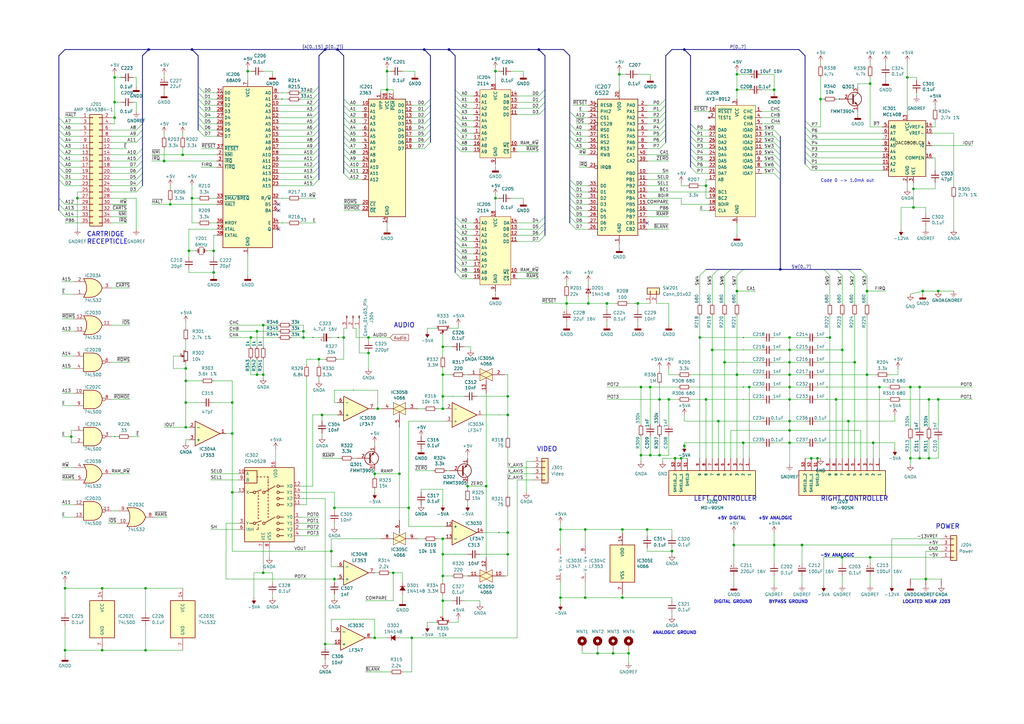
<source format=kicad_sch>
(kicad_sch (version 20231120) (generator "eeschema") (generator_version "8.0")
  (paper "A3")
  (title_block (title "Vectrex LogicBoard") (date "2022-08-30") (rev "3GE") (comment 1 "or send a letter to Creative Commons, PO Box 1866, Mountain View, CA 94042, USA.") (comment 2 "To view a copy of this license, visit http://creativecommons.org/licenses/by-sa/4.0/") (comment 3 "Attribution-ShareAlike 4.0 International License.") (comment 4 "This work is licensed under the Creative Commons"))
  (junction (at 323.85 172.72))
  (junction (at 107.95 234.95))
  (junction (at 137.16 237.49))
  (junction (at 374.65 85.09))
  (junction (at 81.28 346.71))
  (junction (at 266.7 186.69))
  (junction (at 181.61 246.38))
  (junction (at 248.92 124.46))
  (junction (at 107.95 153.67))
  (junction (at 40.64 346.71))
  (junction (at 181.61 236.22))
  (junction (at 124.46 138.43))
  (junction (at 96.52 346.71))
  (junction (at 257.81 267.97))
  (junction (at 71.12 346.71))
  (junction (at 342.9 163.83))
  (junction (at 254 30.48))
  (junction (at 276.86 187.96))
  (junction (at 181.61 142.24))
  (junction (at 356.87 228.6))
  (junction (at 241.3 124.46))
  (junction (at 203.2 29.21))
  (junction (at 184.15 20.32))
  (junction (at 59.69 266.7))
  (junction (at 41.91 241.3))
  (junction (at 59.69 241.3))
  (junction (at 158.75 29.21))
  (junction (at 67.31 66.04))
  (junction (at 317.5 223.52))
  (junction (at 378.46 119.38))
  (junction (at 173.99 20.32))
  (junction (at 323.85 181.61))
  (junction (at 158.75 36.83))
  (junction (at 279.4 187.96))
  (junction (at 29.21 179.07))
  (junction (at 40.64 321.31))
  (junction (at 76.2 156.21))
  (junction (at 50.8 346.71))
  (junction (at 255.27 245.11))
  (junction (at 130.81 147.32))
  (junction (at 69.85 83.82))
  (junction (at 78.74 20.32))
  (junction (at 105.41 153.67))
  (junction (at 240.03 245.11))
  (junction (at 181.61 227.33))
  (junction (at 274.32 163.83))
  (junction (at 95.25 201.93))
  (junction (at 181.61 162.56))
  (junction (at 74.93 63.5))
  (junction (at 153.67 261.62))
  (junction (at 377.19 187.96))
  (junction (at 358.14 181.61))
  (junction (at 135.89 226.06))
  (junction (at 76.2 175.26))
  (junction (at 46.99 31.75))
  (junction (at 307.34 158.75))
  (junction (at 31.75 81.28))
  (junction (at 270.51 186.69))
  (junction (at 332.74 187.96))
  (junction (at 320.04 110.49))
  (junction (at 151.13 144.78))
  (junction (at 208.28 170.18))
  (junction (at 280.67 20.32))
  (junction (at 133.35 264.16))
  (junction (at 181.61 153.67))
  (junction (at 199.39 199.39))
  (junction (at 168.91 261.62))
  (junction (at 373.38 187.96))
  (junction (at 304.8 181.61))
  (junction (at 317.5 36.83))
  (junction (at 87.63 102.87))
  (junction (at 26.67 266.7))
  (junction (at 297.18 148.59))
  (junction (at 336.55 40.64))
  (junction (at 323.85 163.83))
  (junction (at 220.98 20.32))
  (junction (at 232.41 124.46))
  (junction (at 95.25 165.1))
  (junction (at 132.08 170.18))
  (junction (at 245.11 267.97))
  (junction (at 302.26 119.38))
  (junction (at 153.67 194.31))
  (junction (at 292.1 143.51))
  (junction (at 203.2 81.28))
  (junction (at 379.73 237.49))
  (junction (at 323.85 138.43))
  (junction (at 102.87 138.43))
  (junction (at 340.36 138.43))
  (junction (at 62.23 313.69))
  (junction (at 287.02 138.43))
  (junction (at 300.99 223.52))
  (junction (at 345.44 228.6))
  (junction (at 275.59 226.06))
  (junction (at 229.87 217.17))
  (junction (at 374.65 77.47))
  (junction (at 372.11 31.75))
  (junction (at 347.98 172.72))
  (junction (at 289.56 76.2))
  (junction (at 384.81 163.83))
  (junction (at 302.26 30.48))
  (junction (at 181.61 220.98))
  (junction (at 302.26 153.67))
  (junction (at 323.85 176.53))
  (junction (at 77.47 346.71))
  (junction (at 266.7 158.75))
  (junction (at 356.87 34.29))
  (junction (at 270.51 163.83))
  (junction (at 323.85 148.59))
  (junction (at 161.29 234.95))
  (junction (at 62.23 346.71))
  (junction (at 280.67 182.88))
  (junction (at 208.28 218.44))
  (junction (at 95.25 177.8))
  (junction (at 289.56 163.83))
  (junction (at 328.93 223.52))
  (junction (at 50.8 321.31))
  (junction (at 154.94 167.64))
  (junction (at 26.67 241.3))
  (junction (at 41.91 266.7))
  (junction (at 167.64 208.28))
  (junction (at 208.28 227.33))
  (junction (at 323.85 143.51))
  (junction (at 345.44 143.51))
  (junction (at 138.43 20.32))
  (junction (at 262.89 186.69))
  (junction (at 77.47 102.87))
  (junction (at 96.52 323.85))
  (junction (at 107.95 133.35))
  (junction (at 355.6 153.67))
  (junction (at 261.62 124.46))
  (junction (at 105.41 135.89))
  (junction (at 133.35 20.32))
  (junction (at 46.99 41.91))
  (junction (at 381 187.96))
  (junction (at 76.2 151.13))
  (junction (at 181.61 167.64))
  (junction (at 265.43 217.17))
  (junction (at 208.28 162.56))
  (junction (at 151.13 138.43))
  (junction (at 373.38 158.75))
  (junction (at 87.63 111.76))
  (junction (at 384.81 119.38))
  (junction (at 76.2 165.1))
  (junction (at 262.89 158.75))
  (junction (at 101.6 29.21))
  (junction (at 124.46 135.89))
  (junction (at 78.74 81.28))
  (junction (at 251.46 267.97))
  (junction (at 360.68 158.75))
  (junction (at 294.64 172.72))
  (junction (at 191.77 199.39))
  (junction (at 355.6 119.38))
  (junction (at 137.16 208.28))
  (junction (at 255.27 217.17))
  (junction (at 240.03 217.17))
  (junction (at 350.52 148.59))
  (junction (at 335.28 187.96))
  (junction (at 46.99 48.26))
  (junction (at 381 163.83))
  (junction (at 377.19 158.75))
  (junction (at 140.97 138.43))
  (junction (at 302.26 36.83))
  (junction (at 60.96 20.32))
  (junction (at 229.87 245.11))
  (junction (at 323.85 153.67))
  (junction (at 323.85 158.75))
  (junction (at 163.83 194.31))
  (no_connect (at 114.3 93.98))
  (no_connect (at 81.28 316.23))
  (no_connect (at 114.3 86.36))
  (no_connect (at 114.3 83.82))
  (no_connect (at 265.43 91.44))
  (bus_entry (at 236.22 93.98) (size -2.54 -2.54))
  (bus_entry (at 285.75 53.34) (size -2.54 -2.54))
  (bus_entry (at 285.75 55.88) (size -2.54 -2.54))
  (bus_entry (at 143.51 60.96) (size -2.54 -2.54))
  (bus_entry (at 128.27 48.26) (size 2.54 -2.54))
  (bus_entry (at 143.51 43.18) (size -2.54 -2.54))
  (bus_entry (at 236.22 78.74) (size -2.54 -2.54))
  (bus_entry (at 55.88 76.2) (size 2.54 -2.54))
  (bus_entry (at 24.13 58.42) (size 2.54 2.54))
  (bus_entry (at 189.23 59.69) (size -2.54 -2.54))
  (bus_entry (at 128.27 68.58) (size 2.54 -2.54))
  (bus_entry (at 128.27 53.34) (size 2.54 -2.54))
  (bus_entry (at 128.27 43.18) (size 2.54 -2.54))
  (bus_entry (at 128.27 38.1) (size 2.54 -2.54))
  (bus_entry (at 173.99 45.72) (size 2.54 -2.54))
  (bus_entry (at 330.2 54.61) (size 2.54 2.54))
  (bus_entry (at 330.2 57.15) (size 2.54 2.54))
  (bus_entry (at 330.2 59.69) (size 2.54 2.54))
  (bus_entry (at 330.2 62.23) (size 2.54 2.54))
  (bus_entry (at 330.2 64.77) (size 2.54 2.54))
  (bus_entry (at 330.2 67.31) (size 2.54 2.54))
  (bus_entry (at 330.2 49.53) (size 2.54 2.54))
  (bus_entry (at 330.2 52.07) (size 2.54 2.54))
  (bus_entry (at 83.82 43.18) (size -2.54 -2.54))
  (bus_entry (at 233.68 45.72) (size 2.54 2.54))
  (bus_entry (at 285.75 71.12) (size -2.54 -2.54))
  (bus_entry (at 24.13 73.66) (size 2.54 2.54))
  (bus_entry (at 83.82 40.64) (size -2.54 -2.54))
  (bus_entry (at 55.88 55.88) (size 2.54 -2.54))
  (bus_entry (at 189.23 46.99) (size -2.54 -2.54))
  (bus_entry (at 128.27 60.96) (size 2.54 -2.54))
  (bus_entry (at 173.99 58.42) (size 2.54 -2.54))
  (bus_entry (at 189.23 99.06) (size -2.54 -2.54))
  (bus_entry (at 189.23 52.07) (size -2.54 -2.54))
  (bus_entry (at 189.23 44.45) (size -2.54 -2.54))
  (bus_entry (at 128.27 50.8) (size 2.54 -2.54))
  (bus_entry (at 189.23 109.22) (size -2.54 -2.54))
  (bus_entry (at 55.88 73.66) (size 2.54 -2.54))
  (bus_entry (at 173.99 60.96) (size 2.54 -2.54))
  (bus_entry (at 128.27 73.66) (size 2.54 -2.54))
  (bus_entry (at 128.27 76.2) (size 2.54 -2.54))
  (bus_entry (at 317.5 53.34) (size 2.54 2.54))
  (bus_entry (at 317.5 71.12) (size 2.54 2.54))
  (bus_entry (at 317.5 63.5) (size 2.54 2.54))
  (bus_entry (at 317.5 66.04) (size 2.54 2.54))
  (bus_entry (at 317.5 68.58) (size 2.54 2.54))
  (bus_entry (at 317.5 55.88) (size 2.54 2.54))
  (bus_entry (at 317.5 60.96) (size 2.54 2.54))
  (bus_entry (at 317.5 58.42) (size 2.54 2.54))
  (bus_entry (at 236.22 60.96) (size -2.54 -2.54))
  (bus_entry (at 24.13 48.26) (size 2.54 2.54))
  (bus_entry (at 189.23 111.76) (size -2.54 -2.54))
  (bus_entry (at 189.23 62.23) (size -2.54 -2.54))
  (bus_entry (at 236.22 83.82) (size -2.54 -2.54))
  (bus_entry (at 270.51 50.8) (size 2.54 -2.54))
  (bus_entry (at 189.23 104.14) (size -2.54 -2.54))
  (bus_entry (at 189.23 57.15) (size -2.54 -2.54))
  (bus_entry (at 270.51 55.88) (size 2.54 -2.54))
  (bus_entry (at 143.51 68.58) (size -2.54 -2.54))
  (bus_entry (at 236.22 53.34) (size -2.54 -2.54))
  (bus_entry (at 270.51 43.18) (size 2.54 -2.54))
  (bus_entry (at 143.51 45.72) (size -2.54 -2.54))
  (bus_entry (at 220.98 46.99) (size 2.54 -2.54))
  (bus_entry (at 128.27 63.5) (size 2.54 -2.54))
  (bus_entry (at 270.51 53.34) (size 2.54 -2.54))
  (bus_entry (at 83.82 38.1) (size -2.54 -2.54))
  (bus_entry (at 55.88 78.74) (size 2.54 -2.54))
  (bus_entry (at 173.99 50.8) (size 2.54 -2.54))
  (bus_entry (at 24.13 71.12) (size 2.54 2.54))
  (bus_entry (at 143.51 66.04) (size -2.54 -2.54))
  (bus_entry (at 220.98 93.98) (size 2.54 -2.54))
  (bus_entry (at 143.51 63.5) (size -2.54 -2.54))
  (bus_entry (at 236.22 86.36) (size -2.54 -2.54))
  (bus_entry (at 83.82 45.72) (size -2.54 -2.54))
  (bus_entry (at 189.23 91.44) (size -2.54 -2.54))
  (bus_entry (at 189.23 101.6) (size -2.54 -2.54))
  (bus_entry (at 55.88 68.58) (size 2.54 -2.54))
  (bus_entry (at 24.13 53.34) (size 2.54 2.54))
  (bus_entry (at 24.13 81.28) (size 2.54 2.54))
  (bus_entry (at 143.51 71.12) (size -2.54 -2.54))
  (bus_entry (at 128.27 58.42) (size 2.54 -2.54))
  (bus_entry (at 220.98 96.52) (size 2.54 -2.54))
  (bus_entry (at 173.99 43.18) (size 2.54 -2.54))
  (bus_entry (at 270.51 60.96) (size 2.54 -2.54))
  (bus_entry (at 173.99 53.34) (size 2.54 -2.54))
  (bus_entry (at 285.75 66.04) (size -2.54 -2.54))
  (bus_entry (at 189.23 96.52) (size -2.54 -2.54))
  (bus_entry (at 143.51 55.88) (size -2.54 -2.54))
  (bus_entry (at 143.51 48.26) (size -2.54 -2.54))
  (bus_entry (at 24.13 68.58) (size 2.54 2.54))
  (bus_entry (at 24.13 63.5) (size 2.54 2.54))
  (bus_entry (at 189.23 54.61) (size -2.54 -2.54))
  (bus_entry (at 55.88 63.5) (size 2.54 -2.54))
  (bus_entry (at 143.51 73.66) (size -2.54 -2.54))
  (bus_entry (at 285.75 68.58) (size -2.54 -2.54))
  (bus_entry (at 143.51 50.8) (size -2.54 -2.54))
  (bus_entry (at 189.23 49.53) (size -2.54 -2.54))
  (bus_entry (at 83.82 48.26) (size -2.54 -2.54))
  (bus_entry (at 270.51 58.42) (size 2.54 -2.54))
  (bus_entry (at 270.51 45.72) (size 2.54 -2.54))
  (bus_entry (at 128.27 40.64) (size 2.54 -2.54))
  (bus_entry (at 189.23 114.3) (size -2.54 -2.54))
  (bus_entry (at 143.51 53.34) (size -2.54 -2.54))
  (bus_entry (at 55.88 71.12) (size 2.54 -2.54))
  (bus_entry (at 220.98 44.45) (size 2.54 -2.54))
  (bus_entry (at 189.23 39.37) (size -2.54 -2.54))
  (bus_entry (at 55.88 66.04) (size 2.54 -2.54))
  (bus_entry (at 189.23 93.98) (size -2.54 -2.54))
  (bus_entry (at 236.22 58.42) (size -2.54 -2.54))
  (bus_entry (at 189.23 41.91) (size -2.54 -2.54))
  (bus_entry (at 220.98 41.91) (size 2.54 -2.54))
  (bus_entry (at 173.99 48.26) (size 2.54 -2.54))
  (bus_entry (at 128.27 45.72) (size 2.54 -2.54))
  (bus_entry (at 24.13 83.82) (size 2.54 2.54))
  (bus_entry (at 220.98 39.37) (size 2.54 -2.54))
  (bus_entry (at 24.13 60.96) (size 2.54 2.54))
  (bus_entry (at 83.82 50.8) (size -2.54 -2.54))
  (bus_entry (at 128.27 71.12) (size 2.54 -2.54))
  (bus_entry (at 24.13 55.88) (size 2.54 2.54))
  (bus_entry (at 292.1 113.03) (size 2.54 -2.54))
  (bus_entry (at 287.02 113.03) (size 2.54 -2.54))
  (bus_entry (at 340.36 113.03) (size -2.54 -2.54))
  (bus_entry (at 350.52 113.03) (size -2.54 -2.54))
  (bus_entry (at 345.44 113.03) (size -2.54 -2.54))
  (bus_entry (at 355.6 113.03) (size -2.54 -2.54))
  (bus_entry (at 302.26 113.03) (size 2.54 -2.54))
  (bus_entry (at 297.18 113.03) (size 2.54 -2.54))
  (bus_entry (at 24.13 66.04) (size 2.54 2.54))
  (bus_entry (at 285.75 63.5) (size -2.54 -2.54))
  (bus_entry (at 236.22 76.2) (size -2.54 -2.54))
  (bus_entry (at 189.23 106.68) (size -2.54 -2.54))
  (bus_entry (at 83.82 53.34) (size -2.54 -2.54))
  (bus_entry (at 236.22 88.9) (size -2.54 -2.54))
  (bus_entry (at 285.75 58.42) (size -2.54 -2.54))
  (bus_entry (at 236.22 91.44) (size -2.54 -2.54))
  (bus_entry (at 270.51 48.26) (size 2.54 -2.54))
  (bus_entry (at 220.98 91.44) (size 2.54 -2.54))
  (bus_entry (at 143.51 58.42) (size -2.54 -2.54))
  (bus_entry (at 55.88 58.42) (size 2.54 -2.54))
  (bus_entry (at 83.82 55.88) (size -2.54 -2.54))
  (bus_entry (at 236.22 81.28) (size -2.54 -2.54))
  (bus_entry (at 128.27 66.04) (size 2.54 -2.54))
  (bus_entry (at 24.13 86.36) (size 2.54 2.54))
  (bus_entry (at 128.27 55.88) (size 2.54 -2.54))
  (bus_entry (at 236.22 55.88) (size -2.54 -2.54))
  (bus_entry (at 55.88 53.34) (size 2.54 -2.54))
  (bus_entry (at 173.99 55.88) (size 2.54 -2.54))
  (bus_entry (at 285.75 60.96) (size -2.54 -2.54))
  (bus_entry (at 24.13 50.8) (size 2.54 2.54))
  (bus_entry (at 220.98 99.06) (size 2.54 -2.54))
  (wire (pts (xy 181.61 246.38) (xy 185.42 246.38)))
  (wire (pts (xy 262.89 158.75) (xy 266.7 158.75)))
  (wire (pts (xy 189.23 93.98) (xy 194.31 93.98)))
  (wire (pts (xy 209.55 81.28) (xy 214.63 81.28)))
  (wire (pts (xy 312.42 53.34) (xy 317.5 53.34)))
  (wire (pts (xy 137.16 165.1) (xy 138.43 165.1)))
  (wire (pts (xy 274.32 124.46) (xy 274.32 133.35)))
  (wire (pts (xy 317.5 153.67) (xy 323.85 153.67)))
  (wire (pts (xy 123.19 38.1) (xy 128.27 38.1)))
  (wire (pts (xy 361.95 52.07) (xy 356.87 52.07)))
  (bus (pts (xy 330.2 64.77) (xy 330.2 67.31)))
  (wire (pts (xy 81.28 346.71) (xy 96.52 346.71)))
  (wire (pts (xy 323.85 148.59) (xy 323.85 153.67)))
  (wire (pts (xy 123.19 219.71) (xy 130.81 219.71)))
  (bus (pts (xy 81.28 48.26) (xy 81.28 50.8)))
  (wire (pts (xy 45.72 71.12) (xy 55.88 71.12)))
  (wire (pts (xy 363.22 33.02) (xy 363.22 31.75)))
  (bus (pts (xy 184.15 20.32) (xy 186.69 22.86)))
  (wire (pts (xy 181.61 227.33) (xy 181.61 236.22)))
  (bus (pts (xy 275.59 20.32) (xy 280.67 20.32)))
  (bus (pts (xy 330.2 54.61) (xy 330.2 57.15)))
  (wire (pts (xy 170.18 29.21) (xy 170.18 30.48)))
  (wire (pts (xy 154.94 167.64) (xy 154.94 160.02)))
  (wire (pts (xy 137.16 259.08) (xy 135.89 259.08)))
  (wire (pts (xy 372.11 31.75) (xy 375.92 31.75)))
  (wire (pts (xy 229.87 245.11) (xy 229.87 247.65)))
  (wire (pts (xy 283.21 163.83) (xy 289.56 163.83)))
  (bus (pts (xy 233.68 81.28) (xy 233.68 83.82)))
  (wire (pts (xy 232.41 124.46) (xy 232.41 127)))
  (wire (pts (xy 30.48 196.85) (xy 25.4 196.85)))
  (wire (pts (xy 241.3 63.5) (xy 237.49 63.5)))
  (wire (pts (xy 33.02 83.82) (xy 26.67 83.82)))
  (wire (pts (xy 335.28 187.96) (xy 332.74 187.96)))
  (wire (pts (xy 290.83 81.28) (xy 289.56 81.28)))
  (bus (pts (xy 24.13 55.88) (xy 24.13 58.42)))
  (wire (pts (xy 85.09 102.87) (xy 87.63 102.87)))
  (wire (pts (xy 279.4 83.82) (xy 290.83 83.82)))
  (wire (pts (xy 290.83 58.42) (xy 285.75 58.42)))
  (wire (pts (xy 236.22 55.88) (xy 241.3 55.88)))
  (wire (pts (xy 292.1 113.03) (xy 292.1 124.46)))
  (wire (pts (xy 149.86 275.59) (xy 160.02 275.59)))
  (wire (pts (xy 76.2 165.1) (xy 76.2 175.26)))
  (wire (pts (xy 181.61 246.38) (xy 181.61 252.73)))
  (wire (pts (xy 33.02 48.26) (xy 26.67 48.26)))
  (wire (pts (xy 323.85 181.61) (xy 323.85 190.5)))
  (wire (pts (xy 212.09 114.3) (xy 220.98 114.3)))
  (wire (pts (xy 153.67 181.61) (xy 153.67 182.88)))
  (wire (pts (xy 355.6 113.03) (xy 355.6 119.38)))
  (wire (pts (xy 137.16 208.28) (xy 167.64 208.28)))
  (bus (pts (xy 24.13 53.34) (xy 24.13 55.88)))
  (wire (pts (xy 336.55 40.64) (xy 336.55 31.75)))
  (wire (pts (xy 107.95 29.21) (xy 111.76 29.21)))
  (wire (pts (xy 62.23 346.71) (xy 62.23 337.82)))
  (wire (pts (xy 208.28 170.18) (xy 208.28 179.07)))
  (bus (pts (xy 78.74 20.32) (xy 81.28 22.86)))
  (wire (pts (xy 26.67 266.7) (xy 41.91 266.7)))
  (wire (pts (xy 29.21 321.31) (xy 30.48 321.31)))
  (wire (pts (xy 302.26 91.44) (xy 302.26 96.52)))
  (wire (pts (xy 373.38 180.34) (xy 373.38 187.96)))
  (bus (pts (xy 140.97 50.8) (xy 140.97 53.34)))
  (wire (pts (xy 241.3 50.8) (xy 236.22 50.8)))
  (wire (pts (xy 300.99 223.52) (xy 300.99 231.14)))
  (wire (pts (xy 245.11 266.7) (xy 245.11 267.97)))
  (wire (pts (xy 77.47 93.98) (xy 77.47 102.87)))
  (wire (pts (xy 287.02 138.43) (xy 287.02 187.96)))
  (wire (pts (xy 99.06 323.85) (xy 96.52 323.85)))
  (wire (pts (xy 364.49 153.67) (xy 368.3 153.67)))
  (wire (pts (xy 163.83 194.31) (xy 163.83 213.36)))
  (wire (pts (xy 384.81 119.38) (xy 378.46 119.38)))
  (wire (pts (xy 265.43 43.18) (xy 270.51 43.18)))
  (wire (pts (xy 45.72 133.35) (xy 53.34 133.35)))
  (wire (pts (xy 49.53 41.91) (xy 46.99 41.91)))
  (wire (pts (xy 351.79 35.56) (xy 351.79 34.29)))
  (wire (pts (xy 384.81 163.83) (xy 384.81 175.26)))
  (wire (pts (xy 265.43 78.74) (xy 290.83 78.74)))
  (wire (pts (xy 30.48 146.05) (xy 25.4 146.05)))
  (wire (pts (xy 255.27 217.17) (xy 265.43 217.17)))
  (bus (pts (xy 140.97 53.34) (xy 140.97 55.88)))
  (wire (pts (xy 287.02 76.2) (xy 289.56 76.2)))
  (wire (pts (xy 342.9 163.83) (xy 364.49 163.83)))
  (wire (pts (xy 137.16 160.02) (xy 137.16 165.1)))
  (bus (pts (xy 330.2 49.53) (xy 330.2 52.07)))
  (wire (pts (xy 76.2 148.59) (xy 76.2 151.13)))
  (wire (pts (xy 241.3 115.57) (xy 241.3 116.84)))
  (wire (pts (xy 45.72 86.36) (xy 52.07 86.36)))
  (wire (pts (xy 350.52 113.03) (xy 350.52 124.46)))
  (bus (pts (xy 24.13 73.66) (xy 24.13 81.28)))
  (wire (pts (xy 335.28 181.61) (xy 358.14 181.61)))
  (wire (pts (xy 181.61 142.24) (xy 185.42 142.24)))
  (wire (pts (xy 302.26 119.38) (xy 309.88 119.38)))
  (wire (pts (xy 140.97 86.36) (xy 148.59 86.36)))
  (wire (pts (xy 76.2 132.08) (xy 76.2 134.62)))
  (wire (pts (xy 189.23 54.61) (xy 194.31 54.61)))
  (wire (pts (xy 114.3 91.44) (xy 118.11 91.44)))
  (wire (pts (xy 245.11 267.97) (xy 251.46 267.97)))
  (wire (pts (xy 317.5 223.52) (xy 328.93 223.52)))
  (wire (pts (xy 304.8 181.61) (xy 304.8 187.96)))
  (wire (pts (xy 363.22 26.67) (xy 363.22 25.4)))
  (wire (pts (xy 87.63 96.52) (xy 87.63 102.87)))
  (wire (pts (xy 203.2 29.21) (xy 203.2 34.29)))
  (wire (pts (xy 189.23 62.23) (xy 194.31 62.23)))
  (wire (pts (xy 290.83 68.58) (xy 285.75 68.58)))
  (wire (pts (xy 54.61 31.75) (xy 55.88 31.75)))
  (wire (pts (xy 181.61 220.98) (xy 181.61 227.33)))
  (wire (pts (xy 54.61 41.91) (xy 55.88 41.91)))
  (wire (pts (xy 374.65 74.93) (xy 374.65 77.47)))
  (wire (pts (xy 30.48 135.89) (xy 25.4 135.89)))
  (wire (pts (xy 290.83 86.36) (xy 287.02 86.36)))
  (wire (pts (xy 275.59 226.06) (xy 275.59 227.33)))
  (wire (pts (xy 151.13 144.78) (xy 147.32 144.78)))
  (wire (pts (xy 29.21 179.07) (xy 29.21 181.61)))
  (wire (pts (xy 95.25 156.21) (xy 95.25 165.1)))
  (wire (pts (xy 218.44 189.23) (xy 215.9 189.23)))
  (wire (pts (xy 189.23 114.3) (xy 194.31 114.3)))
  (wire (pts (xy 82.55 68.58) (xy 88.9 68.58)))
  (bus (pts (xy 283.21 22.86) (xy 283.21 50.8)))
  (wire (pts (xy 45.72 76.2) (xy 55.88 76.2)))
  (wire (pts (xy 302.26 129.54) (xy 302.26 153.67)))
  (wire (pts (xy 381 163.83) (xy 384.81 163.83)))
  (wire (pts (xy 114.3 68.58) (xy 128.27 68.58)))
  (wire (pts (xy 101.6 29.21) (xy 101.6 33.02)))
  (wire (pts (xy 146.05 134.62) (xy 144.78 134.62)))
  (wire (pts (xy 368.3 153.67) (xy 368.3 151.13)))
  (wire (pts (xy 128.27 66.04) (xy 114.3 66.04)))
  (wire (pts (xy 332.74 67.31) (xy 361.95 67.31)))
  (wire (pts (xy 203.2 29.21) (xy 203.2 27.94)))
  (wire (pts (xy 33.02 55.88) (xy 26.67 55.88)))
  (wire (pts (xy 335.28 163.83) (xy 342.9 163.83)))
  (wire (pts (xy 69.85 83.82) (xy 88.9 83.82)))
  (wire (pts (xy 256.54 30.48) (xy 254 30.48)))
  (wire (pts (xy 382.27 64.77) (xy 383.54 64.77)))
  (wire (pts (xy 45.72 68.58) (xy 55.88 68.58)))
  (wire (pts (xy 212.09 196.85) (xy 218.44 196.85)))
  (wire (pts (xy 114.3 58.42) (xy 128.27 58.42)))
  (wire (pts (xy 289.56 163.83) (xy 289.56 187.96)))
  (wire (pts (xy 77.47 316.23) (xy 77.47 313.69)))
  (wire (pts (xy 33.02 71.12) (xy 26.67 71.12)))
  (bus (pts (xy 58.42 73.66) (xy 58.42 76.2)))
  (bus (pts (xy 130.81 38.1) (xy 130.81 40.64)))
  (wire (pts (xy 83.82 40.64) (xy 88.9 40.64)))
  (wire (pts (xy 377.19 158.75) (xy 377.19 175.26)))
  (wire (pts (xy 336.55 52.07) (xy 336.55 40.64)))
  (wire (pts (xy 356.87 25.4) (xy 356.87 26.67)))
  (wire (pts (xy 45.72 163.83) (xy 53.34 163.83)))
  (wire (pts (xy 317.5 181.61) (xy 323.85 181.61)))
  (bus (pts (xy 186.69 36.83) (xy 186.69 39.37)))
  (wire (pts (xy 373.38 187.96) (xy 373.38 190.5)))
  (bus (pts (xy 186.69 57.15) (xy 186.69 59.69)))
  (wire (pts (xy 172.72 200.66) (xy 181.61 200.66)))
  (wire (pts (xy 165.1 243.84) (xy 165.1 246.38)))
  (wire (pts (xy 45.72 194.31) (xy 53.34 194.31)))
  (wire (pts (xy 45.72 55.88) (xy 55.88 55.88)))
  (wire (pts (xy 105.41 135.89) (xy 93.98 135.89)))
  (bus (pts (xy 58.42 60.96) (xy 58.42 63.5)))
  (wire (pts (xy 212.09 39.37) (xy 220.98 39.37)))
  (wire (pts (xy 81.28 335.28) (xy 81.28 331.47)))
  (wire (pts (xy 241.3 86.36) (xy 236.22 86.36)))
  (bus (pts (xy 130.81 55.88) (xy 130.81 58.42)))
  (wire (pts (xy 130.81 147.32) (xy 133.35 147.32)))
  (wire (pts (xy 302.26 29.21) (xy 302.26 30.48)))
  (wire (pts (xy 140.97 83.82) (xy 148.59 83.82)))
  (wire (pts (xy 212.09 261.62) (xy 212.09 196.85)))
  (wire (pts (xy 323.85 163.83) (xy 323.85 172.72)))
  (wire (pts (xy 123.19 204.47) (xy 133.35 204.47)))
  (wire (pts (xy 312.42 66.04) (xy 317.5 66.04)))
  (bus (pts (xy 81.28 38.1) (xy 81.28 40.64)))
  (wire (pts (xy 26.67 266.7) (xy 26.67 269.24)))
  (wire (pts (xy 105.41 142.24) (xy 105.41 135.89)))
  (bus (pts (xy 130.81 60.96) (xy 130.81 63.5)))
  (wire (pts (xy 297.18 113.03) (xy 297.18 124.46)))
  (wire (pts (xy 173.99 45.72) (xy 168.91 45.72)))
  (wire (pts (xy 214.63 29.21) (xy 214.63 30.48)))
  (wire (pts (xy 232.41 115.57) (xy 232.41 116.84)))
  (wire (pts (xy 261.62 132.08) (xy 261.62 133.35)))
  (wire (pts (xy 71.12 146.05) (xy 73.66 146.05)))
  (wire (pts (xy 33.02 63.5) (xy 26.67 63.5)))
  (wire (pts (xy 33.02 88.9) (xy 26.67 88.9)))
  (wire (pts (xy 31.75 81.28) (xy 31.75 93.98)))
  (wire (pts (xy 208.28 153.67) (xy 208.28 162.56)))
  (wire (pts (xy 158.75 29.21) (xy 160.02 29.21)))
  (wire (pts (xy 356.87 52.07) (xy 356.87 34.29)))
  (bus (pts (xy 138.43 20.32) (xy 173.99 20.32)))
  (wire (pts (xy 67.31 55.88) (xy 67.31 54.61)))
  (wire (pts (xy 307.34 158.75) (xy 312.42 158.75)))
  (wire (pts (xy 71.12 346.71) (xy 62.23 346.71)))
  (wire (pts (xy 255.27 217.17) (xy 255.27 218.44)))
  (bus (pts (xy 320.04 110.49) (xy 337.82 110.49)))
  (wire (pts (xy 191.77 199.39) (xy 199.39 199.39)))
  (wire (pts (xy 379.73 85.09) (xy 379.73 87.63)))
  (wire (pts (xy 285.75 55.88) (xy 290.83 55.88)))
  (wire (pts (xy 340.36 129.54) (xy 340.36 138.43)))
  (wire (pts (xy 328.93 236.22) (xy 328.93 240.03)))
  (wire (pts (xy 302.26 30.48) (xy 302.26 36.83)))
  (wire (pts (xy 82.55 165.1) (xy 76.2 165.1)))
  (wire (pts (xy 45.72 118.11) (xy 53.34 118.11)))
  (wire (pts (xy 74.93 60.96) (xy 74.93 63.5)))
  (bus (pts (xy 294.64 110.49) (xy 299.72 110.49)))
  (wire (pts (xy 143.51 55.88) (xy 148.59 55.88)))
  (wire (pts (xy 153.67 194.31) (xy 163.83 194.31)))
  (wire (pts (xy 203.2 119.38) (xy 203.2 120.65)))
  (wire (pts (xy 335.28 138.43) (xy 340.36 138.43)))
  (wire (pts (xy 345.44 143.51) (xy 345.44 187.96)))
  (bus (pts (xy 330.2 52.07) (xy 330.2 54.61)))
  (wire (pts (xy 46.99 30.48) (xy 46.99 31.75)))
  (wire (pts (xy 81.28 342.9) (xy 81.28 346.71)))
  (wire (pts (xy 381 187.96) (xy 377.19 187.96)))
  (bus (pts (xy 81.28 43.18) (xy 81.28 45.72)))
  (wire (pts (xy 203.2 81.28) (xy 203.2 86.36)))
  (bus (pts (xy 320.04 73.66) (xy 320.04 110.49)))
  (wire (pts (xy 109.22 326.39) (xy 109.22 346.71)))
  (wire (pts (xy 279.4 187.96) (xy 276.86 187.96)))
  (wire (pts (xy 199.39 161.29) (xy 199.39 199.39)))
  (bus (pts (xy 233.68 55.88) (xy 233.68 58.42)))
  (wire (pts (xy 45.72 63.5) (xy 55.88 63.5)))
  (wire (pts (xy 62.23 311.15) (xy 62.23 313.69)))
  (wire (pts (xy 208.28 227.33) (xy 208.28 218.44)))
  (wire (pts (xy 208.28 184.15) (xy 208.28 191.77)))
  (wire (pts (xy 312.42 71.12) (xy 317.5 71.12)))
  (wire (pts (xy 67.31 31.75) (xy 67.31 30.48)))
  (wire (pts (xy 26.67 256.54) (xy 26.67 266.7)))
  (wire (pts (xy 113.03 184.15) (xy 113.03 189.23)))
  (wire (pts (xy 317.5 163.83) (xy 323.85 163.83)))
  (bus (pts (xy 223.52 39.37) (xy 223.52 41.91)))
  (wire (pts (xy 270.51 163.83) (xy 270.51 173.99)))
  (wire (pts (xy 265.43 63.5) (xy 274.32 63.5)))
  (wire (pts (xy 266.7 158.75) (xy 278.13 158.75)))
  (wire (pts (xy 238.76 267.97) (xy 245.11 267.97)))
  (wire (pts (xy 128.27 60.96) (xy 114.3 60.96)))
  (wire (pts (xy 140.97 134.62) (xy 142.24 134.62)))
  (bus (pts (xy 233.68 58.42) (xy 233.68 73.66)))
  (wire (pts (xy 265.43 58.42) (xy 270.51 58.42)))
  (bus (pts (xy 275.59 20.32) (xy 273.05 22.86)))
  (wire (pts (xy 153.67 193.04) (xy 153.67 194.31)))
  (wire (pts (xy 151.13 144.78) (xy 151.13 151.13)))
  (wire (pts (xy 347.98 172.72) (xy 347.98 187.96)))
  (wire (pts (xy 237.49 68.58) (xy 241.3 68.58)))
  (bus (pts (xy 320.04 68.58) (xy 320.04 71.12)))
  (wire (pts (xy 165.1 29.21) (xy 170.18 29.21)))
  (bus (pts (xy 186.69 101.6) (xy 186.69 104.14)))
  (wire (pts (xy 229.87 238.76) (xy 229.87 245.11)))
  (bus (pts (xy 140.97 66.04) (xy 140.97 68.58)))
  (wire (pts (xy 335.28 148.59) (xy 350.52 148.59)))
  (wire (pts (xy 347.98 172.72) (xy 367.03 172.72)))
  (wire (pts (xy 254 100.33) (xy 254 101.6)))
  (wire (pts (xy 77.47 102.87) (xy 80.01 102.87)))
  (wire (pts (xy 241.3 45.72) (xy 237.49 45.72)))
  (wire (pts (xy 123.19 201.93) (xy 137.16 201.93)))
  (wire (pts (xy 203.2 67.31) (xy 203.2 68.58)))
  (wire (pts (xy 212.09 46.99) (xy 220.98 46.99)))
  (wire (pts (xy 302.26 36.83) (xy 302.26 40.64)))
  (wire (pts (xy 107.95 234.95) (xy 111.76 234.95)))
  (wire (pts (xy 280.67 172.72) (xy 280.67 170.18)))
  (wire (pts (xy 140.97 138.43) (xy 140.97 134.62)))
  (wire (pts (xy 265.43 217.17) (xy 265.43 219.71)))
  (wire (pts (xy 135.89 226.06) (xy 135.89 232.41)))
  (wire (pts (xy 46.99 48.26) (xy 46.99 41.91)))
  (wire (pts (xy 196.85 227.33) (xy 208.28 227.33)))
  (wire (pts (xy 345.44 113.03) (xy 345.44 124.46)))
  (wire (pts (xy 299.72 176.53) (xy 299.72 187.96)))
  (wire (pts (xy 335.28 143.51) (xy 345.44 143.51)))
  (wire (pts (xy 101.6 29.21) (xy 101.6 27.94)))
  (wire (pts (xy 332.74 54.61) (xy 361.95 54.61)))
  (wire (pts (xy 123.19 199.39) (xy 128.27 199.39)))
  (wire (pts (xy 215.9 189.23) (xy 215.9 201.93)))
  (wire (pts (xy 285.75 60.96) (xy 290.83 60.96)))
  (bus (pts (xy 186.69 96.52) (xy 186.69 99.06)))
  (wire (pts (xy 146.05 187.96) (xy 144.78 187.96)))
  (wire (pts (xy 332.74 64.77) (xy 361.95 64.77)))
  (wire (pts (xy 262.89 158.75) (xy 262.89 173.99)))
  (wire (pts (xy 378.46 119.38) (xy 373.38 120.65)))
  (wire (pts (xy 102.87 138.43) (xy 102.87 142.24)))
  (wire (pts (xy 26.67 238.76) (xy 26.67 241.3)))
  (bus (pts (xy 280.67 20.32) (xy 327.66 20.32)))
  (bus (pts (xy 273.05 40.64) (xy 273.05 43.18)))
  (wire (pts (xy 168.91 53.34) (xy 173.99 53.34)))
  (bus (pts (xy 273.05 43.18) (xy 273.05 45.72)))
  (wire (pts (xy 107.95 133.35) (xy 114.3 133.35)))
  (wire (pts (xy 77.47 313.69) (xy 62.23 313.69)))
  (wire (pts (xy 294.64 172.72) (xy 312.42 172.72)))
  (bus (pts (xy 58.42 53.34) (xy 58.42 55.88)))
  (wire (pts (xy 114.3 43.18) (xy 128.27 43.18)))
  (wire (pts (xy 290.83 53.34) (xy 285.75 53.34)))
  (wire (pts (xy 312.42 63.5) (xy 317.5 63.5)))
  (bus (pts (xy 223.52 93.98) (xy 223.52 96.52)))
  (wire (pts (xy 248.92 124.46) (xy 252.73 124.46)))
  (wire (pts (xy 212.09 41.91) (xy 220.98 41.91)))
  (wire (pts (xy 26.67 241.3) (xy 26.67 251.46)))
  (bus (pts (xy 233.68 78.74) (xy 233.68 81.28)))
  (wire (pts (xy 356.87 228.6) (xy 345.44 228.6)))
  (wire (pts (xy 146.05 138.43) (xy 146.05 134.62)))
  (wire (pts (xy 46.99 31.75) (xy 46.99 41.91)))
  (wire (pts (xy 290.83 45.72) (xy 284.48 45.72)))
  (wire (pts (xy 45.72 50.8) (xy 46.99 50.8)))
  (wire (pts (xy 109.22 346.71) (xy 96.52 346.71)))
  (wire (pts (xy 76.2 139.7) (xy 76.2 143.51)))
  (wire (pts (xy 119.38 135.89) (xy 124.46 135.89)))
  (wire (pts (xy 137.16 214.63) (xy 137.16 215.9)))
  (wire (pts (xy 158.75 36.83) (xy 161.29 36.83)))
  (wire (pts (xy 384.81 187.96) (xy 381 187.96)))
  (wire (pts (xy 265.43 53.34) (xy 270.51 53.34)))
  (wire (pts (xy 328.93 223.52) (xy 386.08 223.52)))
  (wire (pts (xy 41.91 266.7) (xy 59.69 266.7)))
  (wire (pts (xy 147.32 144.78) (xy 147.32 134.62)))
  (wire (pts (xy 261.62 124.46) (xy 266.7 124.46)))
  (wire (pts (xy 212.09 91.44) (xy 220.98 91.44)))
  (bus (pts (xy 176.53 53.34) (xy 176.53 55.88)))
  (wire (pts (xy 323.85 153.67) (xy 323.85 158.75)))
  (wire (pts (xy 265.43 226.06) (xy 275.59 226.06)))
  (wire (pts (xy 181.61 236.22) (xy 185.42 236.22)))
  (bus (pts (xy 186.69 106.68) (xy 186.69 109.22)))
  (wire (pts (xy 77.47 102.87) (xy 77.47 105.41)))
  (wire (pts (xy 342.9 163.83) (xy 342.9 187.96)))
  (bus (pts (xy 58.42 50.8) (xy 58.42 53.34)))
  (wire (pts (xy 212.09 96.52) (xy 220.98 96.52)))
  (bus (pts (xy 330.2 22.86) (xy 330.2 49.53)))
  (wire (pts (xy 123.19 217.17) (xy 130.81 217.17)))
  (wire (pts (xy 33.02 68.58) (xy 26.67 68.58)))
  (wire (pts (xy 123.19 81.28) (xy 129.54 81.28)))
  (wire (pts (xy 114.3 138.43) (xy 102.87 138.43)))
  (bus (pts (xy 273.05 48.26) (xy 273.05 50.8)))
  (wire (pts (xy 199.39 199.39) (xy 199.39 228.6)))
  (wire (pts (xy 317.5 236.22) (xy 317.5 240.03)))
  (bus (pts (xy 130.81 22.86) (xy 130.81 35.56)))
  (wire (pts (xy 59.69 266.7) (xy 74.93 266.7)))
  (bus (pts (xy 337.82 110.49) (xy 342.9 110.49)))
  (wire (pts (xy 189.23 96.52) (xy 194.31 96.52)))
  (bus (pts (xy 233.68 53.34) (xy 233.68 55.88)))
  (wire (pts (xy 317.5 172.72) (xy 323.85 172.72)))
  (bus (pts (xy 330.2 57.15) (xy 330.2 59.69)))
  (bus (pts (xy 24.13 66.04) (xy 24.13 68.58)))
  (wire (pts (xy 143.51 45.72) (xy 148.59 45.72)))
  (wire (pts (xy 45.72 148.59) (xy 53.34 148.59)))
  (bus (pts (xy 24.13 48.26) (xy 24.13 50.8)))
  (wire (pts (xy 95.25 201.93) (xy 95.25 177.8)))
  (bus (pts (xy 233.68 50.8) (xy 233.68 53.34)))
  (wire (pts (xy 132.08 187.96) (xy 139.7 187.96)))
  (wire (pts (xy 168.91 261.62) (xy 212.09 261.62)))
  (bus (pts (xy 130.81 45.72) (xy 130.81 48.26)))
  (wire (pts (xy 140.97 147.32) (xy 140.97 138.43)))
  (wire (pts (xy 81.28 91.44) (xy 78.74 91.44)))
  (wire (pts (xy 270.51 151.13) (xy 270.51 152.4)))
  (bus (pts (xy 220.98 20.32) (xy 231.14 20.32)))
  (wire (pts (xy 119.38 138.43) (xy 124.46 138.43)))
  (wire (pts (xy 25.4 151.13) (xy 30.48 151.13)))
  (wire (pts (xy 69.85 77.47) (xy 69.85 76.2)))
  (wire (pts (xy 96.52 344.17) (xy 96.52 346.71)))
  (wire (pts (xy 220.98 93.98) (xy 212.09 93.98)))
  (wire (pts (xy 355.6 153.67) (xy 359.41 153.67)))
  (wire (pts (xy 373.38 187.96) (xy 377.19 187.96)))
  (wire (pts (xy 33.02 58.42) (xy 26.67 58.42)))
  (wire (pts (xy 379.73 237.49) (xy 386.08 237.49)))
  (bus (pts (xy 273.05 53.34) (xy 273.05 55.88)))
  (wire (pts (xy 132.08 170.18) (xy 138.43 170.18)))
  (wire (pts (xy 212.09 62.23) (xy 220.98 62.23)))
  (wire (pts (xy 275.59 224.79) (xy 275.59 226.06)))
  (wire (pts (xy 114.3 81.28) (xy 118.11 81.28)))
  (wire (pts (xy 189.23 91.44) (xy 194.31 91.44)))
  (wire (pts (xy 323.85 158.75) (xy 323.85 163.83)))
  (wire (pts (xy 48.26 214.63) (xy 44.45 214.63)))
  (wire (pts (xy 170.18 193.04) (xy 177.8 193.04)))
  (wire (pts (xy 181.61 236.22) (xy 181.61 238.76)))
  (wire (pts (xy 275.59 246.38) (xy 275.59 245.11)))
  (bus (pts (xy 58.42 22.86) (xy 58.42 50.8)))
  (wire (pts (xy 289.56 76.2) (xy 289.56 73.66)))
  (bus (pts (xy 140.97 55.88) (xy 140.97 58.42)))
  (bus (pts (xy 24.13 22.86) (xy 24.13 48.26)))
  (wire (pts (xy 77.47 331.47) (xy 77.47 346.71)))
  (wire (pts (xy 45.72 81.28) (xy 55.88 81.28)))
  (wire (pts (xy 189.23 52.07) (xy 194.31 52.07)))
  (wire (pts (xy 105.41 153.67) (xy 105.41 147.32)))
  (wire (pts (xy 240.03 217.17) (xy 255.27 217.17)))
  (wire (pts (xy 101.6 104.14) (xy 101.6 113.03)))
  (wire (pts (xy 111.76 243.84) (xy 111.76 245.11)))
  (bus (pts (xy 58.42 71.12) (xy 58.42 73.66)))
  (wire (pts (xy 212.09 111.76) (xy 220.98 111.76)))
  (wire (pts (xy 379.73 92.71) (xy 379.73 93.98)))
  (wire (pts (xy 391.16 54.61) (xy 391.16 76.2)))
  (wire (pts (xy 204.47 29.21) (xy 203.2 29.21)))
  (wire (pts (xy 191.77 199.39) (xy 191.77 200.66)))
  (wire (pts (xy 161.29 234.95) (xy 161.29 246.38)))
  (wire (pts (xy 33.02 66.04) (xy 26.67 66.04)))
  (wire (pts (xy 271.78 187.96) (xy 271.78 189.23)))
  (wire (pts (xy 191.77 186.69) (xy 191.77 187.96)))
  (wire (pts (xy 33.02 78.74) (xy 31.75 78.74)))
  (wire (pts (xy 241.3 91.44) (xy 236.22 91.44)))
  (wire (pts (xy 128.27 170.18) (xy 132.08 170.18)))
  (wire (pts (xy 270.51 157.48) (xy 270.51 163.83)))
  (bus (pts (xy 140.97 48.26) (xy 140.97 50.8)))
  (wire (pts (xy 280.67 182.88) (xy 280.67 184.15)))
  (wire (pts (xy 302.26 119.38) (xy 302.26 124.46)))
  (wire (pts (xy 167.64 208.28) (xy 167.64 215.9)))
  (wire (pts (xy 345.44 228.6) (xy 345.44 231.14)))
  (wire (pts (xy 33.02 60.96) (xy 26.67 60.96)))
  (wire (pts (xy 30.48 207.01) (xy 25.4 207.01)))
  (wire (pts (xy 382.27 59.69) (xy 398.78 59.69)))
  (wire (pts (xy 95.25 177.8) (xy 92.71 177.8)))
  (wire (pts (xy 165.1 234.95) (xy 165.1 238.76)))
  (bus (pts (xy 223.52 36.83) (xy 223.52 39.37)))
  (wire (pts (xy 189.23 99.06) (xy 194.31 99.06)))
  (wire (pts (xy 50.8 337.82) (xy 50.8 346.71)))
  (wire (pts (xy 182.88 167.64) (xy 181.61 167.64)))
  (wire (pts (xy 265.43 71.12) (xy 274.32 71.12)))
  (wire (pts (xy 270.51 186.69) (xy 274.32 186.69)))
  (wire (pts (xy 41.91 241.3) (xy 26.67 241.3)))
  (wire (pts (xy 158.75 29.21) (xy 158.75 36.83)))
  (wire (pts (xy 335.28 158.75) (xy 360.68 158.75)))
  (bus (pts (xy 81.28 22.86) (xy 81.28 35.56)))
  (wire (pts (xy 45.72 179.07) (xy 48.26 179.07)))
  (wire (pts (xy 383.54 64.77) (xy 383.54 69.85)))
  (wire (pts (xy 358.14 181.61) (xy 367.03 181.61)))
  (wire (pts (xy 45.72 73.66) (xy 55.88 73.66)))
  (bus (pts (xy 233.68 73.66) (xy 233.68 76.2)))
  (wire (pts (xy 265.43 83.82) (xy 274.32 83.82)))
  (wire (pts (xy 173.99 55.88) (xy 168.91 55.88)))
  (wire (pts (xy 153.67 254) (xy 153.67 261.62)))
  (bus (pts (xy 233.68 88.9) (xy 233.68 91.44)))
  (wire (pts (xy 175.26 255.27) (xy 179.07 255.27)))
  (wire (pts (xy 143.51 71.12) (xy 148.59 71.12)))
  (wire (pts (xy 158.75 91.44) (xy 158.75 93.98)))
  (wire (pts (xy 302.26 153.67) (xy 302.26 187.96)))
  (wire (pts (xy 300.99 236.22) (xy 300.99 240.03)))
  (wire (pts (xy 71.12 346.71) (xy 71.12 326.39)))
  (bus (pts (xy 81.28 45.72) (xy 81.28 48.26)))
  (bus (pts (xy 176.53 55.88) (xy 176.53 58.42)))
  (bus (pts (xy 173.99 20.32) (xy 184.15 20.32)))
  (wire (pts (xy 88.9 38.1) (xy 83.82 38.1)))
  (wire (pts (xy 372.11 74.93) (xy 372.11 77.47)))
  (wire (pts (xy 332.74 62.23) (xy 361.95 62.23)))
  (wire (pts (xy 143.51 50.8) (xy 148.59 50.8)))
  (wire (pts (xy 123.19 91.44) (xy 129.54 91.44)))
  (wire (pts (xy 208.28 227.33) (xy 208.28 236.22)))
  (wire (pts (xy 265.43 48.26) (xy 270.51 48.26)))
  (wire (pts (xy 83.82 50.8) (xy 88.9 50.8)))
  (bus (pts (xy 60.96 20.32) (xy 58.42 22.86)))
  (wire (pts (xy 95.25 165.1) (xy 95.25 177.8)))
  (wire (pts (xy 378.46 119.38) (xy 378.46 120.65)))
  (wire (pts (xy 312.42 48.26) (xy 320.04 48.26)))
  (wire (pts (xy 279.4 76.2) (xy 279.4 74.93)))
  (wire (pts (xy 187.96 134.62) (xy 187.96 133.35)))
  (wire (pts (xy 125.73 147.32) (xy 130.81 147.32)))
  (bus (pts (xy 186.69 104.14) (xy 186.69 106.68)))
  (wire (pts (xy 391.16 81.28) (xy 391.16 93.98)))
  (wire (pts (xy 50.8 321.31) (xy 40.64 321.31)))
  (wire (pts (xy 323.85 143.51) (xy 323.85 148.59)))
  (wire (pts (xy 374.65 85.09) (xy 379.73 85.09)))
  (wire (pts (xy 345.44 228.6) (xy 337.82 228.6)))
  (wire (pts (xy 181.61 167.64) (xy 181.61 162.56)))
  (wire (pts (xy 274.32 153.67) (xy 278.13 153.67)))
  (bus (pts (xy 283.21 58.42) (xy 283.21 60.96)))
  (bus (pts (xy 283.21 53.34) (xy 283.21 55.88)))
  (wire (pts (xy 182.88 172.72) (xy 167.64 172.72)))
  (wire (pts (xy 76.2 151.13) (xy 76.2 156.21)))
  (wire (pts (xy 163.83 175.26) (xy 163.83 194.31)))
  (wire (pts (xy 128.27 45.72) (xy 114.3 45.72)))
  (wire (pts (xy 330.2 187.96) (xy 332.74 187.96)))
  (wire (pts (xy 265.43 88.9) (xy 274.32 88.9)))
  (wire (pts (xy 340.36 138.43) (xy 340.36 187.96)))
  (wire (pts (xy 114.3 73.66) (xy 128.27 73.66)))
  (wire (pts (xy 190.5 142.24) (xy 193.04 142.24)))
  (bus (pts (xy 273.05 45.72) (xy 273.05 48.26)))
  (wire (pts (xy 86.36 81.28) (xy 88.9 81.28)))
  (wire (pts (xy 33.02 73.66) (xy 26.67 73.66)))
  (wire (pts (xy 222.25 124.46) (xy 232.41 124.46)))
  (wire (pts (xy 184.15 255.27) (xy 187.96 255.27)))
  (wire (pts (xy 323.85 172.72) (xy 323.85 176.53)))
  (bus (pts (xy 223.52 88.9) (xy 223.52 91.44)))
  (wire (pts (xy 46.99 48.26) (xy 45.72 48.26)))
  (wire (pts (xy 317.5 30.48) (xy 317.5 36.83)))
  (wire (pts (xy 198.12 218.44) (xy 208.28 218.44)))
  (wire (pts (xy 45.72 83.82) (xy 52.07 83.82)))
  (bus (pts (xy 186.69 52.07) (xy 186.69 54.61)))
  (bus (pts (xy 60.96 20.32) (xy 78.74 20.32)))
  (bus (pts (xy 24.13 60.96) (xy 24.13 63.5)))
  (wire (pts (xy 241.3 53.34) (xy 236.22 53.34)))
  (wire (pts (xy 232.41 124.46) (xy 241.3 124.46)))
  (wire (pts (xy 181.61 146.05) (xy 181.61 142.24)))
  (wire (pts (xy 236.22 93.98) (xy 241.3 93.98)))
  (wire (pts (xy 57.15 179.07) (xy 53.34 179.07)))
  (wire (pts (xy 172.72 200.66) (xy 172.72 201.93)))
  (bus (pts (xy 273.05 50.8) (xy 273.05 53.34)))
  (wire (pts (xy 367.03 172.72) (xy 367.03 170.18)))
  (wire (pts (xy 269.24 124.46) (xy 274.32 124.46)))
  (wire (pts (xy 138.43 237.49) (xy 137.16 237.49)))
  (wire (pts (xy 29.21 181.61) (xy 30.48 181.61)))
  (wire (pts (xy 173.99 60.96) (xy 168.91 60.96)))
  (wire (pts (xy 87.63 323.85) (xy 96.52 323.85)))
  (bus (pts (xy 140.97 63.5) (xy 140.97 66.04)))
  (wire (pts (xy 208.28 194.31) (xy 218.44 194.31)))
  (wire (pts (xy 335.28 172.72) (xy 347.98 172.72)))
  (wire (pts (xy 379.73 226.06) (xy 379.73 237.49)))
  (bus (pts (xy 186.69 22.86) (xy 186.69 36.83)))
  (wire (pts (xy 229.87 217.17) (xy 229.87 214.63)))
  (bus (pts (xy 283.21 63.5) (xy 283.21 66.04)))
  (wire (pts (xy 102.87 147.32) (xy 102.87 153.67)))
  (wire (pts (xy 189.23 44.45) (xy 194.31 44.45)))
  (wire (pts (xy 137.16 201.93) (xy 137.16 208.28)))
  (wire (pts (xy 95.25 201.93) (xy 97.79 201.93)))
  (bus (pts (xy 140.97 43.18) (xy 140.97 45.72)))
  (wire (pts (xy 375.92 38.1) (xy 375.92 39.37)))
  (wire (pts (xy 229.87 245.11) (xy 240.03 245.11)))
  (wire (pts (xy 332.74 52.07) (xy 336.55 52.07)))
  (wire (pts (xy 236.22 88.9) (xy 241.3 88.9)))
  (wire (pts (xy 107.95 153.67) (xy 107.95 147.32)))
  (wire (pts (xy 377.19 187.96) (xy 377.19 180.34)))
  (wire (pts (xy 283.21 158.75) (xy 307.34 158.75)))
  (wire (pts (xy 81.28 346.71) (xy 77.47 346.71)))
  (bus (pts (xy 320.04 58.42) (xy 320.04 60.96)))
  (wire (pts (xy 287.02 113.03) (xy 287.02 124.46)))
  (bus (pts (xy 233.68 76.2) (xy 233.68 78.74)))
  (wire (pts (xy 355.6 129.54) (xy 355.6 153.67)))
  (wire (pts (xy 161.29 234.95) (xy 165.1 234.95)))
  (wire (pts (xy 374.65 77.47) (xy 374.65 85.09)))
  (bus (pts (xy 24.13 63.5) (xy 24.13 66.04)))
  (bus (pts (xy 186.69 91.44) (xy 186.69 93.98)))
  (wire (pts (xy 114.3 53.34) (xy 128.27 53.34)))
  (wire (pts (xy 114.3 38.1) (xy 118.11 38.1)))
  (wire (pts (xy 173.99 220.98) (xy 171.45 220.98)))
  (wire (pts (xy 175.26 256.54) (xy 175.26 255.27)))
  (wire (pts (xy 191.77 198.12) (xy 191.77 199.39)))
  (wire (pts (xy 78.74 81.28) (xy 78.74 76.2)))
  (wire (pts (xy 114.3 76.2) (xy 128.27 76.2)))
  (bus (pts (xy 223.52 41.91) (xy 223.52 44.45)))
  (wire (pts (xy 137.16 237.49) (xy 137.16 238.76)))
  (bus (pts (xy 140.97 40.64) (xy 140.97 22.86)))
  (wire (pts (xy 351.79 34.29) (xy 356.87 34.29)))
  (wire (pts (xy 161.29 36.83) (xy 161.29 38.1)))
  (wire (pts (xy 193.04 142.24) (xy 193.04 143.51)))
  (wire (pts (xy 384.81 119.38) (xy 391.16 119.38)))
  (wire (pts (xy 356.87 34.29) (xy 356.87 31.75)))
  (bus (pts (xy 24.13 58.42) (xy 24.13 60.96)))
  (wire (pts (xy 198.12 170.18) (xy 208.28 170.18)))
  (wire (pts (xy 67.31 175.26) (xy 76.2 175.26)))
  (wire (pts (xy 151.13 138.43) (xy 160.02 138.43)))
  (wire (pts (xy 33.02 81.28) (xy 31.75 81.28)))
  (wire (pts (xy 143.51 53.34) (xy 148.59 53.34)))
  (wire (pts (xy 184.15 134.62) (xy 187.96 134.62)))
  (bus (pts (xy 320.04 66.04) (xy 320.04 68.58)))
  (wire (pts (xy 87.63 110.49) (xy 87.63 111.76)))
  (wire (pts (xy 208.28 191.77) (xy 218.44 191.77)))
  (wire (pts (xy 191.77 236.22) (xy 190.5 236.22)))
  (wire (pts (xy 88.9 53.34) (xy 83.82 53.34)))
  (wire (pts (xy 323.85 138.43) (xy 323.85 143.51)))
  (bus (pts (xy 24.13 71.12) (xy 24.13 73.66)))
  (wire (pts (xy 168.91 43.18) (xy 173.99 43.18)))
  (wire (pts (xy 332.74 69.85) (xy 361.95 69.85)))
  (wire (pts (xy 283.21 153.67) (xy 302.26 153.67)))
  (wire (pts (xy 45.72 88.9) (xy 52.07 88.9)))
  (bus (pts (xy 130.81 66.04) (xy 130.81 68.58)))
  (wire (pts (xy 125.73 154.94) (xy 125.73 207.01)))
  (bus (pts (xy 24.13 81.28) (xy 24.13 83.82)))
  (wire (pts (xy 189.23 106.68) (xy 194.31 106.68)))
  (bus (pts (xy 130.81 68.58) (xy 130.81 71.12)))
  (wire (pts (xy 156.21 220.98) (xy 135.89 220.98)))
  (wire (pts (xy 175.26 134.62) (xy 179.07 134.62)))
  (wire (pts (xy 280.67 181.61) (xy 304.8 181.61)))
  (wire (pts (xy 71.12 146.05) (xy 71.12 151.13)))
  (wire (pts (xy 265.43 81.28) (xy 279.4 81.28)))
  (wire (pts (xy 128.27 199.39) (xy 128.27 170.18)))
  (wire (pts (xy 143.51 68.58) (xy 148.59 68.58)))
  (wire (pts (xy 156.21 38.1) (xy 156.21 36.83)))
  (bus (pts (xy 24.13 50.8) (xy 24.13 53.34)))
  (wire (pts (xy 143.51 60.96) (xy 148.59 60.96)))
  (wire (pts (xy 297.18 129.54) (xy 297.18 148.59)))
  (wire (pts (xy 189.23 109.22) (xy 194.31 109.22)))
  (wire (pts (xy 281.94 187.96) (xy 279.4 187.96)))
  (wire (pts (xy 119.38 133.35) (xy 124.46 133.35)))
  (wire (pts (xy 323.85 176.53) (xy 353.06 176.53)))
  (wire (pts (xy 30.48 212.09) (xy 25.4 212.09)))
  (wire (pts (xy 372.11 31.75) (xy 372.11 25.4)))
  (wire (pts (xy 156.21 167.64) (xy 154.94 167.64)))
  (wire (pts (xy 87.63 156.21) (xy 95.25 156.21)))
  (wire (pts (xy 87.63 165.1) (xy 95.25 165.1)))
  (wire (pts (xy 59.69 256.54) (xy 59.69 266.7)))
  (wire (pts (xy 248.92 163.83) (xy 270.51 163.83)))
  (wire (pts (xy 104.14 234.95) (xy 104.14 245.11)))
  (bus (pts (xy 173.99 20.32) (xy 176.53 22.86)))
  (bus (pts (xy 140.97 58.42) (xy 140.97 60.96)))
  (bus (pts (xy 186.69 46.99) (xy 186.69 49.53)))
  (wire (pts (xy 30.48 130.81) (xy 25.4 130.81)))
  (bus (pts (xy 186.69 109.22) (xy 186.69 111.76)))
  (wire (pts (xy 128.27 50.8) (xy 114.3 50.8)))
  (wire (pts (xy 143.51 63.5) (xy 148.59 63.5)))
  (wire (pts (xy 275.59 252.73) (xy 275.59 251.46)))
  (wire (pts (xy 262.89 186.69) (xy 266.7 186.69)))
  (bus (pts (xy 130.81 35.56) (xy 130.81 38.1)))
  (wire (pts (xy 350.52 148.59) (xy 350.52 187.96)))
  (wire (pts (xy 50.8 346.71) (xy 62.23 346.71)))
  (wire (pts (xy 153.67 234.95) (xy 154.94 234.95)))
  (wire (pts (xy 71.12 151.13) (xy 76.2 151.13)))
  (wire (pts (xy 105.41 153.67) (xy 107.95 153.67)))
  (wire (pts (xy 383.54 52.07) (xy 383.54 49.53)))
  (wire (pts (xy 248.92 124.46) (xy 248.92 127)))
  (wire (pts (xy 265.43 224.79) (xy 265.43 226.06)))
  (wire (pts (xy 317.5 158.75) (xy 323.85 158.75)))
  (bus (pts (xy 130.81 58.42) (xy 130.81 60.96)))
  (bus (pts (xy 320.04 63.5) (xy 320.04 66.04)))
  (bus (pts (xy 186.69 44.45) (xy 186.69 46.99)))
  (wire (pts (xy 323.85 148.59) (xy 330.2 148.59)))
  (wire (pts (xy 236.22 83.82) (xy 241.3 83.82)))
  (wire (pts (xy 88.9 93.98) (xy 77.47 93.98)))
  (wire (pts (xy 62.23 313.69) (xy 62.23 330.2)))
  (wire (pts (xy 189.23 104.14) (xy 194.31 104.14)))
  (wire (pts (xy 137.16 243.84) (xy 137.16 245.11)))
  (wire (pts (xy 110.49 326.39) (xy 109.22 326.39)))
  (wire (pts (xy 83.82 45.72) (xy 88.9 45.72)))
  (wire (pts (xy 381 180.34) (xy 381 187.96)))
  (wire (pts (xy 265.43 66.04) (xy 274.32 66.04)))
  (wire (pts (xy 240.03 223.52) (xy 240.03 217.17)))
  (wire (pts (xy 255.27 245.11) (xy 275.59 245.11)))
  (wire (pts (xy 289.56 81.28) (xy 289.56 76.2)))
  (wire (pts (xy 123.19 207.01) (xy 125.73 207.01)))
  (wire (pts (xy 369.57 85.09) (xy 374.65 85.09)))
  (wire (pts (xy 158.75 36.83) (xy 158.75 38.1)))
  (wire (pts (xy 265.43 93.98) (xy 274.32 93.98)))
  (wire (pts (xy 86.36 196.85) (xy 97.79 196.85)))
  (wire (pts (xy 373.38 158.75) (xy 377.19 158.75)))
  (wire (pts (xy 45.72 60.96) (xy 52.07 60.96)))
  (wire (pts (xy 106.68 323.85) (xy 110.49 323.85)))
  (wire (pts (xy 297.18 148.59) (xy 312.42 148.59)))
  (wire (pts (xy 207.01 153.67) (xy 208.28 153.67)))
  (wire (pts (xy 345.44 129.54) (xy 345.44 143.51)))
  (wire (pts (xy 168.91 48.26) (xy 173.99 48.26)))
  (wire (pts (xy 128.27 55.88) (xy 114.3 55.88)))
  (wire (pts (xy 67.31 60.96) (xy 67.31 66.04)))
  (wire (pts (xy 386.08 226.06) (xy 379.73 226.06)))
  (bus (pts (xy 130.81 40.64) (xy 130.81 43.18)))
  (wire (pts (xy 154.94 167.64) (xy 153.67 167.64)))
  (wire (pts (xy 102.87 138.43) (xy 93.98 138.43)))
  (wire (pts (xy 189.23 59.69) (xy 194.31 59.69)))
  (bus (pts (xy 58.42 66.04) (xy 58.42 68.58)))
  (wire (pts (xy 369.57 163.83) (xy 381 163.83)))
  (wire (pts (xy 86.36 91.44) (xy 88.9 91.44)))
  (wire (pts (xy 317.5 143.51) (xy 323.85 143.51)))
  (wire (pts (xy 317.5 36.83) (xy 317.5 38.1)))
  (wire (pts (xy 59.69 241.3) (xy 59.69 251.46)))
  (wire (pts (xy 208.28 236.22) (xy 207.01 236.22)))
  (wire (pts (xy 332.74 57.15) (xy 361.95 57.15)))
  (wire (pts (xy 265.43 217.17) (xy 275.59 217.17)))
  (wire (pts (xy 270.51 163.83) (xy 274.32 163.83)))
  (wire (pts (xy 160.02 234.95) (xy 161.29 234.95)))
  (wire (pts (xy 143.51 48.26) (xy 148.59 48.26)))
  (bus (pts (xy 130.81 48.26) (xy 130.81 50.8)))
  (wire (pts (xy 189.23 111.76) (xy 194.31 111.76)))
  (wire (pts (xy 353.06 176.53) (xy 353.06 187.96)))
  (wire (pts (xy 77.47 346.71) (xy 71.12 346.71)))
  (bus (pts (xy 176.53 45.72) (xy 176.53 48.26)))
  (wire (pts (xy 153.67 194.31) (xy 153.67 195.58)))
  (wire (pts (xy 323.85 172.72) (xy 330.2 172.72)))
  (wire (pts (xy 248.92 132.08) (xy 248.92 133.35)))
  (wire (pts (xy 163.83 261.62) (xy 168.91 261.62)))
  (bus (pts (xy 330.2 62.23) (xy 330.2 64.77)))
  (bus (pts (xy 186.69 39.37) (xy 186.69 41.91)))
  (bus (pts (xy 24.13 68.58) (xy 24.13 71.12)))
  (wire (pts (xy 196.85 246.38) (xy 196.85 247.65)))
  (wire (pts (xy 67.31 66.04) (xy 62.23 66.04)))
  (wire (pts (xy 241.3 124.46) (xy 248.92 124.46)))
  (bus (pts (xy 233.68 83.82) (xy 233.68 86.36)))
  (wire (pts (xy 78.74 91.44) (xy 78.74 81.28)))
  (wire (pts (xy 30.48 191.77) (xy 25.4 191.77)))
  (wire (pts (xy 69.85 82.55) (xy 69.85 83.82)))
  (wire (pts (xy 312.42 30.48) (xy 317.5 30.48)))
  (wire (pts (xy 48.26 209.55) (xy 45.72 209.55)))
  (bus (pts (xy 133.35 20.32) (xy 130.81 22.86)))
  (wire (pts (xy 181.61 153.67) (xy 181.61 162.56)))
  (wire (pts (xy 97.79 214.63) (xy 92.71 214.63)))
  (wire (pts (xy 241.3 58.42) (xy 236.22 58.42)))
  (bus (pts (xy 289.56 110.49) (xy 294.64 110.49)))
  (wire (pts (xy 266.7 31.75) (xy 266.7 30.48)))
  (wire (pts (xy 372.11 46.99) (xy 372.11 31.75)))
  (wire (pts (xy 189.23 46.99) (xy 194.31 46.99)))
  (wire (pts (xy 125.73 147.32) (xy 125.73 149.86)))
  (wire (pts (xy 33.02 53.34) (xy 26.67 53.34)))
  (bus (pts (xy 140.97 40.64) (xy 140.97 43.18)))
  (wire (pts (xy 328.93 223.52) (xy 328.93 231.14)))
  (wire (pts (xy 181.61 243.84) (xy 181.61 246.38)))
  (wire (pts (xy 270.51 50.8) (xy 265.43 50.8)))
  (bus (pts (xy 176.53 48.26) (xy 176.53 50.8)))
  (wire (pts (xy 173.99 50.8) (xy 168.91 50.8)))
  (wire (pts (xy 102.87 153.67) (xy 105.41 153.67)))
  (wire (pts (xy 241.3 76.2) (xy 236.22 76.2)))
  (wire (pts (xy 261.62 124.46) (xy 261.62 127)))
  (bus (pts (xy 140.97 45.72) (xy 140.97 48.26)))
  (bus (pts (xy 186.69 88.9) (xy 186.69 91.44)))
  (bus (pts (xy 220.98 20.32) (xy 223.52 22.86)))
  (wire (pts (xy 50.8 321.31) (xy 50.8 330.2)))
  (bus (pts (xy 186.69 41.91) (xy 186.69 44.45)))
  (wire (pts (xy 181.61 162.56) (xy 190.5 162.56)))
  (wire (pts (xy 323.85 153.67) (xy 330.2 153.67)))
  (wire (pts (xy 350.52 129.54) (xy 350.52 148.59)))
  (wire (pts (xy 289.56 73.66) (xy 290.83 73.66)))
  (wire (pts (xy 270.51 55.88) (xy 265.43 55.88)))
  (wire (pts (xy 279.4 81.28) (xy 279.4 83.82)))
  (wire (pts (xy 76.2 156.21) (xy 76.2 165.1)))
  (wire (pts (xy 133.35 270.51) (xy 133.35 271.78)))
  (wire (pts (xy 323.85 181.61) (xy 323.85 176.53)))
  (wire (pts (xy 107.95 224.79) (xy 107.95 234.95)))
  (wire (pts (xy 189.23 101.6) (xy 194.31 101.6)))
  (wire (pts (xy 45.72 78.74) (xy 55.88 78.74)))
  (wire (pts (xy 181.61 137.16) (xy 181.61 142.24)))
  (wire (pts (xy 212.09 44.45) (xy 220.98 44.45)))
  (wire (pts (xy 317.5 223.52) (xy 317.5 231.14)))
  (wire (pts (xy 360.68 158.75) (xy 364.49 158.75)))
  (wire (pts (xy 300.99 218.44) (xy 300.99 223.52)))
  (wire (pts (xy 257.81 267.97) (xy 257.81 266.7)))
  (bus (pts (xy 26.67 20.32) (xy 60.96 20.32)))
  (wire (pts (xy 323.85 163.83) (xy 330.2 163.83)))
  (wire (pts (xy 355.6 119.38) (xy 363.22 119.38)))
  (wire (pts (xy 266.7 186.69) (xy 266.7 179.07)))
  (wire (pts (xy 130.81 154.94) (xy 130.81 156.21)))
  (wire (pts (xy 40.64 346.71) (xy 40.64 349.25)))
  (bus (pts (xy 283.21 66.04) (xy 283.21 68.58)))
  (wire (pts (xy 96.52 323.85) (xy 96.52 326.39)))
  (wire (pts (xy 165.1 275.59) (xy 168.91 275.59)))
  (bus (pts (xy 330.2 59.69) (xy 330.2 62.23)))
  (wire (pts (xy 241.3 43.18) (xy 234.95 43.18)))
  (wire (pts (xy 88.9 43.18) (xy 83.82 43.18)))
  (wire (pts (xy 356.87 228.6) (xy 356.87 231.14)))
  (wire (pts (xy 138.43 147.32) (xy 140.97 147.32)))
  (wire (pts (xy 337.82 40.64) (xy 336.55 40.64)))
  (wire (pts (xy 255.27 243.84) (xy 255.27 245.11)))
  (wire (pts (xy 323.85 158.75) (xy 330.2 158.75)))
  (wire (pts (xy 74.93 55.88) (xy 74.93 54.61)))
  (wire (pts (xy 71.12 326.39) (xy 72.39 326.39)))
  (wire (pts (xy 135.89 220.98) (xy 135.89 226.06)))
  (wire (pts (xy 189.23 41.91) (xy 194.31 41.91)))
  (wire (pts (xy 335.28 153.67) (xy 355.6 153.67)))
  (wire (pts (xy 312.42 45.72) (xy 320.04 45.72)))
  (bus (pts (xy 133.35 20.32) (xy 138.43 20.32)))
  (wire (pts (xy 383.54 77.47) (xy 374.65 77.47)))
  (wire (pts (xy 365.76 240.03) (xy 365.76 220.98)))
  (wire (pts (xy 373.38 237.49) (xy 379.73 237.49)))
  (bus (pts (xy 320.04 60.96) (xy 320.04 63.5)))
  (wire (pts (xy 137.16 208.28) (xy 137.16 209.55)))
  (wire (pts (xy 365.76 220.98) (xy 386.08 220.98)))
  (wire (pts (xy 181.61 167.64) (xy 179.07 167.64)))
  (wire (pts (xy 274.32 163.83) (xy 278.13 163.83)))
  (wire (pts (xy 208.28 208.28) (xy 208.28 218.44)))
  (wire (pts (xy 323.85 143.51) (xy 330.2 143.51)))
  (wire (pts (xy 386.08 228.6) (xy 356.87 228.6)))
  (wire (pts (xy 77.47 111.76) (xy 77.47 110.49)))
  (bus (pts (xy 327.66 20.32) (xy 330.2 22.86)))
  (wire (pts (xy 29.21 176.53) (xy 29.21 179.07)))
  (wire (pts (xy 88.9 48.26) (xy 83.82 48.26)))
  (bus (pts (xy 283.21 55.88) (xy 283.21 58.42)))
  (wire (pts (xy 82.55 156.21) (xy 76.2 156.21)))
  (bus (pts (xy 223.52 44.45) (xy 223.52 88.9)))
  (wire (pts (xy 240.03 238.76) (xy 240.03 245.11)))
  (bus (pts (xy 186.69 99.06) (xy 186.69 101.6)))
  (wire (pts (xy 55.88 81.28) (xy 55.88 93.98)))
  (wire (pts (xy 146.05 138.43) (xy 151.13 138.43)))
  (wire (pts (xy 114.3 63.5) (xy 128.27 63.5)))
  (bus (pts (xy 186.69 49.53) (xy 186.69 52.07)))
  (wire (pts (xy 33.02 50.8) (xy 26.67 50.8)))
  (wire (pts (xy 297.18 148.59) (xy 297.18 187.96)))
  (wire (pts (xy 220.98 99.06) (xy 212.09 99.06)))
  (wire (pts (xy 76.2 180.34) (xy 76.2 181.61)))
  (wire (pts (xy 69.85 83.82) (xy 62.23 83.82)))
  (wire (pts (xy 33.02 91.44) (xy 26.67 91.44)))
  (wire (pts (xy 355.6 119.38) (xy 355.6 124.46)))
  (wire (pts (xy 312.42 55.88) (xy 317.5 55.88)))
  (wire (pts (xy 381 163.83) (xy 381 175.26)))
  (wire (pts (xy 133.35 264.16) (xy 133.35 265.43)))
  (bus (pts (xy 140.97 22.86) (xy 138.43 20.32)))
  (wire (pts (xy 184.15 193.04) (xy 182.88 193.04)))
  (wire (pts (xy 262.89 179.07) (xy 262.89 186.69)))
  (wire (pts (xy 33.02 76.2) (xy 26.67 76.2)))
  (wire (pts (xy 292.1 143.51) (xy 292.1 187.96)))
  (wire (pts (xy 241.3 81.28) (xy 236.22 81.28)))
  (wire (pts (xy 251.46 266.7) (xy 251.46 267.97)))
  (wire (pts (xy 191.77 153.67) (xy 190.5 153.67)))
  (wire (pts (xy 377.19 158.75) (xy 398.78 158.75)))
  (wire (pts (xy 124.46 135.89) (xy 124.46 138.43)))
  (wire (pts (xy 110.49 224.79) (xy 110.49 228.6)))
  (wire (pts (xy 270.51 45.72) (xy 265.43 45.72)))
  (bus (pts (xy 130.81 43.18) (xy 130.81 45.72)))
  (wire (pts (xy 254 30.48) (xy 254 29.21)))
  (bus (pts (xy 223.52 91.44) (xy 223.52 93.98)))
  (bus (pts (xy 78.74 20.32) (xy 133.35 20.32)))
  (wire (pts (xy 95.25 226.06) (xy 95.25 201.93)))
  (wire (pts (xy 181.61 200.66) (xy 181.61 207.01)))
  (wire (pts (xy 30.48 166.37) (xy 25.4 166.37)))
  (wire (pts (xy 181.61 227.33) (xy 191.77 227.33)))
  (wire (pts (xy 83.82 55.88) (xy 88.9 55.88)))
  (bus (pts (xy 81.28 50.8) (xy 81.28 53.34)))
  (wire (pts (xy 82.55 60.96) (xy 88.9 60.96)))
  (wire (pts (xy 275.59 217.17) (xy 275.59 219.71)))
  (wire (pts (xy 229.87 223.52) (xy 229.87 217.17)))
  (wire (pts (xy 132.08 172.72) (xy 132.08 170.18)))
  (wire (pts (xy 153.67 261.62) (xy 152.4 261.62)))
  (wire (pts (xy 149.86 246.38) (xy 161.29 246.38)))
  (wire (pts (xy 214.63 81.28) (xy 214.63 82.55)))
  (wire (pts (xy 45.72 66.04) (xy 55.88 66.04)))
  (wire (pts (xy 292.1 143.51) (xy 312.42 143.51)))
  (wire (pts (xy 30.48 120.65) (xy 25.4 120.65)))
  (bus (pts (xy 299.72 110.49) (xy 304.8 110.49)))
  (wire (pts (xy 323.85 176.53) (xy 299.72 176.53)))
  (wire (pts (xy 40.64 321.31) (xy 40.64 330.2)))
  (wire (pts (xy 102.87 29.21) (xy 101.6 29.21)))
  (wire (pts (xy 251.46 267.97) (xy 257.81 267.97)))
  (bus (pts (xy 231.14 20.32) (xy 233.68 22.86)))
  (bus (pts (xy 130.81 63.5) (xy 130.81 66.04)))
  (wire (pts (xy 254 30.48) (xy 254 36.83)))
  (bus (pts (xy 58.42 55.88) (xy 58.42 60.96)))
  (wire (pts (xy 274.32 86.36) (xy 265.43 86.36)))
  (wire (pts (xy 276.86 187.96) (xy 271.78 187.96)))
  (wire (pts (xy 289.56 163.83) (xy 312.42 163.83)))
  (wire (pts (xy 294.64 172.72) (xy 294.64 187.96)))
  (wire (pts (xy 45.72 58.42) (xy 55.88 58.42)))
  (wire (pts (xy 274.32 76.2) (xy 265.43 76.2)))
  (wire (pts (xy 156.21 36.83) (xy 158.75 36.83)))
  (bus (pts (xy 130.81 53.34) (xy 130.81 55.88)))
  (wire (pts (xy 132.08 177.8) (xy 132.08 179.07)))
  (wire (pts (xy 175.26 135.89) (xy 175.26 134.62)))
  (wire (pts (xy 87.63 102.87) (xy 87.63 105.41)))
  (bus (pts (xy 140.97 68.58) (xy 140.97 71.12)))
  (bus (pts (xy 186.69 93.98) (xy 186.69 96.52)))
  (bus (pts (xy 233.68 22.86) (xy 233.68 45.72)))
  (wire (pts (xy 265.43 73.66) (xy 274.32 73.66)))
  (wire (pts (xy 153.67 261.62) (xy 158.75 261.62)))
  (wire (pts (xy 107.95 133.35) (xy 93.98 133.35)))
  (wire (pts (xy 40.64 346.71) (xy 50.8 346.71)))
  (wire (pts (xy 382.27 52.07) (xy 383.54 52.07)))
  (bus (pts (xy 130.81 50.8) (xy 130.81 53.34)))
  (wire (pts (xy 96.52 334.01) (xy 96.52 336.55)))
  (bus (pts (xy 186.69 54.61) (xy 186.69 57.15)))
  (wire (pts (xy 77.47 175.26) (xy 76.2 175.26)))
  (wire (pts (xy 62.23 63.5) (xy 74.93 63.5)))
  (wire (pts (xy 302.26 36.83) (xy 307.34 36.83)))
  (wire (pts (xy 323.85 181.61) (xy 330.2 181.61)))
  (wire (pts (xy 358.14 181.61) (xy 358.14 187.96)))
  (wire (pts (xy 92.71 237.49) (xy 137.16 237.49)))
  (wire (pts (xy 87.63 111.76) (xy 87.63 113.03)))
  (wire (pts (xy 270.51 60.96) (xy 265.43 60.96)))
  (wire (pts (xy 248.92 158.75) (xy 262.89 158.75)))
  (wire (pts (xy 304.8 181.61) (xy 312.42 181.61)))
  (wire (pts (xy 261.62 30.48) (xy 266.7 30.48)))
  (bus (pts (xy 176.53 43.18) (xy 176.53 45.72)))
  (wire (pts (xy 290.83 63.5) (xy 285.75 63.5)))
  (bus (pts (xy 233.68 45.72) (xy 233.68 50.8)))
  (wire (pts (xy 123.19 214.63) (xy 130.81 214.63)))
  (bus (pts (xy 58.42 63.5) (xy 58.42 66.04)))
  (wire (pts (xy 95.25 226.06) (xy 135.89 226.06)))
  (wire (pts (xy 86.36 194.31) (xy 97.79 194.31)))
  (wire (pts (xy 384.81 163.83) (xy 398.78 163.83)))
  (bus (pts (xy 81.28 40.64) (xy 81.28 43.18)))
  (wire (pts (xy 302.26 30.48) (xy 307.34 30.48)))
  (wire (pts (xy 123.19 212.09) (xy 130.81 212.09)))
  (wire (pts (xy 55.88 31.75) (xy 55.88 35.56)))
  (wire (pts (xy 274.32 179.07) (xy 274.32 186.69)))
  (wire (pts (xy 384.81 180.34) (xy 384.81 187.96)))
  (wire (pts (xy 40.64 337.82) (xy 40.64 346.71)))
  (wire (pts (xy 151.13 138.43) (xy 151.13 139.7)))
  (wire (pts (xy 236.22 78.74) (xy 241.3 78.74)))
  (wire (pts (xy 212.09 59.69) (xy 220.98 59.69)))
  (wire (pts (xy 72.39 321.31) (xy 50.8 321.31)))
  (wire (pts (xy 335.28 187.96) (xy 336.55 187.96)))
  (wire (pts (xy 300.99 223.52) (xy 317.5 223.52)))
  (wire (pts (xy 107.95 234.95) (xy 104.14 234.95)))
  (wire (pts (xy 302.26 153.67) (xy 312.42 153.67)))
  (wire (pts (xy 317.5 148.59) (xy 323.85 148.59)))
  (wire (pts (xy 240.03 245.11) (xy 255.27 245.11)))
  (wire (pts (xy 204.47 81.28) (xy 203.2 81.28)))
  (wire (pts (xy 137.16 264.16) (xy 133.35 264.16)))
  (wire (pts (xy 285.75 71.12) (xy 290.83 71.12)))
  (wire (pts (xy 274.32 151.13) (xy 274.32 153.67)))
  (bus (pts (xy 176.53 50.8) (xy 176.53 53.34)))
  (wire (pts (xy 167.64 215.9) (xy 182.88 215.9)))
  (bus (pts (xy 58.42 68.58) (xy 58.42 71.12)))
  (wire (pts (xy 181.61 220.98) (xy 179.07 220.98)))
  (wire (pts (xy 154.94 160.02) (xy 137.16 160.02)))
  (wire (pts (xy 143.51 66.04) (xy 148.59 66.04)))
  (wire (pts (xy 168.91 58.42) (xy 173.99 58.42)))
  (wire (pts (xy 232.41 132.08) (xy 232.41 133.35)))
  (wire (pts (xy 59.69 241.3) (xy 41.91 241.3)))
  (wire (pts (xy 182.88 220.98) (xy 181.61 220.98)))
  (wire (pts (xy 336.55 25.4) (xy 336.55 26.67)))
  (wire (pts (xy 337.82 228.6) (xy 337.82 240.03)))
  (wire (pts (xy 153.67 200.66) (xy 153.67 201.93)))
  (bus (pts (xy 130.81 71.12) (xy 130.81 73.66)))
  (wire (pts (xy 285.75 66.04) (xy 290.83 66.04)))
  (wire (pts (xy 191.77 205.74) (xy 191.77 207.01)))
  (wire (pts (xy 30.48 176.53) (xy 29.21 176.53)))
  (wire (pts (xy 257.81 267.97) (xy 257.81 271.78)))
  (wire (pts (xy 130.81 147.32) (xy 130.81 149.86)))
  (wire (pts (xy 45.72 53.34) (xy 55.88 53.34)))
  (wire (pts (xy 229.87 217.17) (xy 240.03 217.17)))
  (wire (pts (xy 238.76 266.7) (xy 238.76 267.97)))
  (wire (pts (xy 107.95 142.24) (xy 107.95 133.35)))
  (bus (pts (xy 320.04 55.88) (xy 320.04 58.42)))
  (wire (pts (xy 25.4 179.07) (xy 29.21 179.07)))
  (bus (pts (xy 280.67 20.32) (xy 283.21 22.86)))
  (wire (pts (xy 118.11 40.64) (xy 114.3 40.64)))
  (wire (pts (xy 208.28 203.2) (xy 208.28 194.31)))
  (wire (pts (xy 292.1 129.54) (xy 292.1 143.51)))
  (wire (pts (xy 143.51 43.18) (xy 148.59 43.18)))
  (bus (pts (xy 176.53 40.64) (xy 176.53 43.18)))
  (wire (pts (xy 281.94 76.2) (xy 279.4 76.2)))
  (wire (pts (xy 30.48 115.57) (xy 25.4 115.57)))
  (bus (pts (xy 140.97 60.96) (xy 140.97 63.5)))
  (wire (pts (xy 114.3 71.12) (xy 128.27 71.12)))
  (wire (pts (xy 168.91 275.59) (xy 168.91 261.62)))
  (wire (pts (xy 181.61 151.13) (xy 181.61 153.67)))
  (wire (pts (xy 373.38 158.75) (xy 373.38 175.26)))
  (wire (pts (xy 81.28 81.28) (xy 78.74 81.28)))
  (wire (pts (xy 203.2 81.28) (xy 203.2 80.01)))
  (wire (pts (xy 323.85 138.43) (xy 330.2 138.43)))
  (bus (pts (xy 186.69 59.69) (xy 186.69 88.9)))
  (wire (pts (xy 383.54 74.93) (xy 383.54 77.47)))
  (wire (pts (xy 312.42 60.96) (xy 317.5 60.96)))
  (wire (pts (xy 208.28 162.56) (xy 195.58 162.56)))
  (wire (pts (xy 383.54 43.18) (xy 383.54 44.45)))
  (wire (pts (xy 367.03 181.61) (xy 367.03 184.15)))
  (wire (pts (xy 135.89 259.08) (xy 135.89 254)))
  (wire (pts (xy 351.79 45.72) (xy 351.79 46.99)))
  (wire (pts (xy 312.42 58.42) (xy 317.5 58.42)))
  (bus (pts (xy 233.68 86.36) (xy 233.68 88.9)))
  (bus (pts (xy 81.28 35.56) (xy 81.28 38.1)))
  (wire (pts (xy 158.75 27.94) (xy 158.75 29.21)))
  (wire (pts (xy 312.42 68.58) (xy 317.5 68.58)))
  (wire (pts (xy 167.64 172.72) (xy 167.64 208.28)))
  (bus (pts (xy 304.8 110.49) (xy 320.04 110.49)))
  (wire (pts (xy 38.1 321.31) (xy 40.64 321.31)))
  (bus (pts (xy 347.98 110.49) (xy 353.06 110.49)))
  (wire (pts (xy 355.6 153.67) (xy 355.6 187.96)))
  (wire (pts (xy 312.42 36.83) (xy 317.5 36.83)))
  (wire (pts (xy 236.22 60.96) (xy 241.3 60.96)))
  (wire (pts (xy 111.76 29.21) (xy 111.76 30.48)))
  (wire (pts (xy 173.99 167.64) (xy 171.45 167.64)))
  (wire (pts (xy 63.5 212.09) (xy 68.58 212.09)))
  (wire (pts (xy 375.92 31.75) (xy 375.92 33.02)))
  (bus (pts (xy 176.53 22.86) (xy 176.53 40.64)))
  (wire (pts (xy 33.02 86.36) (xy 26.67 86.36)))
  (bus (pts (xy 223.52 22.86) (xy 223.52 36.83)))
  (wire (pts (xy 88.9 63.5) (xy 74.93 63.5)))
  (wire (pts (xy 77.47 111.76) (xy 87.63 111.76)))
  (wire (pts (xy 189.23 49.53) (xy 194.31 49.53)))
  (wire (pts (xy 302.26 113.03) (xy 302.26 119.38)))
  (wire (pts (xy 369.57 93.98) (xy 369.57 85.09)))
  (wire (pts (xy 382.27 54.61) (xy 391.16 54.61)))
  (wire (pts (xy 189.23 57.15) (xy 194.31 57.15)))
  (wire (pts (xy 360.68 158.75) (xy 360.68 187.96)))
  (bus (pts (xy 26.67 20.32) (xy 24.13 22.86)))
  (wire (pts (xy 55.88 41.91) (xy 55.88 45.72)))
  (bus (pts (xy 24.13 83.82) (xy 24.13 86.36)))
  (wire (pts (xy 317.5 218.44) (xy 317.5 223.52)))
  (wire (pts (xy 287.02 129.54) (xy 287.02 138.43)))
  (wire (pts (xy 87.63 96.52) (xy 88.9 96.52)))
  (wire (pts (xy 190.5 246.38) (xy 196.85 246.38)))
  (wire (pts (xy 345.44 236.22) (xy 345.44 240.03)))
  (wire (pts (xy 270.51 179.07) (xy 270.51 186.69)))
  (wire (pts (xy 45.72 91.44) (xy 52.07 91.44)))
  (wire (pts (xy 124.46 138.43) (xy 130.81 138.43)))
  (wire (pts (xy 138.43 232.41) (xy 135.89 232.41)))
  (wire (pts (xy 266.7 158.75) (xy 266.7 173.99)))
  (wire (pts (xy 143.51 58.42) (xy 148.59 58.42)))
  (wire (pts (xy 74.93 241.3) (xy 59.69 241.3)))
  (wire (pts (xy 143.51 73.66) (xy 148.59 73.66)))
  (wire (pts (xy 209.55 29.21) (xy 214.63 29.21)))
  (bus (pts (xy 342.9 110.49) (xy 347.98 110.49)))
  (wire (pts (xy 317.5 138.43) (xy 323.85 138.43)))
  (wire (pts (xy 49.53 31.75) (xy 46.99 31.75)))
  (wire (pts (xy 111.76 234.95) (xy 111.76 238.76)))
  (wire (pts (xy 86.36 217.17) (xy 97.79 217.17)))
  (wire (pts (xy 241.3 48.26) (xy 236.22 48.26)))
  (wire (pts (xy 92.71 214.63) (xy 92.71 237.49)))
  (wire (pts (xy 124.46 133.35) (xy 124.46 135.89)))
  (wire (pts (xy 266.7 186.69) (xy 270.51 186.69)))
  (bus (pts (xy 283.21 50.8) (xy 283.21 53.34)))
  (wire (pts (xy 307.34 158.75) (xy 307.34 187.96)))
  (wire (pts (xy 105.41 135.89) (xy 114.3 135.89)))
  (bus (pts (xy 273.05 22.86) (xy 273.05 40.64)))
  (wire (pts (xy 274.32 163.83) (xy 274.32 173.99)))
  (wire (pts (xy 280.67 181.61) (xy 280.67 182.88)))
  (wire (pts (xy 287.02 138.43) (xy 312.42 138.43)))
  (wire (pts (xy 77.47 180.34) (xy 76.2 180.34)))
  (wire (pts (xy 30.48 161.29) (xy 25.4 161.29)))
  (bus (pts (xy 184.15 20.32) (xy 220.98 20.32)))
  (bus (pts (xy 320.04 71.12) (xy 320.04 73.66)))
  (wire (pts (xy 114.3 48.26) (xy 128.27 48.26)))
  (wire (pts (xy 185.42 153.67) (xy 181.61 153.67)))
  (wire (pts (xy 189.23 39.37) (xy 194.31 39.37)))
  (wire (pts (xy 232.41 121.92) (xy 232.41 124.46)))
  (bus (pts (xy 283.21 60.96) (xy 283.21 63.5)))
  (wire (pts (xy 294.64 172.72) (xy 280.67 172.72)))
  (bus (pts (xy 273.05 55.88) (xy 273.05 58.42)))
  (wire (pts (xy 257.81 124.46) (xy 261.62 124.46)))
  (wire (pts (xy 187.96 255.27) (xy 187.96 254)))
  (wire (pts (xy 262.89 186.69) (xy 262.89 189.23)))
  (wire (pts (xy 340.36 113.03) (xy 340.36 124.46)))
  (wire (pts (xy 369.57 158.75) (xy 373.38 158.75)))
  (wire (pts (xy 67.31 36.83) (xy 67.31 38.1)))
  (wire (pts (xy 332.74 59.69) (xy 361.95 59.69)))
  (wire (pts (xy 241.3 121.92) (xy 241.3 124.46)))
  (wire (pts (xy 356.87 236.22) (xy 356.87 240.03)))
  (wire (pts (xy 133.35 204.47) (xy 133.35 264.16)))
  (wire (pts (xy 208.28 170.18) (xy 208.28 162.56)))
  (wire (pts (xy 312.42 50.8) (xy 320.04 50.8)))
  (wire (pts (xy 107.95 153.67) (xy 107.95 154.94)))
  (wire (pts (xy 342.9 40.64) (xy 344.17 40.64)))
  (wire (pts (xy 67.31 66.04) (xy 88.9 66.04)))
  (wire (pts (xy 46.99 50.8) (xy 46.99 48.26)))
  (wire (pts (xy 31.75 78.74) (xy 31.75 81.28)))
  (wire (pts (xy 135.89 254) (xy 153.67 254)))
  (wire (pts (xy 123.19 40.64) (xy 128.27 40.64)))
  (wire (pts (xy 140.97 138.43) (xy 135.89 138.43)))
  (rectangle (start 15.24 300.99) (end 142.24 361.442))
  (text "LOCATED NEAR J203" (at 389.89 247.65 0) (effects (font (size 1.27 1.27) (bold yes)) (justify right bottom)))
  (text "DIGITAL GROUND" (at 308.61 247.65 0) (effects (font (size 1.27 1.27) (bold yes)) (justify right bottom)))
  (text "+5V DIGITAL" (at 306.07 213.36 0) (effects (font (size 1.27 1.27) (bold yes)) (justify right bottom)))
  (text "AUDIO" (at 170.18 134.62 0) (effects (font (size 1.9 1.9) (thickness 0.254) (bold yes)) (justify right bottom)))
  (text "BYPASS GROUND" (at 331.47 247.65 0) (effects (font (size 1.27 1.27) (bold yes)) (justify right bottom)))
  (text "CARTRIDGE\nRECEPTICLE" (at 35.56 100.33 0) (effects (font (size 1.9 1.9) (thickness 0.254) (bold yes)) (justify left bottom)))
  (text "-5V ANALOGIC" (at 350.52 228.6 0) (effects (font (size 1.27 1.27) (bold yes)) (justify right bottom)))
  (text "VIDEO" (at 228.6 185.42 0) (effects (font (size 1.9 1.9) (thickness 0.254) (bold yes)) (justify right bottom)))
  (text "POWER" (at 393.7 217.17 0) (effects (font (size 1.9 1.9) (thickness 0.254) (bold yes)) (justify right bottom)))
  (text "+5V ANALOGIC" (at 325.12 213.36 0) (effects (font (size 1.27 1.27) (bold yes)) (justify right bottom)))
  (text "ANALOGIC GROUND" (at 285.75 260.35 0) (effects (font (size 1.27 1.27) (bold yes)) (justify right bottom)))
  (text "RIGHT CONTROLLER" (at 336.55 205.74 0) (effects (font (size 1.9 1.9) (thickness 0.254) (bold yes)) (justify left bottom)))
  (text "Code 0 -> 1.0mA out" (at 336.55 74.93 0) (effects (font (size 1.27 1.27)) (justify left bottom)))
  (text "LEFT CONTROLLER" (at 284.48 205.74 0) (effects (font (size 1.9 1.9) (thickness 0.254) (bold yes)) (justify left bottom)))
  (label "A13" (at 128.27 71.12 180))
  (label "D3" (at 55.88 78.74 180))
  (label "~{ROMS}" (at 53.34 148.59 180))
  (label "P3" (at 285.75 60.96 0))
  (label "IC303B_FB" (at 144.78 160.02 0) (effects (font (size 0.0254 0.0254))))
  (label "D2" (at 173.99 48.26 180))
  (label "J202_B1" (at 304.8 138.43 0) (effects (font (size 0.0254 0.0254))))
  (label "SW1" (at 317.5 55.88 180))
  (label "RAM_R~{W}" (at 53.34 194.31 180))
  (label "A13" (at 26.67 86.36 0))
  (label "SEL0" (at 86.36 194.31 0))
  (label "D6" (at 236.22 91.44 0))
  (label "D1" (at 220.98 41.91 180))
  (label "A2" (at 236.22 58.42 0))
  (label "~{ROMS}" (at 140.97 83.82 0))
  (label "X2" (at 124.46 204.47 0) (effects (font (size 0.0254 0.0254))))
  (label "A12" (at 26.67 83.82 0))
  (label "R~{W}" (at 129.54 81.28 180))
  (label "P0" (at 270.51 43.18 180))
  (label "BC1" (at 274.32 78.74 180))
  (label "IOUT" (at 67.31 175.26 0))
  (label "Y_AXIS" (at 214.63 191.77 180))
  (label "A3" (at 143.51 50.8 0))
  (label "A4" (at 189.23 101.6 0))
  (label "A1" (at 143.51 45.72 0))
  (label "PB6" (at 26.67 91.44 0))
  (label "J202_B2" (at 304.8 143.51 0) (effects (font (size 0.0254 0.0254))))
  (label "E" (at 129.54 91.44 180))
  (label "SW1" (at 345.44 113.03 270))
  (label "D4" (at 220.98 91.44 180))
  (label "~{IRQ}" (at 237.49 68.58 0))
  (label "A2" (at 189.23 96.52 0))
  (label "A10" (at 143.51 68.58 0))
  (label "~{HALT}" (at 62.23 83.82 0))
  (label "BDIR" (at 274.32 81.28 180))
  (label "A11" (at 128.27 66.04 180))
  (label "~{IOS}" (at 236.22 50.8 0))
  (label "A14" (at 26.67 88.9 0))
  (label "P2" (at 332.74 64.77 0))
  (label "~{RAMS}" (at 25.4 196.85 0))
  (label "A8" (at 143.51 63.5 0))
  (label "A0" (at 128.27 38.1 180))
  (label "D5" (at 83.82 50.8 0))
  (label "SW4" (at 317.5 63.5 180))
  (label "COMPARE" (at 149.86 246.38 0))
  (label "SW0" (at 340.36 113.03 270))
  (label "D7" (at 173.99 60.96 180))
  (label "COMPEN" (at 382.27 64.77 0) (effects (font (size 0.0254 0.0254))))
  (label "POT2" (at 130.81 217.17 180))
  (label "D5" (at 220.98 93.98 180))
  (label "D5" (at 173.99 55.88 180))
  (label "P5" (at 270.51 55.88 180))
  (label "A4" (at 143.51 53.34 0))
  (label "A13" (at 25.4 161.29 0))
  (label "POT1" (at 130.81 214.63 180))
  (label "~{RESET}" (at 234.95 43.18 0))
  (label "Q301_BASE" (at 144.78 187.96 0) (effects (font (size 0.0254 0.0254))))
  (label "A9" (at 128.27 60.96 180))
  (label "~{NMI}" (at 62.23 63.5 0))
  (label "D0" (at 26.67 71.12 0))
  (label "SW4" (at 287.02 113.03 270))
  (label "SW6" (at 297.18 113.03 270))
  (label "D4" (at 83.82 48.26 0))
  (label "D7" (at 236.22 93.98 0))
  (label "A1" (at 189.23 41.91 0))
  (label "SW2" (at 350.52 113.03 270))
  (label "J202_Y" (at 304.8 163.83 0) (effects (font (size 0.0254 0.0254))))
  (label "A4" (at 26.67 58.42 0))
  (label "R~{W}" (at 52.07 83.82 180))
  (label "A9" (at 189.23 114.3 0))
  (label "CA1" (at 274.32 63.5 180))
  (label "~{CARTS}" (at 53.34 118.11 180))
  (label "A8" (at 189.23 111.76 0))
  (label "P7" (at 270.51 60.96 180))
  (label "POT0" (at 398.78 158.75 180))
  (label "CHC" (at 93.98 133.35 0))
  (label "IC303A_FB" (at 185.42 162.56 0) (effects (font (size 0.0254 0.0254))))
  (label "Y_OFFSET" (at 182.88 142.24 0) (effects (font (size 0.0254 0.0254))))
  (label "EXTAL" (at 87.63 96.52 0) (effects (font (size 0.0254 0.0254))))
  (label "POTX" (at 120.65 237.49 0))
  (label "E" (at 237.49 45.72 0))
  (label "~{E}" (at 25.4 120.65 0))
  (label "CHB" (at 320.04 48.26 180))
  (label "~{ZERO}" (at 170.18 193.04 0))
  (label "A9" (at 55.88 55.88 180))
  (label "A9" (at 189.23 62.23 0))
  (label "X0" (at 124.46 199.39 0) (effects (font (size 0.0254 0.0254))))
  (label "A1" (at 236.22 55.88 0))
  (label "~{RESET}" (at 284.48 45.72 0))
  (label "A7" (at 143.51 60.96 0))
  (label "BC2" (at 288.29 76.2 0) (effects (font (size 0.0254 0.0254))))
  (label "SW3" (at 317.5 60.96 180))
  (label "A15" (at 128.27 76.2 180))
  (label "P[0..7]" (at 306.07 20.32 180))
  (label "P4" (at 285.75 63.5 0))
  (label "D0" (at 173.99 43.18 180))
  (label "D4" (at 236.22 86.36 0))
  (label "DIGITAL_AUDIO" (at 127 147.32 0) (effects (font (size 0.0254 0.0254))))
  (label "J203_Y" (at 339.09 163.83 0) (effects (font (size 0.0254 0.0254))))
  (label "A3" (at 236.22 60.96 0))
  (label "-5V" (at 384.81 228.6 180))
  (label "A5" (at 128.27 50.8 180))
  (label "A15" (at 25.4 115.57 0))
  (label "SW3" (at 355.6 113.03 270))
  (label "~{HALT}" (at 26.67 48.26 0))
  (label "+5V_CART" (at 48.26 41.91 0) (effects (font (size 0.0254 0.0254))))
  (label "SEL0" (at 274.32 73.66 180))
  (label "A4" (at 128.27 48.26 180))
  (label "D7" (at 220.98 99.06 180))
  (label "~{IOS}" (at 44.45 214.63 0))
  (label "ZERO" (at 198.12 199.39 180))
  (label "A6" (at 189.23 54.61 0))
  (label "D4" (at 173.99 53.34 180))
  (label "A1" (at 26.67 66.04 0))
  (label "P0" (at 285.75 53.34 0))
  (label "D1" (at 26.67 73.66 0))
  (label "SWITCH_RESET" (at 260.35 124.46 0) (effects (font (size 0.0254 0.0254))))
  (label "P2" (at 270.51 48.26 180))
  (label "A10" (at 128.27 63.5 180))
  (label "J202_B3" (at 304.8 148.59 0) (effects (font (size 0.0254 0.0254))))
  (label "A5" (at 26.67 55.88 0))
  (label "RAM_R~{W}" (at 220.98 111.76 180))
  (label "P0" (at 332.74 69.85 0))
  (label "IC303D_X" (at 204.47 218.44 0) (effects (font (size 0.0254 0.0254))))
  (label "D2" (at 220.98 44.45 180))
  (label "CH(A+B+C)+DIGITAL_AUDIO" (at 138.43 138.43 0) (effects (font (size 0.0254 0.0254))))
  (label "RAM_R~{W}" (at 220.98 59.69 180))
  (label "E" (at 25.4 166.37 0))
  (label "A5" (at 189.23 52.07 0))
  (label "~{ROMS}" (at 25.4 130.81 0))
  (label "X1" (at 124.46 201.93 0) (effects (font (size 0.0254 0.0254))))
  (label "A5" (at 143.51 55.88 0))
  (label "D3" (at 236.22 83.82 0))
  (label "A7" (at 189.23 109.22 0))
  (label "Q303_BASE" (at 344.17 40.64 0) (effects (font (size 0.0254 0.0254))))
  (label "~{BLANK}" (at 274.32 93.98 180))
  (label "A2" (at 128.27 43.18 180))
  (label "~{RAMS}" (at 220.98 62.23 180))
  (label "FIRQ" (at 82.55 68.58 0))
  (label "A3" (at 189.23 99.06 0))
  (label "A15" (at 25.4 151.13 0))
  (label "SW2" (at 317.5 58.42 180))
  (label "D6" (at 55.88 71.12 180))
  (label "P1" (at 270.51 45.72 180))
  (label "E" (at 287.02 86.36 0))
  (label "CHC" (at 320.04 45.72 180))
  (label "A0" (at 26.67 68.58 0))
  (label "Q302_BASE" (at 182.88 193.04 0) (effects (font (size 0.0254 0.0254))))
  (label "~{RAMP}" (at 274.32 88.9 180))
  (label "A11" (at 143.51 71.12 0))
  (label "A0" (at 189.23 91.44 0))
  (label "A11" (at 55.88 58.42 180))
  (label "CA1" (at 309.88 119.38 180))
  (label "R~{W}" (at 237.49 63.5 0))
  (label "A5" (at 189.23 104.14 0))
  (label "VREF+" (at 382.27 52.07 0) (effects (font (size 0.0254 0.0254))))
  (label "SW7" (at 317.5 71.12 180))
  (label "P6" (at 285.75 68.58 0))
  (label "A14" (at 25.4 146.05 0))
  (label "A15" (at 55.88 66.04 180))
  (label "D4" (at 55.88 76.2 180))
  (label "POT3" (at 130.81 219.71 180))
  (label "A0" (at 189.23 39.37 0))
  (label "A6" (at 26.67 53.34 0))
  (label "P2" (at 285.75 58.42 0))
  (label "A1" (at 189.23 93.98 0))
  (label "SEL1" (at 86.36 196.85 0))
  (label "~{RAMS}" (at 220.98 114.3 180))
  (label "D1" (at 83.82 40.64 0))
  (label "P7" (at 285.75 71.12 0))
  (label "D3" (at 220.98 46.99 180))
  (label "~{E}" (at 52.07 60.96 180))
  (label "COMPARE" (at 274.32 83.82 180))
  (label "~{ROMOE}" (at 53.34 163.83 180))
  (label "~{CARTS}" (at 52.07 86.36 180))
  (label "VOUT" (at 120.65 226.06 0))
  (label "P1" (at 332.74 67.31 0))
  (label "E" (at 25.4 179.07 0))
  (label "POT3" (at 248.92 163.83 0))
  (label "D0" (at 236.22 76.2 0))
  (label "A7" (at 26.67 50.8 0))
  (label "P7" (at 332.74 52.07 0))
  (label "VEE" (at 375.92 77.47 0) (effects (font (size 0.0254 0.0254))))
  (label "P5" (at 332.74 57.15 0))
  (label "A0" (at 236.22 53.34 0))
  (label "P4" (at 332.74 59.69 0))
  (label "A12" (at 143.51 73.66 0))
  (label "SH" (at 274.32 71.12 180))
  (label "A6" (at 189.23 106.68 0))
  (label "~{A11&E}" (at 46.99 209.55 0) (effects (font (size 0.0254 0.0254))))
  (label "A1" (at 128.27 40.64 180))
  (label "J202_X" (at 304.8 158.75 0) (effects (font (size 0.0254 0.0254))))
  (label "A12" (at 128.27 68.58 180))
  (label "~{E}" (at 57.15 179.07 180))
  (label "+5V" (at 384.81 223.52 180))
  (label "~{RESET}" (at 222.25 124.46 0))
  (label "RAMP" (at 161.29 194.31 180))
  (label "SW7" (at 302.26 113.03 270))
  (label "D2" (at 83.82 43.18 0))
  (label "P4" (at 270.51 53.34 180))
  (label "A8" (at 55.88 53.34 180))
  (label "~{RAMS}" (at 68.58 212.09 180))
  (label "~{RAMP}" (at 132.08 187.96 0))
  (label "X_AXIS" (at 214.63 194.31 180))
  (label "CPU_E" (at 115.57 91.44 0) (effects (font (size 0.0254 0.0254))))
  (label "P6" (at 332.74 54.61 0))
  (label "IC303A_Y" (at 204.47 170.18 0) (effects (font (size 0.0254 0.0254))))
  (label "CPU_A1" (at 115.57 40.64 0) (effects (font (size 0.0254 0.0254))))
  (label "P5" (at 285.75 66.04 0))
  (label "A6" (at 128.27 53.34 180))
  (label "A11" (at 25.4 207.01 0))
  (label "A9" (at 143.51 66.04 0))
  (label "SW0" (at 317.5 53.34 180))
  (label "D0" (at 220.98 39.37 180))
  (label "A2" (at 26.67 63.5 0))
  (label "D6" (at 173.99 58.42 180))
  (label "D7" (at 55.88 68.58 180))
  (label "P3" (at 270.51 50.8 180))
  (label "IC303C_FB" (at 144.78 254 0) (effects (font (size 0.0254 0.0254))))
  (label "J203_B2" (at 339.09 143.51 0) (effects (font (size 0.0254 0.0254))))
  (label "SW6" (at 317.5 68.58 180))
  (label "~{ROMOE}" (at 140.97 86.36 0))
  (label "SH" (at 86.36 217.17 0))
  (label "FIRQ" (at 363.22 119.38 180))
  (label "POT0" (at 130.81 212.09 180))
  (label "~{BLANK}" (at 149.86 275.59 0))
  (label "Z_AXIS" (at 214.63 196.85 180))
  (label "A4" (at 189.23 49.53 0))
  (label "~{IRQ}" (at 62.23 66.04 0))
  (label "D3" (at 173.99 50.8 180))
  (label "A3" (at 128.27 45.72 180))
  (label "IOUT" (at 394.97 59.69 0))
  (label "{A[0..15] D[0..7]}" (at 140.97 20.32 180))
  (label "SW5" (at 292.1 113.03 270))
  (label "A3" (at 26.67 60.96 0))
  (label "R~{W}" (at 25.4 191.77 0))
  (label "A14" (at 128.27 73.66 180))
  (label "SW5" (at 317.5 66.04 180))
  (label "CHB" (at 93.98 135.89 0))
  (label "IC202A_~{E}" (at 46.99 179.07 0) (effects (font (size 0.0254 0.0254))))
  (label "D7" (at 83.82 55.88 0))
  (label "GND" (at 384.81 226.06 180))
  (label "~{IRQ}" (at 52.07 91.44 180))
  (label "CPU_A0" (at 115.57 38.1 0) (effects (font (size 0.0254 0.0254))))
  (label "P6" (at 270.51 58.42 180))
  (label "POT2" (at 248.92 158.75 0))
  (label "A8" (at 128.27 58.42 180))
  (label "A6" (at 143.51 58.42 0))
  (label "J202_B4" (at 304.8 153.67 0) (effects (font (size 0.0254 0.0254))))
  (label "D3" (at 83.82 45.72 0))
  (label "VREF-" (at 382.27 54.61 0) (effects (font (size 0.0254 0.0254))))
  (label "CHA" (at 320.04 50.8 180))
  (label "~{P7}" (at 358.14 52.07 0))
  (label "SW[0..7]" (at 332.74 110.49 180))
  (label "XTAL" (at 77.47 93.98 0) (effects (font (size 0.0254 0.0254))))
  (label "D5" (at 55.88 73.66 180))
  (label "SEL1" (at 274.32 76.2 180))
  (label "X3" (at 124.46 207.01 0) (effects (font (size 0.0254 0.0254))))
  (label "A7" (at 128.27 55.88 180))
  (label "AUDIO" (at 158.75 138.43 180))
  (label "J203_X" (at 339.09 158.75 0) (effects (font (size 0.0254 0.0254))))
  (label "J203_B4" (at 339.09 153.67 0) (effects (font (size 0.0254 0.0254))))
  (label "DAC0808LCN" (at 367.03 59.69 0))
  (label "~{IOS}" (at 53.34 133.35 180))
  (label "D1" (at 236.22 78.74 0))
  (label "CHA" (at 93.98 138.43 0))
  (label "A8" (at 189.23 59.69 0))
  (label "D5" (at 236.22 88.9 0))
  (label "D2" (at 26.67 76.2 0))
  (label "CPU_R~{W}" (at 115.57 81.28 0) (effects (font (size 0.0254 0.0254))))
  (label "POT1" (at 398.78 163.83 180))
  (label "PB6" (at 274.32 86.36 180))
  (label "A0" (at 143.51 43.18 0))
  (label "D2" (at 236.22 81.28 0))
  (label "E" (at 25.4 212.09 0))
  (label "D1" (at 173.99 45.72 180))
  (label "IC303D_FB" (at 186.69 227.33 0) (effects (font (size 0.0254 0.0254))))
  (label "P3" (at 332.74 62.23 0))
  (label "P1" (at 285.75 55.88 0))
  (label "J203_B1" (at 339.09 138.43 0) (effects (font (size 0.0254 0.0254))))
  (label "D6" (at 83.82 53.34 0))
  (label "CH(A+B+C)" (at 128.27 138.43 0) (effects (font (size 0.0254 0.0254))))
  (label "A2" (at 189.23 44.45 0))
  (label "~{ZERO}" (at 274.32 66.04 180))
  (label "A3" (at 189.23 46.99 0))
  (label "~{NMI}" (at 52.07 88.9 180))
  (label "~{RESET}" (at 82.55 60.96 0))
  (label "D6" (at 220.98 96.52 180))
  (label "J203_B3" (at 339.09 148.59 0) (effects (font (size 0.0254 0.0254))))
  (label "A2" (at 143.51 48.26 0))
  (label "A12" (at 236.22 48.26 0))
  (label "X_OFFSET" (at 182.88 246.38 0) (effects (font (size 0.0254 0.0254))))
  (label "-13VREF" (at 384.81 220.98 180))
  (label "D0" (at 83.82 38.1 0))
  (label "A10" (at 55.88 63.5 180))
  (label "A7" (at 189.23 57.15 0))
  (label "A13" (at 25.4 135.89 0))
  (global_label "Audio" (shape input) (at 29.21 321.31 180) (property "Intersheetrefs" "${INTERSHEET_REFS}" (effects (hide yes))))
  (global_label "Audio" (shape input) (at 160.02 138.43 0) (property "Intersheetrefs" "${INTERSHEET_REFS}" (effects (hide yes))))
  (symbol (lib_id "Device:R_Small") (at 280.67 158.75 90) (unit 1)
    (property "Reference" "R308" (at 278.13 156.21 90))
    (property "Value" "680" (at 283.21 156.21 90))
    (property "Footprint" "Resistor_SMD:R_0805_2012Metric" (effects (hide yes)))
  )
  (symbol (lib_id "Device:C_Small") (at 265.43 222.25 180) (unit 1)
    (property "Reference" "C314" (at 267.97 220.98 0) (effects (justify right)))
    (property "Value" "0.1uF" (at 267.97 223.52 0) (effects (justify right)))
    (property "Footprint" "Capacitor_SMD:C_0805_2012Metric" (effects (hide yes)))
    (property "Mouser" "581-SR215C104k" (effects (hide yes)))
  )
  (symbol (lib_id "Device:R_Small") (at 181.61 148.59 0) (mirror x) (unit 1)
    (property "Reference" "R332" (at 179.9082 147.4216 0) (effects (justify right)))
    (property "Value" "3.3M" (at 179.9082 149.733 0) (effects (justify right)))
    (property "Footprint" "Resistor_SMD:R_0805_2012Metric" (effects (hide yes)))
    (property "Mouser" "603-MFR-25FTE52-3M3" (effects (hide yes)))
  )
  (symbol (lib_id "Device:C_Small") (at 137.16 241.3 180) (unit 1)
    (property "Reference" "C307" (at 139.7 241.3 0) (effects (justify right)))
    (property "Value" "1nF" (at 139.7 243.84 0) (effects (justify right)))
    (property "Footprint" "Capacitor_SMD:C_0805_2012Metric" (effects (hide yes)))
    (property "Mouser" "581-SR211A102JAR" (effects (hide yes)))
  )
  (symbol (lib_name "+5V_1") (lib_id "power:+5V") (at 62.23 311.15 0) (unit 1)
    (property "Reference" "#PWR08" (effects (hide yes)))
    (property "Value" "+5V" (at 62.23 306.07 0))
    (property "Description" "Power symbol creates a global label with name \"+5V\"" (effects (hide yes)))
  )
  (symbol (lib_id "Vectrex LogicBoard:GNDB") (at 31.75 93.98 0) (unit 1)
    (property "Reference" "#PWR0130" (effects (hide yes)))
    (property "Value" "GNDREF" (at 31.75 99.06 0))
  )
  (symbol (lib_id "power:GNDA") (at 372.11 77.47 0) (unit 1)
    (property "Reference" "#PWR0185" (effects (hide yes)))
    (property "Value" "GNDA" (at 372.11 81.28 0))
  )
  (symbol (lib_id "Device:Crystal_Small") (at 82.55 102.87 180) (unit 1)
    (property "Reference" "Y201" (at 82.55 97.79 0))
    (property "Value" "6MHz" (at 82.55 100.33 0))
    (property "Footprint" "Crystal:Crystal_SMD_7050-2Pin_7.0x5.0mm" (effects (hide yes)))
    (property "Mouser" "815-AB-6-B2" (effects (hide yes)))
  )
  (symbol (lib_id "Device:D_Small_Filled") (at 165.1 241.3 270) (unit 1)
    (property "Reference" "D301" (at 166.8272 240.1316 90) (effects (justify left)))
    (property "Value" "1N4148" (at 166.8272 242.443 90) (effects (justify left)))
    (property "Footprint" "Diode_SMD:D_SOD-323" (effects (hide yes)))
    (property "Mouser" "512-1N4148" (effects (hide yes)))
  )
  (symbol (lib_id "Device:R_Small") (at 345.44 127 0) (unit 1)
    (property "Reference" "R223" (at 344.17 134.62 90) (effects (justify left)))
    (property "Value" "680" (at 344.17 124.46 90) (effects (justify left)))
    (property "Footprint" "Resistor_SMD:R_0805_2012Metric" (effects (hide yes)))
  )
  (symbol (lib_id "Device:R_Small") (at 287.02 127 0) (unit 1)
    (property "Reference" "R218" (at 285.75 134.62 90) (effects (justify left)))
    (property "Value" "680" (at 285.75 124.46 90) (effects (justify left)))
    (property "Footprint" "Resistor_SMD:R_0805_2012Metric" (effects (hide yes)))
  )
  (symbol (lib_id "Device:R_Small") (at 292.1 127 0) (unit 1)
    (property "Reference" "R219" (at 290.83 134.62 90) (effects (justify left)))
    (property "Value" "680" (at 290.83 124.46 90) (effects (justify left)))
    (property "Footprint" "Resistor_SMD:R_0805_2012Metric" (effects (hide yes)))
  )
  (symbol (lib_id "Device:R_Small") (at 116.84 138.43 270) (unit 1)
    (property "Reference" "R344" (at 111.76 137.16 90))
    (property "Value" "33k" (at 119.38 137.16 90) (effects (justify left)))
    (property "Footprint" "Resistor_SMD:R_0805_2012Metric" (effects (hide yes)))
    (property "Mouser" "603-CFR-25JR-52-33k" (effects (hide yes)))
  )
  (symbol (lib_id "Device:C_Small") (at 266.7 176.53 0) (unit 1)
    (property "Reference" "C309" (at 265.43 184.15 90) (effects (justify left)))
    (property "Value" "1nF" (at 265.43 175.26 90) (effects (justify left)))
    (property "Footprint" "Capacitor_SMD:C_0805_2012Metric" (effects (hide yes)))
    (property "Mouser" "581-SR211A102JAR" (effects (hide yes)))
  )
  (symbol (lib_id "power:GNDA") (at 111.76 245.11 0) (unit 1)
    (property "Reference" "#PWR0101" (effects (hide yes)))
    (property "Value" "GNDA" (at 111.76 248.92 0))
  )
  (symbol (lib_id "power:+5V") (at 232.41 115.57 0) (unit 1)
    (property "Reference" "#PWR0204" (effects (hide yes)))
    (property "Value" "+5V" (at 232.41 111.76 0))
  )
  (symbol (lib_id "Device:C_Small") (at 363.22 29.21 180) (unit 1)
    (property "Reference" "C324" (at 365.5568 28.0416 0) (effects (justify right)))
    (property "Value" "0.1uF" (at 365.5568 30.353 0) (effects (justify right)))
    (property "Footprint" "Capacitor_SMD:C_0805_2012Metric" (effects (hide yes)))
    (property "Mouser" "581-SR215C104k" (effects (hide yes)))
  )
  (symbol (lib_id "power:+5V") (at 203.2 80.01 0) (unit 1)
    (property "Reference" "#PWR0157" (effects (hide yes)))
    (property "Value" "+5V" (at 203.2 76.2 0))
  )
  (symbol (lib_id "power:GNDD") (at 158.75 93.98 0) (unit 1)
    (property "Reference" "#PWR0138" (effects (hide yes)))
    (property "Value" "GNDD" (at 158.75 97.79 0))
  )
  (symbol (lib_id "MiniDin9:MD-90SM") (at 294.64 198.12 270) (unit 1)
    (property "Reference" "J202" (at 292.1 205.74 90))
    (property "Value" "MD-90SM" (at 292.1 208.28 90))
    (property "Footprint" "MiniDin9:CUI_MD-90SM" (effects (hide yes)))
    (property "PARTREV" "02/18/2022" (effects (hide yes)))
    (property "STANDARD" "Manufacturer Recommendations" (effects (hide yes)))
    (property "MAXIMUM_PACKAGE_HEIGHT" "13.6 mm" (effects (hide yes)))
    (property "MANUFACTURER" "CUI" (effects (hide yes)))
  )
  (symbol (lib_id "Vectrex LogicBoard:AY3-8912") (at 302.26 63.5 0) (unit 1)
    (property "Reference" "IC208" (at 292.1 38.1 0))
    (property "Value" "AY3-8912" (at 294.64 40.64 0))
    (property "Footprint" "Package_DIP:DIP-28_W15.24mm" (effects (hide yes)))
  )
  (symbol (lib_id "74xx:74LS32") (at 55.88 212.09 0) (unit 3)
    (property "Reference" "IC203" (at 55.88 207.01 0))
    (property "Value" "74LS32" (at 55.88 217.17 0))
    (property "Footprint" "Package_SO:SOIC-14_3.9x8.7mm_P1.27mm" (effects (hide yes)))
    (property "Datasheet" "http://www.ti.com/lit/gpn/sn74LS32" (effects (hide yes)))
    (property "Mouser" "595-SN74LS32N" (effects (hide yes)))
  )
  (symbol (lib_id "Vectrex LogicBoard:W") (at 373.38 238.76 180) (unit 1)
    (property "Reference" "W1" (effects (hide yes)))
    (property "Value" "W" (effects (hide yes)))
  )
  (symbol (lib_id "Device:C_Small") (at 261.62 129.54 0) (unit 1)
    (property "Reference" "C229" (at 264.16 128.27 0) (effects (justify left)))
    (property "Value" "10nF" (at 264.16 130.81 0) (effects (justify left)))
    (property "Footprint" "Capacitor_SMD:C_0805_2012Metric" (effects (hide yes)))
  )
  (symbol (lib_id "Transistor_BJT:2N3905") (at 151.13 187.96 0) (mirror x) (unit 1)
    (property "Reference" "Q301" (at 143.51 190.5 0) (effects (justify left)))
    (property "Value" "FMMT3905" (at 143.51 193.04 0) (effects (justify left)))
    (property "Footprint" "Package_TO_SOT_SMD:SOT-23" (effects (hide yes)))
    (property "Datasheet" "https://www.nteinc.com/specs/original/2N3905_06.pdf" (effects (hide yes)))
  )
  (symbol (lib_id "Vectrex LogicBoard:W") (at 386.08 238.76 180) (unit 1)
    (property "Reference" "W3" (effects (hide yes)))
    (property "Value" "W" (effects (hide yes)))
  )
  (symbol (lib_id "Device:R_Small") (at 361.95 153.67 90) (unit 1)
    (property "Reference" "R204" (at 361.95 148.59 90))
    (property "Value" "3.3k" (at 361.95 151.13 90))
    (property "Footprint" "Resistor_SMD:R_0805_2012Metric" (effects (hide yes)))
  )
  (symbol (lib_id "Vectrex LogicBoard:GNDB") (at 323.85 190.5 0) (unit 1)
    (property "Reference" "#PWR0190" (effects (hide yes)))
    (property "Value" "GNDREF" (at 323.85 195.58 0))
  )
  (symbol (lib_id "Device:R_Small") (at 116.84 133.35 270) (unit 1)
    (property "Reference" "R346" (at 111.76 132.08 90))
    (property "Value" "33k" (at 119.38 132.08 90) (effects (justify left)))
    (property "Footprint" "Resistor_SMD:R_0805_2012Metric" (effects (hide yes)))
    (property "Mouser" "603-CFR-25JR-52-33k" (effects (hide yes)))
  )
  (symbol (lib_id "Device:C_Small") (at 314.96 181.61 90) (unit 1)
    (property "Reference" "C235" (at 311.15 180.34 90))
    (property "Value" "0.1uF" (at 318.77 180.34 90))
    (property "Footprint" "Capacitor_SMD:C_0805_2012Metric" (effects (hide yes)))
  )
  (symbol (lib_id "Device:C_Small") (at 194.31 227.33 270) (unit 1)
    (property "Reference" "C313" (at 194.31 223.52 90))
    (property "Value" "10nF" (at 194.31 231.14 90))
    (property "Footprint" "Capacitor_SMD:C_2220_5750Metric" (effects (hide yes)))
    (property "Mouser" "810-FG28C0G2A103JRT6" (effects (hide yes)))
  )
  (symbol (lib_id "power:GNDA") (at 196.85 247.65 0) (unit 1)
    (property "Reference" "#PWR0120" (effects (hide yes)))
    (property "Value" "GNDA" (at 196.85 251.46 0))
  )
  (symbol (lib_id "power:+5VA") (at 383.54 43.18 0) (unit 1)
    (property "Reference" "#PWR0171" (effects (hide yes)))
    (property "Value" "+5VA" (at 383.54 39.37 0))
  )
  (symbol (lib_id "power:+5V") (at 67.31 54.61 0) (unit 1)
    (property "Reference" "#PWR0116" (effects (hide yes)))
    (property "Value" "+5V" (at 67.31 50.8 0))
  )
  (symbol (lib_id "power:GNDA") (at 275.59 252.73 0) (unit 1)
    (property "Reference" "#PWR0153" (effects (hide yes)))
    (property "Value" "GNDA" (at 275.59 256.54 0))
  )
  (symbol (lib_id "power:GNDA") (at 384.81 119.38 0) (unit 1)
    (property "Reference" "#PWR01" (effects (hide yes)))
    (property "Value" "GNDA" (at 384.81 123.19 0))
  )
  (symbol (lib_id "Device:R_Small") (at 180.34 193.04 270) (unit 1)
    (property "Reference" "R324" (at 180.34 187.833 90))
    (property "Value" "3.3k" (at 180.34 190.1444 90))
    (property "Footprint" "Resistor_SMD:R_0805_2012Metric" (effects (hide yes)))
    (property "Mouser" "603-CFR-25JR-523k3" (effects (hide yes)))
  )
  (symbol (lib_id "Device:R") (at 96.52 330.2 180) (unit 1)
    (property "Reference" "R103" (at 99.06 328.9299 0) (effects (justify right)))
    (property "Value" "10" (at 99.06 331.4699 0) (effects (justify right)))
    (property "Footprint" "Resistor_SMD:R_0805_2012Metric" (effects (hide yes)))
  )
  (symbol (lib_id "Device:R_Small") (at 391.16 78.74 180) (unit 1)
    (property "Reference" "R305" (at 392.8872 77.5716 0) (effects (justify right)))
    (property "Value" "2.7k 1%" (at 392.8872 79.883 0) (effects (justify right)))
    (property "Footprint" "Resistor_SMD:R_0805_2012Metric" (effects (hide yes)))
    (property "Mouser" "603-MFR-25FRF522k49" (effects (hide yes)))
  )
  (symbol (lib_id "power:GNDA") (at 386.08 240.03 0) (unit 1)
    (property "Reference" "#PWR0199" (effects (hide yes)))
    (property "Value" "GNDA" (at 386.08 243.84 0))
  )
  (symbol (lib_id "Device:R_Small") (at 255.27 124.46 90) (unit 1)
    (property "Reference" "R208" (at 255.27 119.38 90))
    (property "Value" "100" (at 255.27 121.92 90))
    (property "Footprint" "Resistor_SMD:R_0805_2012Metric" (effects (hide yes)))
  )
  (symbol (lib_id "Analog_DAC:MC1408_DIP") (at 372.11 62.23 0) (unit 1)
    (property "Reference" "IC301" (at 361.95 44.45 0) (effects (justify left)))
    (property "Value" "MC1408" (at 361.95 46.99 0) (effects (justify left)))
    (property "Footprint" "Package_SO:SO-16_3.9x9.9mm_P1.27mm" (effects (hide yes)))
    (property "Datasheet" "http://www.pinballpcb.com/datasheets/OnMC1408-dac.pdf" (effects (hide yes)))
    (property "Mouser" "926-DAC0808LCN/NOPB" (effects (hide yes)))
  )
  (symbol (lib_id "power:+5V") (at 203.2 27.94 0) (unit 1)
    (property "Reference" "#PWR0154" (effects (hide yes)))
    (property "Value" "+5V" (at 203.2 24.13 0))
  )
  (symbol (lib_id "Transistor_BJT:2N3905") (at 189.23 193.04 0) (mirror x) (unit 1)
    (property "Reference" "Q302" (at 181.61 195.58 0) (effects (justify left)))
    (property "Value" "FMMT3905" (at 181.61 198.12 0) (effects (justify left)))
    (property "Footprint" "Package_TO_SOT_SMD:SOT-23" (effects (hide yes)))
    (property "Datasheet" "https://www.nteinc.com/specs/original/2N3905_06.pdf" (effects (hide yes)))
  )
  (symbol (lib_id "power:GND") (at 373.38 120.65 0) (unit 1)
    (property "Reference" "#PWR04" (effects (hide yes)))
    (property "Value" "GND" (at 373.38 125.73 0))
    (property "Description" "Power symbol creates a global label with name \"GND\" , ground" (effects (hide yes)))
  )
  (symbol (lib_id "power:GNDD") (at 170.18 30.48 0) (unit 1)
    (property "Reference" "#PWR0137" (effects (hide yes)))
    (property "Value" "GNDD" (at 170.18 34.29 0))
  )
  (symbol (lib_id "power:GNDA") (at 130.81 156.21 0) (unit 1)
    (property "Reference" "#PWR0149" (effects (hide yes)))
    (property "Value" "GNDA" (at 130.81 160.02 0))
  )
  (symbol (lib_id "Device:C_Small") (at 332.74 181.61 90) (unit 1)
    (property "Reference" "C237" (at 328.93 180.34 90))
    (property "Value" "0.1uF" (at 336.55 180.34 90))
    (property "Footprint" "Capacitor_SMD:C_0805_2012Metric" (effects (hide yes)))
  )
  (symbol (lib_id "power:GNDD") (at 261.62 133.35 0) (unit 1)
    (property "Reference" "#PWR0202" (effects (hide yes)))
    (property "Value" "GNDD" (at 261.62 137.16 0))
  )
  (symbol (lib_id "power:-5VA") (at 153.67 201.93 180) (unit 1)
    (property "Reference" "#PWR0140" (effects (hide yes)))
    (property "Value" "-5VA" (at 153.67 205.74 0))
  )
  (symbol (lib_id "power:-5VA") (at 191.77 207.01 180) (unit 1)
    (property "Reference" "#PWR0161" (effects (hide yes)))
    (property "Value" "-5VA" (at 191.77 210.82 0))
  )
  (symbol (lib_id "74xx:74LS32") (at 38.1 133.35 0) (unit 4)
    (property "Reference" "IC203" (at 38.1 128.27 0))
    (property "Value" "74LS32" (at 38.1 138.43 0))
    (property "Footprint" "Package_SO:SOIC-14_3.9x8.7mm_P1.27mm" (effects (hide yes)))
    (property "Datasheet" "http://www.ti.com/lit/gpn/sn74LS32" (effects (hide yes)))
    (property "Mouser" "595-SN74LS32N" (effects (hide yes)))
  )
  (symbol (lib_id "Device:C_Small") (at 132.08 175.26 0) (unit 1)
    (property "Reference" "C304" (at 134.4168 174.0916 0) (effects (justify left)))
    (property "Value" "10nF" (at 134.4168 176.403 0) (effects (justify left)))
    (property "Footprint" "Capacitor_SMD:C_2220_5750Metric" (effects (hide yes)))
    (property "Mouser" "810-FG28C0G2A472JRT6" (effects (hide yes)))
  )
  (symbol (lib_id "power:GNDD") (at 232.41 133.35 0) (unit 1)
    (property "Reference" "#PWR0206" (effects (hide yes)))
    (property "Value" "GNDD" (at 232.41 137.16 0))
  )
  (symbol (lib_id "Vectrex LogicBoard:GNDB") (at 55.88 93.98 0) (unit 1)
    (property "Reference" "#PWR0128" (effects (hide yes)))
    (property "Value" "GNDREF" (at 55.88 99.06 0))
  )
  (symbol (lib_id "Device:R_Small") (at 120.65 38.1 270) (unit 1)
    (property "Reference" "R214" (at 120.65 33.02 90))
    (property "Value" "33" (at 124.46 36.83 90))
    (property "Footprint" "Resistor_SMD:R_0805_2012Metric" (effects (hide yes)))
    (property "Mouser" "603-CFR-25JR-5233R" (effects (hide yes)))
  )
  (symbol (lib_id "Device:C_Small") (at 151.13 142.24 180) (unit 1)
    (property "Reference" "C325" (at 153.67 140.97 0) (effects (justify right)))
    (property "Value" "220pF" (at 153.67 143.51 0) (effects (justify right)))
    (property "Footprint" "Capacitor_SMD:C_0805_2012Metric" (effects (hide yes)))
    (property "Mouser" "581-SR211A221JAATR" (effects (hide yes)))
  )
  (symbol (lib_id "power:+5VA") (at 317.5 218.44 0) (unit 1)
    (property "Reference" "#PWR0192" (effects (hide yes)))
    (property "Value" "+5VA" (at 317.5 214.63 0))
  )
  (symbol (lib_id "Device:C_Polarized_Small") (at 309.88 30.48 90) (unit 1)
    (property "Reference" "C238" (at 306.07 29.21 90))
    (property "Value" "10uF 16V" (at 316.23 29.21 90))
    (property "Footprint" "Capacitor_Tantalum_SMD:CP_EIA-3528-15_AVX-H" (effects (hide yes)))
  )
  (symbol (lib_id "Device:C_Small") (at 133.35 267.97 180) (unit 1)
    (property "Reference" "C306" (at 135.89 269.24 0) (effects (justify right)))
    (property "Value" "10nF" (at 135.89 271.78 0) (effects (justify right)))
    (property "Footprint" "Capacitor_SMD:C_2220_5750Metric" (effects (hide yes)))
    (property "Mouser" "810-FG28C0G2A472JRT6" (effects (hide yes)))
  )
  (symbol (lib_id "Device:R_Small") (at 270.51 176.53 0) (unit 1)
    (property "Reference" "R307" (at 269.24 181.61 90))
    (property "Value" "330k" (at 269.24 171.45 90))
    (property "Footprint" "Resistor_SMD:R_0805_2012Metric" (effects (hide yes)))
    (property "Mouser" "603-CFR-25JR-52-330k" (effects (hide yes)))
  )
  (symbol (lib_id "power:GNDD") (at 172.72 184.15 0) (unit 1)
    (property "Reference" "#PWR0111" (effects (hide yes)))
    (property "Value" "GNDD" (at 172.72 187.96 0))
  )
  (symbol (lib_id "Device:R_Small") (at 270.51 154.94 0) (unit 1)
    (property "Reference" "R336" (at 269.24 153.67 0) (effects (justify right)))
    (property "Value" "1M" (at 269.24 156.21 0) (effects (justify right)))
    (property "Footprint" "Resistor_SMD:R_0805_2012Metric" (effects (hide yes)))
    (property "Mouser" "603-CFR-25JR-52-330k" (effects (hide yes)))
  )
  (symbol (lib_id "Device:C") (at 62.23 334.01 180) (unit 1)
    (property "Reference" "C2" (at 64.77 332.74 0) (effects (justify right)))
    (property "Value" "0.1uF 50V" (at 64.77 335.28 0) (effects (justify right)))
    (property "Footprint" "Capacitor_SMD:C_0805_2012Metric" (effects (hide yes)))
  )
  (symbol (lib_id "power:+5VA") (at 372.11 25.4 0) (unit 1)
    (property "Reference" "#PWR0176" (effects (hide yes)))
    (property "Value" "+5VA" (at 372.11 21.59 0))
  )
  (symbol (lib_id "Device:C_Small") (at 377.19 177.8 0) (unit 1)
    (property "Reference" "C311" (at 375.92 185.42 90) (effects (justify left)))
    (property "Value" "1nF" (at 375.92 176.53 90) (effects (justify left)))
    (property "Footprint" "Capacitor_SMD:C_0805_2012Metric" (effects (hide yes)))
    (property "Mouser" "581-SR211A102JAR" (effects (hide yes)))
  )
  (symbol (lib_id "Device:C_Small") (at 259.08 30.48 90) (unit 1)
    (property "Reference" "C207" (at 262.89 26.67 90) (effects (justify left)))
    (property "Value" "0.1uF" (at 262.89 34.29 90) (effects (justify left)))
    (property "Footprint" "Capacitor_SMD:C_0805_2012Metric" (effects (hide yes)))
    (property "Mouser" "581-SR215C104k" (effects (hide yes)))
  )
  (symbol (lib_id "4xxx:4066") (at 199.39 236.22 0) (unit 4)
    (property "Reference" "IC305" (at 199.39 240.6142 0))
    (property "Value" "4066" (at 199.39 242.9256 0))
    (property "Footprint" "Package_SO:TSSOP-14_4.4x5mm_P0.65mm" (effects (hide yes)))
    (property "Datasheet" "http://www.ti.com/lit/ds/symlink/cd4066b.pdf" (effects (hide yes)))
    (property "Mouser" "595-CD4066BE" (effects (hide yes)))
  )
  (symbol (lib_id "Device:R_Small") (at 76.2 137.16 180) (unit 1)
    (property "Reference" "R301" (at 78.74 135.89 0) (effects (justify right)))
    (property "Value" "2.7k 1%" (at 78.74 138.43 0) (effects (justify right)))
    (property "Footprint" "Resistor_SMD:R_0805_2012Metric" (effects (hide yes)))
    (property "Mouser" "603-MFR-25FRF522k49" (effects (hide yes)))
  )
  (symbol (lib_id "Vectrex LogicBoard:2114") (at 203.2 50.8 0) (unit 1)
    (property "Reference" "IC204" (at 195.58 31.75 0) (effects (justify left)))
    (property "Value" "2114" (at 195.58 34.29 0) (effects (justify left)))
    (property "Footprint" "Package_DIP:DIP-18_W7.62mm" (effects (hide yes)))
  )
  (symbol (lib_id "power:GNDD") (at 101.6 113.03 0) (unit 1)
    (property "Reference" "#PWR0144" (effects (hide yes)))
    (property "Value" "GNDD" (at 101.6 116.84 0))
  )
  (symbol (lib_id "power:GNDD") (at 214.63 30.48 0) (unit 1)
    (property "Reference" "#PWR0165" (effects (hide yes)))
    (property "Value" "GNDD" (at 214.63 34.29 0))
  )
  (symbol (lib_id "power:+5V") (at 46.99 30.48 0) (unit 1)
    (property "Reference" "#PWR0119" (effects (hide yes)))
    (property "Value" "+5V" (at 46.99 26.67 0))
  )
  (symbol (lib_id "Device:R_Small") (at 232.41 119.38 0) (unit 1)
    (property "Reference" "R201" (at 233.68 118.11 0) (effects (justify left)))
    (property "Value" "22k" (at 233.68 120.65 0) (effects (justify left)))
    (property "Footprint" "Resistor_SMD:R_0805_2012Metric" (effects (hide yes)))
  )
  (symbol (lib_id "Device:R_Small") (at 50.8 179.07 90) (mirror x) (unit 1)
    (property "Reference" "R226" (at 50.8 173.99 90))
    (property "Value" "33" (at 50.8 176.53 90))
    (property "Footprint" "Resistor_SMD:R_0805_2012Metric" (effects (hide yes)))
    (property "Mouser" "603-CFR-25JR-5233R" (effects (hide yes)))
  )
  (symbol (lib_id "Mechanical:MountingHole_Pad") (at 257.81 264.16 0) (unit 1)
    (property "Reference" "MNT4" (at 255.27 259.08 0) (effects (justify left)))
    (property "Value" "MountingHole_Pad" (effects (hide yes)))
    (property "Footprint" "MountingHole:MountingHole_3.5mm_Pad" (effects (hide yes)))
  )
  (symbol (lib_id "Device:D_Small_Filled") (at 161.29 261.62 0) (unit 1)
    (property "Reference" "D302" (at 161.29 256.54 0))
    (property "Value" "1N4148" (at 161.29 259.08 0))
    (property "Footprint" "Diode_SMD:D_SOD-323" (effects (hide yes)))
    (property "Mouser" "512-1N4148" (effects (hide yes)))
  )
  (symbol (lib_id "power:+5V") (at 153.67 181.61 0) (unit 1)
    (property "Reference" "#PWR0106" (effects (hide yes)))
    (property "Value" "+5V" (at 153.67 177.8 0))
  )
  (symbol (lib_id "4xxx:4066") (at 255.27 231.14 0) (unit 5)
    (property "Reference" "IC305" (at 261.112 229.9716 0) (effects (justify left)))
    (property "Value" "4066" (at 261.112 232.283 0) (effects (justify left)))
    (property "Footprint" "Package_SO:TSSOP-14_4.4x5mm_P0.65mm" (effects (hide yes)))
    (property "Datasheet" "http://www.ti.com/lit/ds/symlink/cd4066b.pdf" (effects (hide yes)))
    (property "Mouser" "595-CD4066BE" (effects (hide yes)))
  )
  (symbol (lib_id "Device:C_Small") (at 314.96 138.43 90) (unit 1)
    (property "Reference" "C218" (at 311.15 137.16 90))
    (property "Value" "1nF" (at 318.77 137.16 90))
    (property "Footprint" "Capacitor_SMD:C_0805_2012Metric" (effects (hide yes)))
  )
  (symbol (lib_id "Device:R_Small") (at 367.03 163.83 90) (unit 1)
    (property "Reference" "R310" (at 364.49 161.29 90))
    (property "Value" "680" (at 369.57 161.29 90))
    (property "Footprint" "Resistor_SMD:R_0805_2012Metric" (effects (hide yes)))
  )
  (symbol (lib_id "Device:R") (at 34.29 321.31 90) (unit 1)
    (property "Reference" "R104" (at 34.29 318.77 90))
    (property "Value" "6.8k" (at 34.29 323.85 90))
    (property "Footprint" "Resistor_SMD:R_0805_2012Metric" (effects (hide yes)))
  )
  (symbol (lib_id "Device:R_Small") (at 116.84 135.89 270) (unit 1)
    (property "Reference" "R345" (at 111.76 134.62 90))
    (property "Value" "33k" (at 119.38 134.62 90) (effects (justify left)))
    (property "Footprint" "Resistor_SMD:R_0805_2012Metric" (effects (hide yes)))
    (property "Mouser" "603-CFR-25JR-52-33k" (effects (hide yes)))
  )
  (symbol (lib_id "power:+5V") (at 300.99 218.44 0) (unit 1)
    (property "Reference" "#PWR0159" (effects (hide yes)))
    (property "Value" "+5V" (at 300.99 214.63 0))
  )
  (symbol (lib_id "power:GNDD") (at 317.5 38.1 0) (unit 1)
    (property "Reference" "#PWR0178" (effects (hide yes)))
    (property "Value" "GNDD" (at 317.5 41.91 0))
  )
  (symbol (lib_id "power:GNDA") (at 391.16 93.98 0) (unit 1)
    (property "Reference" "#PWR0189" (effects (hide yes)))
    (property "Value" "GNDA" (at 391.16 97.79 0))
  )
  (symbol (lib_id "Device:C_Polarized_Small") (at 133.35 138.43 90) (unit 1)
    (property "Reference" "C323" (at 133.35 132.715 90))
    (property "Value" "4.7uF 16V" (at 133.35 135.0264 90))
    (property "Footprint" "Capacitor_Tantalum_SMD:CP_EIA-3528-15_AVX-H" (effects (hide yes)))
    (property "Mouser" "647-UkT1E4R7MDD1TD" (effects (hide yes)))
  )
  (symbol (lib_id "Device:D_Small") (at 241.3 119.38 270) (unit 1)
    (property "Reference" "D201" (at 242.57 118.11 90) (effects (justify left)))
    (property "Value" "1N4148" (at 242.57 120.65 90) (effects (justify left)))
    (property "Footprint" "Diode_SMD:D_SOD-323" (effects (hide yes)))
  )
  (symbol (lib_id "Device:C_Small") (at 314.96 172.72 90) (unit 1)
    (property "Reference" "C234" (at 311.15 171.45 90))
    (property "Value" "0.1uF" (at 318.77 171.45 90))
    (property "Footprint" "Capacitor_SMD:C_0805_2012Metric" (effects (hide yes)))
  )
  (symbol (lib_id "power:+5V") (at 67.31 30.48 0) (unit 1)
    (property "Reference" "#PWR0118" (effects (hide yes)))
    (property "Value" "+5V" (at 67.31 26.67 0))
  )
  (symbol (lib_id "74xx:74LS32") (at 38.1 194.31 0) (unit 2)
    (property "Reference" "IC203" (at 38.1 189.23 0))
    (property "Value" "74LS32" (at 38.1 199.39 0))
    (property "Footprint" "Package_SO:SOIC-14_3.9x8.7mm_P1.27mm" (effects (hide yes)))
    (property "Datasheet" "http://www.ti.com/lit/gpn/sn74LS32" (effects (hide yes)))
    (property "Mouser" "595-SN74LS32N" (effects (hide yes)))
  )
  (symbol (lib_id "power:+5VA") (at 76.2 132.08 0) (unit 1)
    (property "Reference" "#PWR0135" (effects (hide yes)))
    (property "Value" "+5VA" (at 76.2 128.27 0))
  )
  (symbol (lib_id "Device:C_Small") (at 111.76 241.3 180) (unit 1)
    (property "Reference" "C328" (at 114.0968 240.1316 0) (effects (justify right)))
    (property "Value" "0.1uF" (at 114.0968 242.443 0) (effects (justify right)))
    (property "Footprint" "Capacitor_SMD:C_0805_2012Metric" (effects (hide yes)))
    (property "Mouser" "581-SR215C104k" (effects (hide yes)))
  )
  (symbol (lib_id "Device:R_Small") (at 383.54 46.99 0) (mirror x) (unit 1)
    (property "Reference" "R304" (at 389.89 45.72 0) (effects (justify right)))
    (property "Value" "2.7k 1%" (at 393.7 48.26 0) (effects (justify right)))
    (property "Footprint" "Resistor_SMD:R_0805_2012Metric" (effects (hide yes)))
    (property "Mouser" "603-MFR-25FRF522k49" (effects (hide yes)))
  )
  (symbol (lib_id "74xx:74LS00") (at 38.1 148.59 0) (mirror x) (unit 2)
    (property "Reference" "IC202" (at 38.1 143.51 0))
    (property "Value" "74LS00" (at 38.1 153.67 0))
    (property "Footprint" "Package_SO:SOIC-14_3.9x8.7mm_P1.27mm" (effects (hide yes)))
    (property "Datasheet" "http://www.ti.com/lit/gpn/sn74ls00" (effects (hide yes)))
    (property "Mouser" "595-SN74LS00N" (effects (hide yes)))
  )
  (symbol (lib_id "power:+5V") (at 363.22 25.4 0) (unit 1)
    (property "Reference" "#PWR0168" (effects (hide yes)))
    (property "Value" "+5V" (at 363.22 21.59 0))
  )
  (symbol (lib_id "power:+5V") (at 101.6 27.94 0) (unit 1)
    (property "Reference" "#PWR0126" (effects (hide yes)))
    (property "Value" "+5V" (at 101.6 24.13 0))
  )
  (symbol (lib_id "Device:R_Small") (at 284.48 76.2 270) (unit 1)
    (property "Reference" "R207" (at 284.48 73.66 90))
    (property "Value" "3.3k" (at 284.48 80.01 90))
    (property "Footprint" "Resistor_SMD:R_0805_2012Metric" (effects (hide yes)))
    (property "Mouser" "603-CFR-25JR-523k3" (effects (hide yes)))
  )
  (symbol (lib_id "power:GNDD") (at 111.76 30.48 0) (unit 1)
    (property "Reference" "#PWR0134" (effects (hide yes)))
    (property "Value" "GNDD" (at 111.76 34.29 0))
  )
  (symbol (lib_id "74xx:74LS32") (at 74.93 254 0) (unit 5)
    (property "Reference" "IC203" (at 81.28 252.7299 0) (effects (justify left)))
    (property "Value" "74LS32" (at 81.28 255.2699 0) (effects (justify left)))
    (property "Footprint" "Package_SO:SOIC-14_3.9x8.7mm_P1.27mm" (effects (hide yes)))
    (property "Datasheet" "http://www.ti.com/lit/gpn/sn74LS32" (effects (hide yes)))
  )
  (symbol (lib_id "4xxx:4066") (at 199.39 153.67 0) (mirror x) (unit 1)
    (property "Reference" "IC305" (at 199.39 146.939 0))
    (property "Value" "4066" (at 199.39 149.2504 0))
    (property "Footprint" "Package_SO:TSSOP-14_4.4x5mm_P0.65mm" (effects (hide yes)))
    (property "Datasheet" "http://www.ti.com/lit/ds/symlink/cd4066b.pdf" (effects (hide yes)))
    (property "Mouser" "595-CD4066BE" (effects (hide yes)))
  )
  (symbol (lib_id "power:+5V") (at 78.74 76.2 0) (unit 1)
    (property "Reference" "#PWR0132" (effects (hide yes)))
    (property "Value" "+5V" (at 78.74 72.39 0))
  )
  (symbol (lib_id "Vectrex LogicBoard:GNDB") (at 375.92 39.37 0) (unit 1)
    (property "Reference" "#PWR0174" (effects (hide yes)))
    (property "Value" "GNDREF" (at 375.92 44.45 0))
  )
  (symbol (lib_id "power:+5V") (at 336.55 25.4 0) (unit 1)
    (property "Reference" "#PWR0167" (effects (hide yes)))
    (property "Value" "+5V" (at 336.55 21.59 0))
  )
  (symbol (lib_id "Device:R_Small") (at 67.31 58.42 180) (unit 1)
    (property "Reference" "R203" (at 71.12 57.15 0))
    (property "Value" "3.3k" (at 71.12 59.69 0))
    (property "Footprint" "Resistor_SMD:R_0805_2012Metric" (effects (hide yes)))
    (property "Mouser" "603-CFR-25JR-523k3" (effects (hide yes)))
  )
  (symbol (lib_id "power:-5VA") (at 280.67 182.88 180) (unit 1)
    (property "Reference" "#PWR0180" (effects (hide yes)))
    (property "Value" "-5VA" (at 280.67 186.69 0))
  )
  (symbol (lib_id "Device:R_Small") (at 176.53 220.98 270) (unit 1)
    (property "Reference" "R319" (at 176.53 223.52 90))
    (property "Value" "10k 1%" (at 175.26 226.06 90))
    (property "Footprint" "Resistor_SMD:R_0805_2012Metric" (effects (hide yes)))
    (property "Mouser" "603-MFR-25FRF5210k" (effects (hide yes)))
  )
  (symbol (lib_id "Device:C_Polarized_Small") (at 67.31 34.29 0) (unit 1)
    (property "Reference" "C227" (at 69.5452 33.1216 0) (effects (justify left)))
    (property "Value" "22uF" (at 69.5452 35.433 0) (effects (justify left)))
    (property "Footprint" "Capacitor_Tantalum_SMD:CP_EIA-3528-15_AVX-H" (effects (hide yes)))
    (property "Mouser" "647-UPW1A220MDD6TP" (effects (hide yes)))
  )
  (symbol (lib_id "Device:R_Small") (at 83.82 81.28 270) (unit 1)
    (property "Reference" "R210" (at 83.82 76.2 90))
    (property "Value" "3.3k" (at 83.82 78.74 90))
    (property "Footprint" "Resistor_SMD:R_0805_2012Metric" (effects (hide yes)))
    (property "Mouser" "603-CFR-25JR-523k3" (effects (hide yes)))
  )
  (symbol (lib_id "Device:C_Small") (at 332.74 153.67 90) (unit 1)
    (property "Reference" "C217" (at 328.93 152.4 90))
    (property "Value" "1nF" (at 336.55 152.4 90))
    (property "Footprint" "Capacitor_SMD:C_0805_2012Metric" (effects (hide yes)))
  )
  (symbol (lib_id "Device:R_Small") (at 340.36 40.64 90) (mirror x) (unit 1)
    (property "Reference" "R340" (at 340.36 35.433 90))
    (property "Value" "10k" (at 340.36 37.7444 90))
    (property "Footprint" "Resistor_SMD:R_0805_2012Metric" (effects (hide yes)))
    (property "Mouser" "603-CFR-25JR-5210k" (effects (hide yes)))
  )
  (symbol (lib_name "GNDD_1") (lib_id "power:GNDD") (at 378.46 120.65 0) (unit 1)
    (property "Reference" "#PWR03" (effects (hide yes)))
    (property "Value" "GNDD" (at 378.46 124.46 0))
    (property "Description" "Power symbol creates a global label with name \"GNDD\" , digital ground" (effects (hide yes)))
  )
  (symbol (lib_id "power:GNDD") (at 203.2 120.65 0) (unit 1)
    (property "Reference" "#PWR0142" (effects (hide yes)))
    (property "Value" "GNDD" (at 203.2 124.46 0))
  )
  (symbol (lib_id "Device:R_Small") (at 373.38 177.8 0) (unit 1)
    (property "Reference" "R313" (at 372.11 182.88 90))
    (property "Value" "330k" (at 372.11 172.72 90))
    (property "Footprint" "Resistor_SMD:R_0805_2012Metric" (effects (hide yes)))
    (property "Mouser" "603-CFR-25JR-52-330k" (effects (hide yes)))
  )
  (symbol (lib_id "Device:R_Small") (at 125.73 152.4 0) (unit 1)
    (property "Reference" "R329" (at 124.46 151.13 0) (effects (justify right)))
    (property "Value" "6.8k" (at 124.46 153.67 0) (effects (justify right)))
    (property "Footprint" "Resistor_SMD:R_0805_2012Metric" (effects (hide yes)))
    (property "Mouser" "603-CFR-25JR-52-33k" (effects (hide yes)))
  )
  (symbol (lib_id "Device:C_Polarized_Small") (at 232.41 129.54 0) (unit 1)
    (property "Reference" "C228" (at 234.95 128.27 0) (effects (justify left)))
    (property "Value" "22uF 16V" (at 234.95 130.81 0) (effects (justify left)))
    (property "Footprint" "Capacitor_Tantalum_SMD:CP_EIA-3528-15_AVX-H" (effects (hide yes)))
  )
  (symbol (lib_id "Device:R_Small") (at 135.89 147.32 270) (unit 1)
    (property "Reference" "R327" (at 135.89 142.113 90))
    (property "Value" "33k" (at 135.89 144.4244 90))
    (property "Footprint" "Resistor_SMD:R_0805_2012Metric" (effects (hide yes)))
    (property "Mouser" "603-CFR-25JR-52-33k" (effects (hide yes)))
  )
  (symbol (lib_id "74xx:74LS00") (at 38.1 163.83 0) (mirror x) (unit 3)
    (property "Reference" "IC202" (at 38.1 158.75 0))
    (property "Value" "74LS00" (at 38.1 168.91 0))
    (property "Footprint" "Package_SO:SOIC-14_3.9x8.7mm_P1.27mm" (effects (hide yes)))
    (property "Datasheet" "http://www.ti.com/lit/gpn/sn74ls00" (effects (hide yes)))
    (property "Mouser" "595-SN74LS00N" (effects (hide yes)))
  )
  (symbol (lib_id "Device:R_Small") (at 280.67 163.83 90) (unit 1)
    (property "Reference" "R306" (at 278.13 161.29 90))
    (property "Value" "680" (at 283.21 161.29 90))
    (property "Footprint" "Resistor_SMD:R_0805_2012Metric" (effects (hide yes)))
  )
  (symbol (lib_id "Vectrex LogicBoard:2114") (at 203.2 102.87 0) (unit 1)
    (property "Reference" "IC205" (at 195.58 83.82 0) (effects (justify left)))
    (property "Value" "2114" (at 195.58 86.36 0) (effects (justify left)))
    (property "Footprint" "Package_DIP:DIP-18_W7.62mm" (effects (hide yes)))
  )
  (symbol (lib_id "power:-5VA") (at 175.26 135.89 180) (unit 1)
    (property "Reference" "#PWR0102" (effects (hide yes)))
    (property "Value" "-5VA" (at 175.26 139.7 0))
  )
  (symbol (lib_id "power:+5VA") (at 187.96 133.35 0) (unit 1)
    (property "Reference" "#PWR0162" (effects (hide yes)))
    (property "Value" "+5VA" (at 187.96 129.54 0))
  )
  (symbol (lib_id "power:GNDA") (at 193.04 143.51 0) (unit 1)
    (property "Reference" "#PWR0112" (effects (hide yes)))
    (property "Value" "GNDA" (at 193.04 147.32 0))
  )
  (symbol (lib_id "Device:C_Small") (at 314.96 148.59 90) (unit 1)
    (property "Reference" "C220" (at 311.15 147.32 90))
    (property "Value" "1nF" (at 318.77 147.32 90))
    (property "Footprint" "Capacitor_SMD:C_0805_2012Metric" (effects (hide yes)))
  )
  (symbol (lib_id "Device:C_Small") (at 332.74 138.43 90) (unit 1)
    (property "Reference" "C214" (at 328.93 137.16 90))
    (property "Value" "1nF" (at 336.55 137.16 90))
    (property "Footprint" "Capacitor_SMD:C_0805_2012Metric" (effects (hide yes)))
  )
  (symbol (lib_id "Device:R_Small") (at 297.18 127 0) (unit 1)
    (property "Reference" "R220" (at 295.91 134.62 90) (effects (justify left)))
    (property "Value" "680" (at 295.91 124.46 90) (effects (justify left)))
    (property "Footprint" "Resistor_SMD:R_0805_2012Metric" (effects (hide yes)))
  )
  (symbol (lib_id "Device:C_Small") (at 314.96 163.83 90) (unit 1)
    (property "Reference" "C231" (at 311.15 162.56 90))
    (property "Value" "1nF" (at 318.77 162.56 90))
    (property "Footprint" "Capacitor_SMD:C_0805_2012Metric" (effects (hide yes)))
  )
  (symbol (lib_id "power:-5VA") (at 175.26 256.54 180) (unit 1)
    (property "Reference" "#PWR0103" (effects (hide yes)))
    (property "Value" "-5VA" (at 175.26 260.35 0))
  )
  (symbol (lib_id "power:+5VA") (at 229.87 214.63 0) (unit 1)
    (property "Reference" "#PWR0148" (effects (hide yes)))
    (property "Value" "+5VA" (at 229.87 210.82 0))
  )
  (symbol (lib_id "Device:C_Small") (at 59.69 254 0) (unit 1)
    (property "Reference" "C226" (at 62.23 252.73 0) (effects (justify left)))
    (property "Value" "0.1uF" (at 62.23 255.27 0) (effects (justify left)))
    (property "Footprint" "Capacitor_SMD:C_0805_2012Metric" (effects (hide yes)))
  )
  (symbol (lib_id "power:GNDA") (at 133.35 271.78 0) (unit 1)
    (property "Reference" "#PWR0115" (effects (hide yes)))
    (property "Value" "GNDA" (at 133.35 275.59 0))
  )
  (symbol (lib_id "power:+5V") (at 302.26 29.21 0) (unit 1)
    (property "Reference" "#PWR0164" (effects (hide yes)))
    (property "Value" "+5V" (at 302.26 25.4 0))
  )
  (symbol (lib_id "power:-5VA") (at 229.87 247.65 180) (unit 1)
    (property "Reference" "#PWR0110" (effects (hide yes)))
    (property "Value" "-5VA" (at 229.87 251.46 0))
  )
  (symbol (lib_id "74xx:74LS00") (at 41.91 254 0) (unit 5)
    (property "Reference" "IC202" (at 48.26 252.7299 0) (effects (justify left)))
    (property "Value" "74LS00" (at 48.26 255.2699 0) (effects (justify left)))
    (property "Footprint" "Package_SO:SOIC-14_3.9x8.7mm_P1.27mm" (effects (hide yes)))
    (property "Datasheet" "http://www.ti.com/lit/gpn/sn74ls00" (effects (hide yes)))
  )
  (symbol (lib_id "power:GNDA") (at 215.9 201.93 0) (unit 1)
    (property "Reference" "#PWR0151" (effects (hide yes)))
    (property "Value" "GNDA" (at 215.9 205.74 0))
  )
  (symbol (lib_id "Vectrex LogicBoard:GNDB") (at 379.73 93.98 0) (unit 1)
    (property "Reference" "#PWR0188" (effects (hide yes)))
    (property "Value" "GNDREF" (at 379.73 97.79 0))
  )
  (symbol (lib_id "power:GNDA") (at 373.38 190.5 0) (unit 1)
    (property "Reference" "#PWR0186" (effects (hide yes)))
    (property "Value" "GNDA" (at 373.38 195.58 0))
  )
  (symbol (lib_id "power:+5V") (at 368.3 151.13 0) (unit 1)
    (property "Reference" "#PWR0187" (effects (hide yes)))
    (property "Value" "+5V" (at 368.3 147.32 0))
  )
  (symbol (lib_id "Device:R_Small") (at 350.52 127 0) (unit 1)
    (property "Reference" "R224" (at 349.25 134.62 90) (effects (justify left)))
    (property "Value" "680" (at 349.25 124.46 90) (effects (justify left)))
    (property "Footprint" "Resistor_SMD:R_0805_2012Metric" (effects (hide yes)))
  )
  (symbol (lib_id "power:GNDA") (at 172.72 207.01 0) (unit 1)
    (property "Reference" "#PWR0117" (effects (hide yes)))
    (property "Value" "GNDA" (at 172.72 210.82 0))
  )
  (symbol (lib_id "Vectrex LogicBoard:6522") (at 254 68.58 0) (unit 1)
    (property "Reference" "IC207" (at 243.84 35.56 0) (effects (font (size 1.524 1.524)) (justify left)))
    (property "Value" "6522" (at 243.84 38.1 0) (effects (font (size 1.524 1.524)) (justify left)))
    (property "Footprint" "Package_DIP:DIP-40_W15.24mm" (effects (hide yes)))
    (property "Mouser" "955-W65C22S6TPG-14" (effects (hide yes)))
  )
  (symbol (lib_id "Vectrex LogicBoard:Opamp_Quad_Generic") (at 190.5 218.44 0) (unit 4)
    (property "Reference" "IC303" (at 194.31 214.63 0))
    (property "Value" "LF347" (at 195.58 220.98 0))
    (property "Footprint" "Package_SO:SOIC-14_3.9x8.7mm_P1.27mm" (effects (hide yes)))
    (property "Mouser" "595-LF347N" (effects (hide yes)))
  )
  (symbol (lib_id "Vectrex LogicBoard:Opamp_Quad_Generic") (at 146.05 167.64 0) (mirror x) (unit 2)
    (property "Reference" "IC303" (at 147.32 171.45 0) (effects (justify left)))
    (property "Value" "LF347" (at 147.32 173.99 0) (effects (justify left)))
    (property "Footprint" "Package_SO:SOIC-14_3.9x8.7mm_P1.27mm" (effects (hide yes)))
    (property "Mouser" "595-LF347N" (effects (hide yes)))
  )
  (symbol (lib_id "Device:R_Small") (at 120.65 81.28 270) (unit 1)
    (property "Reference" "R217" (at 120.65 78.74 90))
    (property "Value" "33" (at 124.46 80.01 90))
    (property "Footprint" "Resistor_SMD:R_0805_2012Metric" (effects (hide yes)))
    (property "Mouser" "603-CFR-25JR-5233R" (effects (hide yes)))
  )
  (symbol (lib_id "Vectrex LogicBoard:GNDB") (at 379.73 240.03 0) (unit 1)
    (property "Reference" "#PWR0200" (effects (hide yes)))
    (property "Value" "GNDREF" (at 379.73 243.84 0))
  )
  (symbol (lib_id "Device:R") (at 40.64 334.01 180) (unit 1)
    (property "Reference" "R105" (at 43.18 332.74 0) (effects (justify right)))
    (property "Value" "47k" (at 43.18 335.2799 0) (effects (justify right)))
    (property "Footprint" "Resistor_SMD:R_0805_2012Metric" (effects (hide yes)))
  )
  (symbol (lib_id "power:+5V") (at 254 29.21 0) (unit 1)
    (property "Reference" "#PWR0150" (effects (hide yes)))
    (property "Value" "+5V" (at 254 25.4 0))
  )
  (symbol (lib_id "Connector_Generic:Conn_01x02") (at 266.7 119.38 90) (unit 1)
    (property "Reference" "SW201" (at 271.78 118.1099 90) (effects (justify right)))
    (property "Value" "Conn_01x02" (at 271.78 120.6499 90) (effects (justify right)))
    (property "Footprint" "Connector_JST:JST_EH_B2B-EH-A_1x02_P2.50mm_Vertical" (effects (hide yes)))
    (property "Description" "Generic connector, single row, 01x02, script generated (kicad-library-utils/schlib/autogen/connector/)" (effects (hide yes)))
  )
  (symbol (lib_id "Vectrex LogicBoard:W") (at 379.73 238.76 180) (unit 1)
    (property "Reference" "W2" (effects (hide yes)))
    (property "Value" "W" (effects (hide yes)))
  )
  (symbol (lib_id "Device:C_Small") (at 248.92 129.54 0) (unit 1)
    (property "Reference" "C224" (at 251.46 128.2762 0) (effects (justify left)))
    (property "Value" "0.1uF" (at 251.46 130.8162 0) (effects (justify left)))
    (property "Footprint" "Capacitor_SMD:C_0805_2012Metric" (effects (hide yes)))
  )
  (symbol (lib_id "power:-5VA") (at 181.61 207.01 180) (unit 1)
    (property "Reference" "#PWR0131" (effects (hide yes)))
    (property "Value" "-5VA" (at 181.61 210.82 0))
  )
  (symbol (lib_id "power:+5VA") (at 187.96 254 0) (unit 1)
    (property "Reference" "#PWR0113" (effects (hide yes)))
    (property "Value" "+5VA" (at 187.96 250.19 0))
  )
  (symbol (lib_id "power:+5VA") (at 367.03 170.18 0) (unit 1)
    (property "Reference" "#PWR0184" (effects (hide yes)))
    (property "Value" "+5VA" (at 367.03 166.37 0))
  )
  (symbol (lib_id "power:+5V") (at 74.93 54.61 0) (unit 1)
    (property "Reference" "#PWR0127" (effects (hide yes)))
    (property "Value" "+5V" (at 74.93 50.8 0))
  )
  (symbol (lib_id "Connector:Conn_01x03_Pin") (at 144.78 129.54 270) (unit 1)
    (property "Reference" "J304" (at 152.4 130.175 0))
    (property "Value" "Conn_01x03_Pin" (at 149.86 130.175 0))
    (property "Footprint" "Connector_JST:JST_EH_B3B-EH-A_1x03_P2.50mm_Vertical" (effects (hide yes)))
    (property "Description" "Generic connector, single row, 01x03, script generated" (effects (hide yes)))
  )
  (symbol (lib_id "Connector_Generic:Conn_02x18_Odd_Even") (at 38.1 68.58 0) (unit 1)
    (property "Reference" "J201" (at 39.37 42.7482 0))
    (property "Value" "AMP 5645384-1" (at 38.354 44.958 0))
    (property "Footprint" "Vectrex LogicBoard:SULLINS_EBC18DRAS" (effects (hide yes)))
    (property "Mouser" "587-395-036" (effects (hide yes)))
    (property "Digikey" "A139219-ND" (effects (hide yes)))
  )
  (symbol (lib_id "Device:C_Small") (at 137.16 212.09 180) (unit 1)
    (property "Reference" "C305" (at 139.4968 210.9216 0) (effects (justify right)))
    (property "Value" "10nF" (at 139.4968 213.233 0) (effects (justify right)))
    (property "Footprint" "Capacitor_SMD:C_2220_5750Metric" (effects (hide yes)))
    (property "Mouser" "810-FG28C0G2A472JRT6" (effects (hide yes)))
  )
  (symbol (lib_id "Vectrex LogicBoard:GNDB") (at 328.93 240.03 0) (unit 1)
    (property "Reference" "#PWR0194" (effects (hide yes)))
    (property "Value" "GNDREF" (at 328.93 243.84 0))
  )
  (symbol (lib_id "Device:R_Small") (at 262.89 176.53 0) (unit 1)
    (property "Reference" "R309" (at 261.62 181.61 90))
    (property "Value" "330k" (at 261.62 171.45 90))
    (property "Footprint" "Resistor_SMD:R_0805_2012Metric" (effects (hide yes)))
    (property "Mouser" "603-CFR-25JR-52-330k" (effects (hide yes)))
  )
  (symbol (lib_id "Vectrex LogicBoard:Opamp_Quad_Generic") (at 227.33 231.14 0) (mirror y) (unit 5)
    (property "Reference" "IC303" (at 232.1052 229.9716 0) (effects (justify right)))
    (property "Value" "LF347" (at 232.1052 232.283 0) (effects (justify right)))
    (property "Footprint" "Package_SO:SOIC-14_3.9x8.7mm_P1.27mm" (effects (hide yes)))
    (property "Mouser" "595-LF347N" (effects (hide yes)))
  )
  (symbol (lib_id "Device:C_Small") (at 332.74 143.51 90) (unit 1)
    (property "Reference" "C215" (at 328.93 142.24 90))
    (property "Value" "1nF" (at 336.55 142.24 90))
    (property "Footprint" "Capacitor_SMD:C_0805_2012Metric" (effects (hide yes)))
  )
  (symbol (lib_id "Device:R_Small") (at 381 177.8 0) (unit 1)
    (property "Reference" "R311" (at 379.73 182.88 90))
    (property "Value" "330k" (at 379.73 172.72 90))
    (property "Footprint" "Resistor_SMD:R_0805_2012Metric" (effects (hide yes)))
    (property "Mouser" "603-CFR-25JR-52-330k" (effects (hide yes)))
  )
  (symbol (lib_id "Device:C_Small") (at 314.96 153.67 90) (unit 1)
    (property "Reference" "C221" (at 311.15 152.4 90))
    (property "Value" "1nF" (at 318.77 152.4 90))
    (property "Footprint" "Capacitor_SMD:C_0805_2012Metric" (effects (hide yes)))
  )
  (symbol (lib_id "Vectrex LogicBoard:GNDB") (at 345.44 240.03 0) (unit 1)
    (property "Reference" "#PWR0195" (effects (hide yes)))
    (property "Value" "GNDREF" (at 345.44 243.84 0))
  )
  (symbol (lib_id "Device:R_Small") (at 280.67 153.67 90) (unit 1)
    (property "Reference" "R205" (at 280.67 148.59 90))
    (property "Value" "3.3k" (at 280.67 151.13 90))
    (property "Footprint" "Resistor_SMD:R_0805_2012Metric" (effects (hide yes)))
  )
  (symbol (lib_id "74xx:74LS00") (at 38.1 179.07 0) (unit 1)
    (property "Reference" "IC202" (at 38.1 173.99 0))
    (property "Value" "74LS00" (at 38.1 184.15 0))
    (property "Footprint" "Package_SO:SOIC-14_3.9x8.7mm_P1.27mm" (effects (hide yes)))
    (property "Datasheet" "http://www.ti.com/lit/gpn/sn74ls00" (effects (hide yes)))
    (property "Mouser" "595-SN74LS00N" (effects (hide yes)))
  )
  (symbol (lib_id "Vectrex LogicBoard:Opamp_Dual_Generic") (at 85.09 177.8 0) (mirror x) (unit 1)
    (property "Reference" "IC304" (at 85.09 184.15 0))
    (property "Value" "LF353" (at 85.09 186.69 0))
    (property "Footprint" "Package_SO:SOIC-8-1EP_3.9x4.9mm_P1.27mm_EP2.29x3mm" (effects (hide yes)))
    (property "Mouser" "595-LF353P" (effects (hide yes)))
  )
  (symbol (lib_id "Vectrex LogicBoard:Conn_01x04") (at 391.16 226.06 0) (mirror x) (unit 1)
    (property "Reference" "J204" (at 396.24 223.52 0))
    (property "Value" "Power" (at 396.24 226.06 0))
    (property "Footprint" "Connector_Molex:Molex_KK-396_A-41791-0004_1x04_P3.96mm_Vertical" (effects (hide yes)))
  )
  (symbol (lib_id "power:GNDA") (at 151.13 151.13 0) (unit 1)
    (property "Reference" "#PWR0108" (effects (hide yes)))
    (property "Value" "GNDA" (at 151.13 154.94 0))
  )
  (symbol (lib_id "Device:C_Small") (at 26.67 254 0) (unit 1)
    (property "Reference" "C225" (at 29.21 252.73 0) (effects (justify left)))
    (property "Value" "0.1uF" (at 29.21 255.27 0) (effects (justify left)))
    (property "Footprint" "Capacitor_SMD:C_0805_2012Metric" (effects (hide yes)))
  )
  (symbol (lib_id "Device:C_Small") (at 85.09 165.1 270) (unit 1)
    (property "Reference" "C315" (at 85.09 161.29 90))
    (property "Value" "47pF" (at 85.09 168.91 90))
    (property "Footprint" "Capacitor_SMD:C_0805_2012Metric" (effects (hide yes)))
    (property "Mouser" "581-SR211A470JAR" (effects (hide yes)))
  )
  (symbol (lib_id "Mechanical:MountingHole_Pad") (at 245.11 264.16 0) (unit 1)
    (property "Reference" "MNT2" (at 242.57 259.08 0) (effects (justify left)))
    (property "Value" "MountingHole_Pad" (effects (hide yes)))
    (property "Footprint" "MountingHole:MountingHole_3.5mm_Pad" (effects (hide yes)))
  )
  (symbol (lib_id "power:GNDD") (at 55.88 35.56 0) (unit 1)
    (property "Reference" "#PWR0124" (effects (hide yes)))
    (property "Value" "GNDD" (at 55.88 39.37 0))
  )
  (symbol (lib_id "Device:C_Small") (at 77.47 107.95 0) (unit 1)
    (property "Reference" "C210" (at 74.93 106.68 0) (effects (justify right)))
    (property "Value" "20pF" (at 74.93 109.22 0) (effects (justify right)))
    (property "Footprint" "Capacitor_SMD:C_0805_2012Metric" (effects (hide yes)))
    (property "Mouser" "581-SR215A220kARTR1" (effects (hide yes)))
  )
  (symbol (lib_id "power:+5V") (at 172.72 179.07 0) (unit 1)
    (property "Reference" "#PWR0109" (effects (hide yes)))
    (property "Value" "+5V" (at 172.72 175.26 0))
  )
  (symbol (lib_id "power:-5VA") (at 104.14 245.11 180) (unit 1)
    (property "Reference" "#PWR0141" (effects (hide yes)))
    (property "Value" "-5VA" (at 104.14 248.92 0))
  )
  (symbol (lib_id "power:GNDA") (at 110.49 228.6 0) (unit 1)
    (property "Reference" "#PWR0105" (effects (hide yes)))
    (property "Value" "GNDA" (at 110.49 232.41 0))
  )
  (symbol (lib_id "Device:R_Small") (at 355.6 127 0) (unit 1)
    (property "Reference" "R225" (at 354.33 134.62 90) (effects (justify left)))
    (property "Value" "680" (at 354.33 124.46 90) (effects (justify left)))
    (property "Footprint" "Resistor_SMD:R_0805_2012Metric" (effects (hide yes)))
  )
  (symbol (lib_id "power:GNDD") (at 248.92 133.35 0) (unit 1)
    (property "Reference" "#PWR0203" (effects (hide yes)))
    (property "Value" "GNDD" (at 248.92 137.16 0))
  )
  (symbol (lib_id "74xx:74LS32") (at 38.1 118.11 0) (mirror x) (unit 1)
    (property "Reference" "IC203" (at 38.1 113.03 0))
    (property "Value" "74LS32" (at 38.1 123.19 0))
    (property "Footprint" "Package_SO:SOIC-14_3.9x8.7mm_P1.27mm" (effects (hide yes)))
    (property "Datasheet" "http://www.ti.com/lit/gpn/sn74LS32" (effects (hide yes)))
    (property "Mouser" "595-SN74LS32N" (effects (hide yes)))
  )
  (symbol (lib_id "Device:R_Potentiometer_Small") (at 181.61 134.62 90) (mirror x) (unit 1)
    (property "Reference" "R333" (at 181.61 129.54 90))
    (property "Value" "10k" (at 181.61 132.08 90))
    (property "Footprint" "Potentiometer_THT:Potentiometer_ACP_CA14-H5_Horizontal" (effects (hide yes)))
    (property "Mouser" "531-PT10H-10k-S" (effects (hide yes)))
  )
  (symbol (lib_id "power:GNDD") (at 26.67 269.24 0) (unit 1)
    (property "Reference" "#PWR0146" (effects (hide yes)))
    (property "Value" "GNDD" (at 26.67 273.05 0))
  )
  (symbol (lib_id "Device:C_Small") (at 332.74 163.83 90) (unit 1)
    (property "Reference" "C233" (at 328.93 162.56 90))
    (property "Value" "1nF" (at 336.55 162.56 90))
    (property "Footprint" "Capacitor_SMD:C_0805_2012Metric" (effects (hide yes)))
  )
  (symbol (lib_id "Vectrex LogicBoard:Opamp_Dual_Generic") (at 242.57 231.14 0) (unit 3)
    (property "Reference" "IC304" (at 241.5032 229.9716 0) (effects (justify left)))
    (property "Value" "LF353" (at 241.5032 232.283 0) (effects (justify left)))
    (property "Footprint" "Package_SO:SOIC-8-1EP_3.9x4.9mm_P1.27mm_EP2.29x3mm" (effects (hide yes)))
    (property "Mouser" "595-LF353P" (effects (hide yes)))
  )
  (symbol (lib_id "Device:C_Small") (at 187.96 142.24 270) (unit 1)
    (property "Reference" "C326" (at 187.96 136.4234 90))
    (property "Value" "0.1uF" (at 187.96 138.7348 90))
    (property "Footprint" "Capacitor_SMD:C_0805_2012Metric" (effects (hide yes)))
    (property "Mouser" "581-SR215C104k" (effects (hide yes)))
  )
  (symbol (lib_id "power:GNDA") (at 132.08 179.07 0) (unit 1)
    (property "Reference" "#PWR0107" (effects (hide yes)))
    (property "Value" "GNDA" (at 132.08 182.88 0))
  )
  (symbol (lib_id "Device:R_Small") (at 120.65 91.44 270) (unit 1)
    (property "Reference" "R216" (at 120.65 88.9 90))
    (property "Value" "33" (at 124.46 90.17 90))
    (property "Footprint" "Resistor_SMD:R_0805_2012Metric" (effects (hide yes)))
    (property "Mouser" "603-CFR-25JR-5233R" (effects (hide yes)))
  )
  (symbol (lib_id "power:GNDD") (at 254 101.6 0) (unit 1)
    (property "Reference" "#PWR0163" (effects (hide yes)))
    (property "Value" "GNDD" (at 254 105.41 0))
  )
  (symbol (lib_id "Vectrex LogicBoard:GNDB") (at 55.88 45.72 0) (unit 1)
    (property "Reference" "#PWR0125" (effects (hide yes)))
    (property "Value" "GNDREF" (at 55.88 49.53 0))
  )
  (symbol (lib_id "Device:R_Small") (at 83.82 91.44 90) (unit 1)
    (property "Reference" "R209" (at 83.82 86.36 90))
    (property "Value" "3.3k" (at 83.82 88.9 90))
    (property "Footprint" "Resistor_SMD:R_0805_2012Metric" (effects (hide yes)))
    (property "Mouser" "603-CFR-25JR-523k3" (effects (hide yes)))
  )
  (symbol (lib_id "power:GNDD") (at 373.38 240.03 0) (unit 1)
    (property "Reference" "#PWR0196" (effects (hide yes)))
    (property "Value" "GNDD" (at 373.38 243.84 0))
  )
  (symbol (lib_id "power:+5V") (at 69.85 76.2 0) (unit 1)
    (property "Reference" "#PWR0122" (effects (hide yes)))
    (property "Value" "+5V" (at 69.85 72.39 0))
  )
  (symbol (lib_id "power:-5VA") (at 337.82 240.03 180) (unit 1)
    (property "Reference" "#PWR0191" (effects (hide yes)))
    (property "Value" "-5VA" (at 337.82 243.84 0))
  )
  (symbol (lib_id "power:GNDD") (at 274.32 133.35 0) (unit 1)
    (property "Reference" "#PWR0201" (effects (hide yes)))
    (property "Value" "GNDD" (at 274.32 137.16 0))
  )
  (symbol (lib_id "Device:R_Small") (at 142.24 187.96 270) (unit 1)
    (property "Reference" "R322" (at 142.24 182.753 90))
    (property "Value" "3.3k" (at 142.24 185.0644 90))
    (property "Footprint" "Resistor_SMD:R_0805_2012Metric" (effects (hide yes)))
    (property "Mouser" "603-CFR-25JR-523k3" (effects (hide yes)))
  )
  (symbol (lib_id "Device:C_Polarized") (at 81.28 339.09 0) (unit 1)
    (property "Reference" "C113" (at 83.82 337.82 0) (effects (justify left)))
    (property "Value" "10uF 16V" (at 83.82 340.36 0) (effects (justify left)))
    (property "Footprint" "Capacitor_SMD:CP_Elec_4x5.3" (effects (hide yes)))
  )
  (symbol (lib_id "Vectrex LogicBoard:MC6809") (at 101.6 68.58 0) (unit 1)
    (property "Reference" "IC206" (at 92.71 30.48 0) (effects (justify left)))
    (property "Value" "68A09" (at 92.71 33.02 0) (effects (justify left)))
    (property "Footprint" "Package_DIP:DIP-40_W15.24mm" (effects (hide yes)))
    (property "Datasheet" "http://pdf.datasheetcatalog.com/datasheet/motorola/MC68B09S.pdf" (effects (hide yes)))
  )
  (symbol (lib_id "Device:R_Small") (at 187.96 236.22 270) (unit 1)
    (property "Reference" "R320" (at 187.96 231.14 90))
    (property "Value" "220" (at 187.96 233.68 90))
    (property "Footprint" "Resistor_SMD:R_0805_2012Metric" (effects (hide yes)))
    (property "Mouser" "603-CFR-25JR-52220R" (effects (hide yes)))
  )
  (symbol (lib_id "Device:C_Small") (at 275.59 248.92 180) (unit 1)
    (property "Reference" "C321" (at 277.9268 247.7516 0) (effects (justify right)))
    (property "Value" "0.1uF" (at 277.9268 250.063 0) (effects (justify right)))
    (property "Footprint" "Capacitor_SMD:C_0805_2012Metric" (effects (hide yes)))
    (property "Mouser" "581-SR215C104k" (effects (hide yes)))
  )
  (symbol (lib_id "Device:R_Small") (at 130.81 152.4 0) (unit 1)
    (property "Reference" "R330" (at 132.08 151.13 0) (effects (justify left)))
    (property "Value" "3.3k" (at 132.08 153.67 0) (effects (justify left)))
    (property "Footprint" "Resistor_SMD:R_0805_2012Metric" (effects (hide yes)))
    (property "Mouser" "603-CFR-25JR-52-33k" (effects (hide yes)))
  )
  (symbol (lib_id "Device:C_Small") (at 332.74 148.59 90) (unit 1)
    (property "Reference" "C216" (at 328.93 147.32 90))
    (property "Value" "1nF" (at 336.55 147.32 90))
    (property "Footprint" "Capacitor_SMD:C_0805_2012Metric" (effects (hide yes)))
  )
  (symbol (lib_id "Device:C_Polarized_Small") (at 356.87 233.68 0) (unit 1)
    (property "Reference" "C213" (at 359.41 231.8638 0) (effects (justify left)))
    (property "Value" "100uF 16V" (at 359.41 234.4038 0) (effects (justify left)))
    (property "Footprint" "Capacitor_SMD:CP_Elec_8x6.5" (effects (hide yes)))
  )
  (symbol (lib_id "power:GNDD") (at 300.99 240.03 0) (unit 1)
    (property "Reference" "#PWR0158" (effects (hide yes)))
    (property "Value" "GNDD" (at 300.99 243.84 0))
  )
  (symbol (lib_id "Vectrex LogicBoard:Opamp_Quad_Generic") (at 190.5 170.18 0) (mirror x) (unit 1)
    (property "Reference" "IC303" (at 191.77 173.99 0) (effects (justify left)))
    (property "Value" "LF347" (at 191.77 176.53 0) (effects (justify left)))
    (property "Footprint" "Package_SO:SOIC-14_3.9x8.7mm_P1.27mm" (effects (hide yes)))
    (property "Mouser" "595-LF347N" (effects (hide yes)))
  )
  (symbol (lib_id "Device:C_Small") (at 207.01 81.28 90) (unit 1)
    (property "Reference" "C205" (at 210.82 77.47 90) (effects (justify left)))
    (property "Value" "0.1uF" (at 210.82 85.09 90) (effects (justify left)))
    (property "Footprint" "Capacitor_SMD:C_0805_2012Metric" (effects (hide yes)))
    (property "Mouser" "581-SR215C104k" (effects (hide yes)))
  )
  (symbol (lib_id "Device:R_Small") (at 105.41 144.78 0) (unit 1)
    (property "Reference" "R342" (at 104.14 149.86 90))
    (property "Value" "1k" (at 104.14 140.97 90))
    (property "Footprint" "Resistor_SMD:R_0805_2012Metric" (effects (hide yes)))
    (property "Mouser" "603-CFR-25JR-521k" (effects (hide yes)))
  )
  (symbol (lib_id "Vectrex LogicBoard:GNDB") (at 391.16 119.38 0) (unit 1)
    (property "Reference" "#PWR02" (effects (hide yes)))
    (property "Value" "GNDREF" (at 391.16 123.19 0))
  )
  (symbol (lib_id "power:+5V") (at 274.32 151.13 0) (unit 1)
    (property "Reference" "#PWR0182" (effects (hide yes)))
    (property "Value" "+5V" (at 274.32 147.32 0))
  )
  (symbol (lib_id "Device:R_Small") (at 356.87 29.21 0) (mirror x) (unit 1)
    (property "Reference" "R339" (at 355.1682 28.0416 0) (effects (justify right)))
    (property "Value" "4.7k" (at 355.1682 30.353 0) (effects (justify right)))
    (property "Footprint" "Resistor_SMD:R_0805_2012Metric" (effects (hide yes)))
    (property "Mouser" "603-CFR-25JR-524k7" (effects (hide yes)))
  )
  (symbol (lib_id "power:+5VA") (at 280.67 170.18 0) (unit 1)
    (property "Reference" "#PWR0181" (effects (hide yes)))
    (property "Value" "+5VA" (at 280.67 166.37 0))
  )
  (symbol (lib_id "Device:C_Small") (at 87.63 107.95 0) (unit 1)
    (property "Reference" "C222" (at 89.9668 106.7816 0) (effects (justify left)))
    (property "Value" "20pF" (at 89.9668 109.093 0) (effects (justify left)))
    (property "Footprint" "Capacitor_SMD:C_0805_2012Metric" (effects (hide yes)))
    (property "Mouser" "581-SR215A220kARTR1" (effects (hide yes)))
  )
  (symbol (lib_id "Device:R_Small") (at 74.93 58.42 180) (unit 1)
    (property "Reference" "R202" (at 78.74 57.15 0))
    (property "Value" "3.3k" (at 78.74 59.69 0))
    (property "Footprint" "Resistor_SMD:R_0805_2012Metric" (effects (hide yes)))
    (property "Mouser" "603-CFR-25JR-523k3" (effects (hide yes)))
  )
  (symbol (lib_id "MiniDin9:MD-90SM") (at 347.98 198.12 270) (unit 1)
    (property "Reference" "J203" (at 345.44 205.74 90))
    (property "Value" "MD-90SM" (at 345.44 208.28 90))
    (property "Footprint" "MiniDin9:CUI_MD-90SM" (effects (hide yes)))
    (property "PARTREV" "02/18/2022" (effects (hide yes)))
    (property "STANDARD" "Manufacturer Recommendations" (effects (hide yes)))
    (property "MAXIMUM_PACKAGE_HEIGHT" "13.6 mm" (effects (hide yes)))
    (property "MANUFACTURER" "CUI" (effects (hide yes)))
  )
  (symbol (lib_id "power:GNDA") (at 76.2 181.61 0) (unit 1)
    (property "Reference" "#PWR0145" (effects (hide yes)))
    (property "Value" "GNDA" (at 76.2 185.42 0))
  )
  (symbol (lib_id "power:+5V") (at 158.75 27.94 0) (unit 1)
    (property "Reference" "#PWR0129" (effects (hide yes)))
    (property "Value" "+5V" (at 158.75 24.13 0))
  )
  (symbol (lib_id "Device:C_Small") (at 314.96 143.51 90) (unit 1)
    (property "Reference" "C219" (at 311.15 142.24 90))
    (property "Value" "1nF" (at 318.77 142.24 90))
    (property "Footprint" "Capacitor_SMD:C_0805_2012Metric" (effects (hide yes)))
  )
  (symbol (lib_id "power:-5VA") (at 367.03 184.15 180) (unit 1)
    (property "Reference" "#PWR0183" (effects (hide yes)))
    (property "Value" "-5VA" (at 367.03 187.96 0))
  )
  (symbol (lib_id "4xxx:4066") (at 163.83 220.98 0) (unit 3)
    (property "Reference" "IC305" (at 163.83 225.3742 0))
    (property "Value" "4066" (at 163.83 227.6856 0))
    (property "Footprint" "Package_SO:TSSOP-14_4.4x5mm_P0.65mm" (effects (hide yes)))
    (property "Datasheet" "http://www.ti.com/lit/ds/symlink/cd4066b.pdf" (effects (hide yes)))
    (property "Mouser" "595-CD4066BE" (effects (hide yes)))
  )
  (symbol (lib_id "Device:C_Small") (at 383.54 72.39 180) (unit 1)
    (property "Reference" "C303" (at 385.8768 71.2216 0) (effects (justify right)))
    (property "Value" "47pF" (at 385.8768 73.533 0) (effects (justify right)))
    (property "Footprint" "Capacitor_SMD:C_0805_2012Metric" (effects (hide yes)))
    (property "Mouser" "581-SR211A470JAR" (effects (hide yes)))
  )
  (symbol (lib_id "Connector_Generic:Conn_01x02") (at 115.57 323.85 0) (unit 1)
    (property "Reference" "J103" (at 113.03 321.31 0) (effects (justify left)))
    (property "Value" "Conn_01x02" (effects (hide yes)))
    (property "Footprint" "Connector_JST:JST_EH_B2B-EH-A_1x02_P2.50mm_Vertical" (effects (hide yes)))
  )
  (symbol (lib_id "4xxx:4066") (at 163.83 167.64 0) (mirror x) (unit 2)
    (property "Reference" "IC305" (at 163.83 160.909 0))
    (property "Value" "4066" (at 163.83 163.2204 0))
    (property "Footprint" "Package_SO:TSSOP-14_4.4x5mm_P0.65mm" (effects (hide yes)))
    (property "Datasheet" "http://www.ti.com/lit/ds/symlink/cd4066b.pdf" (effects (hide yes)))
    (property "Mouser" "595-CD4066BE" (effects (hide yes)))
  )
  (symbol (lib_id "power:+5VA") (at 113.03 184.15 0) (unit 1)
    (property "Reference" "#PWR0139" (effects (hide yes)))
    (property "Value" "+5VA" (at 113.03 180.34 0))
  )
  (symbol (lib_id "power:+5V") (at 279.4 74.93 0) (unit 1)
    (property "Reference" "#PWR0152" (effects (hide yes)))
    (property "Value" "+5V" (at 279.4 71.12 0))
  )
  (symbol (lib_id "Device:R_Small") (at 102.87 144.78 0) (unit 1)
    (property "Reference" "R343" (at 101.6 149.86 90))
    (property "Value" "1k" (at 101.6 140.97 90))
    (property "Footprint" "Resistor_SMD:R_0805_2012Metric" (effects (hide yes)))
    (property "Mouser" "603-CFR-25JR-521k" (effects (hide yes)))
  )
  (symbol (lib_id "Device:C_Small") (at 172.72 204.47 180) (unit 1)
    (property "Reference" "C317" (at 175.0568 203.3016 0) (effects (justify right)))
    (property "Value" "0.1uF" (at 175.0568 205.613 0) (effects (justify right)))
    (property "Footprint" "Capacitor_SMD:C_0805_2012Metric" (effects (hide yes)))
    (property "Mouser" "581-SR215C104k" (effects (hide yes)))
  )
  (symbol (lib_id "Device:C_Small") (at 375.92 35.56 180) (unit 1)
    (property "Reference" "C301" (at 378.2568 34.3916 0) (effects (justify right)))
    (property "Value" "0.1uF" (at 378.2568 36.703 0) (effects (justify right)))
    (property "Footprint" "Capacitor_SMD:C_0805_2012Metric" (effects (hide yes)))
    (property "Mouser" "581-SR215C104k" (effects (hide yes)))
  )
  (symbol (lib_id "Device:R_Small") (at 208.28 181.61 0) (mirror x) (unit 1)
    (property "Reference" "R318" (at 206.5782 180.4416 0) (effects (justify right)))
    (property "Value" "75" (at 206.5782 182.753 0) (effects (justify right)))
    (property "Footprint" "Resistor_SMD:R_0805_2012Metric" (effects (hide yes)))
    (property "Mouser" "603-MFR-25FTE52-3M3" (effects (hide yes)))
  )
  (symbol (lib_id "Device:C_Small") (at 52.07 41.91 90) (unit 1)
    (property "Reference" "C209" (at 54.61 38.1 90) (effects (justify left)))
    (property "Value" "0.1uF" (at 54.61 45.72 90) (effects (justify left)))
    (property "Footprint" "Capacitor_SMD:C_0805_2012Metric" (effects (hide yes)))
    (property "Mouser" "581-SR215C104k" (effects (hide yes)))
  )
  (symbol (lib_id "Device:R_Small") (at 181.61 241.3 0) (mirror x) (unit 1)
    (property "Reference" "R334" (at 179.9082 240.1316 0) (effects (justify right)))
    (property "Value" "3.3M" (at 179.9082 242.443 0) (effects (justify right)))
    (property "Footprint" "Resistor_SMD:R_0805_2012Metric" (effects (hide yes)))
    (property "Mouser" "603-MFR-25FTE52-3M3" (effects (hide yes)))
  )
  (symbol (lib_id "Device:C_Small") (at 275.59 222.25 180) (unit 1)
    (property "Reference" "C320" (at 277.9268 221.0816 0) (effects (justify right)))
    (property "Value" "0.1uF" (at 277.9268 223.393 0) (effects (justify right)))
    (property "Footprint" "Capacitor_SMD:C_0805_2012Metric" (effects (hide yes)))
    (property "Mouser" "581-SR215C104k" (effects (hide yes)))
  )
  (symbol (lib_id "Transistor_BJT:2N3904") (at 349.25 40.64 0) (unit 1)
    (property "Reference" "Q303" (at 350.52 35.56 0) (effects (justify right)))
    (property "Value" "FMMT3904" (at 350.52 45.72 0) (effects (justify right)))
    (property "Footprint" "Package_TO_SOT_SMD:SOT-23" (effects (hide yes)))
    (property "Datasheet" "https://www.fairchildsemi.com/datasheets/2N/2N3904.pdf" (effects (hide yes)))
    (property "Mouser" "512-2N3904TA" (effects (hide yes)))
  )
  (symbol (lib_id "Analog_Switch:CD4052B") (at 110.49 207.01 0) (unit 1)
    (property "Reference" "IC302" (at 100.33 186.69 0) (effects (justify left)))
    (property "Value" "CD4052B" (at 100.33 189.23 0) (effects (justify left)))
    (property "Footprint" "Package_SO:SO-16_3.9x9.9mm_P1.27mm" (effects (hide yes)))
    (property "Datasheet" "http://www.ti.com/lit/ds/symlink/cd4052b.pdf" (effects (hide yes)))
    (property "Mouser" "595-CD4052BE" (effects (hide yes)))
  )
  (symbol (lib_id "Device:R_Potentiometer_Small") (at 181.61 255.27 90) (unit 1)
    (property "Reference" "R335" (at 181.61 257.81 90))
    (property "Value" "10k" (at 181.61 260.35 90))
    (property "Footprint" "Potentiometer_THT:Potentiometer_ACP_CA14-H5_Horizontal" (effects (hide yes)))
    (property "Mouser" "531-PT10H-10k-S" (effects (hide yes)))
  )
  (symbol (lib_id "Device:R_Small") (at 367.03 158.75 90) (unit 1)
    (property "Reference" "R312" (at 364.49 156.21 90))
    (property "Value" "680" (at 369.57 156.21 90))
    (property "Footprint" "Resistor_SMD:R_0805_2012Metric" (effects (hide yes)))
  )
  (symbol (lib_id "Mechanical:MountingHole_Pad") (at 251.46 264.16 0) (unit 1)
    (property "Reference" "MNT3" (at 248.92 259.08 0) (effects (justify left)))
    (property "Value" "MountingHole_Pad" (effects (hide yes)))
    (property "Footprint" "MountingHole:MountingHole_3.5mm_Pad" (effects (hide yes)))
  )
  (symbol (lib_id "Device:C_Small") (at 345.44 233.68 0) (unit 1)
    (property "Reference" "C203" (at 347.98 232.4162 0) (effects (justify left)))
    (property "Value" "0.1uF" (at 347.98 234.9562 0) (effects (justify left)))
    (property "Footprint" "Capacitor_SMD:C_0805_2012Metric" (effects (hide yes)))
  )
  (symbol (lib_id "Device:C_Small") (at 317.5 233.68 0) (unit 1)
    (property "Reference" "C202" (at 320.04 232.4162 0) (effects (justify left)))
    (property "Value" "0.1uF" (at 320.04 234.9562 0) (effects (justify left)))
    (property "Footprint" "Capacitor_SMD:C_0805_2012Metric" (effects (hide yes)))
  )
  (symbol (lib_id "Device:C_Polarized") (at 102.87 323.85 90) (unit 1)
    (property "Reference" "C114" (at 102.87 317.5 90))
    (property "Value" "220uF 16V" (at 102.87 320.04 90))
    (property "Footprint" "Capacitor_SMD:CP_Elec_8x10.5" (effects (hide yes)))
  )
  (symbol (lib_id "Device:C") (at 50.8 334.01 0) (unit 1)
    (property "Reference" "C106" (at 53.34 332.74 0) (effects (justify left)))
    (property "Value" "0.22nF" (at 53.34 335.28 0) (effects (justify left)))
    (property "Footprint" "Capacitor_SMD:C_0805_2012Metric" (effects (hide yes)))
  )
  (symbol (lib_id "Device:C") (at 96.52 340.36 0) (unit 1)
    (property "Reference" "C116" (at 99.06 339.09 0) (effects (justify left)))
    (property "Value" "0.1uF 50V" (at 99.06 341.63 0) (effects (justify left)))
    (property "Footprint" "Capacitor_SMD:C_0805_2012Metric" (effects (hide yes)))
  )
  (symbol (lib_id "Device:R_Small") (at 162.56 275.59 270) (unit 1)
    (property "Reference" "R315" (at 162.56 270.51 90))
    (property "Value" "2.2k" (at 162.56 273.05 90))
    (property "Footprint" "Resistor_SMD:R_0805_2012Metric" (effects (hide yes)))
    (property "Mouser" "603-CFR-25JR-522k2" (effects (hide yes)))
  )
  (symbol (lib_id "power:GNDA") (at 275.59 227.33 0) (unit 1)
    (property "Reference" "#PWR0156" (effects (hide yes)))
    (property "Value" "GNDA" (at 275.59 231.14 0))
  )
  (symbol (lib_id "Vectrex LogicBoard:GNDB") (at 317.5 240.03 0) (unit 1)
    (property "Reference" "#PWR0193" (effects (hide yes)))
    (property "Value" "GNDREF" (at 317.5 243.84 0))
  )
  (symbol (lib_id "power:GNDA") (at 137.16 245.11 0) (unit 1)
    (property "Reference" "#PWR0114" (effects (hide yes)))
    (property "Value" "GNDA" (at 137.16 248.92 0))
  )
  (symbol (lib_id "power:GNDD") (at 302.26 96.52 0) (unit 1)
    (property "Reference" "#PWR0175" (effects (hide yes)))
    (property "Value" "GNDD" (at 302.26 100.33 0))
  )
  (symbol (lib_id "power:GNDD") (at 214.63 82.55 0) (unit 1)
    (property "Reference" "#PWR0166" (effects (hide yes)))
    (property "Value" "GNDD" (at 214.63 86.36 0))
  )
  (symbol (lib_id "Device:R_Small") (at 107.95 144.78 0) (unit 1)
    (property "Reference" "R341" (at 106.68 149.86 90))
    (property "Value" "1k" (at 106.68 140.97 90))
    (property "Footprint" "Resistor_SMD:R_0805_2012Metric" (effects (hide yes)))
    (property "Mouser" "603-CFR-25JR-521k" (effects (hide yes)))
  )
  (symbol (lib_id "power:GNDA") (at 107.95 154.94 0) (unit 1)
    (property "Reference" "#PWR0104" (effects (hide yes)))
    (property "Value" "GNDA" (at 107.95 158.75 0))
  )
  (symbol (lib_id "Device:R_Small") (at 191.77 203.2 0) (unit 1)
    (property "Reference" "R325" (at 193.4972 202.0316 0) (effects (justify left)))
    (property "Value" "15k" (at 193.4972 204.343 0) (effects (justify left)))
    (property "Footprint" "Resistor_SMD:R_0805_2012Metric" (effects (hide yes)))
    (property "Mouser" "603-CFR-25JR-5215k" (effects (hide yes)))
  )
  (symbol (lib_id "Device:R_Small") (at 120.65 40.64 270) (unit 1)
    (property "Reference" "R215" (at 120.65 35.56 90))
    (property "Value" "33" (at 124.46 39.37 90))
    (property "Footprint" "Resistor_SMD:R_0805_2012Metric" (effects (hide yes)))
    (property "Mouser" "603-CFR-25JR-5233R" (effects (hide yes)))
  )
  (symbol (lib_id "Vectrex LogicBoard:27C64") (at 158.75 63.5 0) (unit 1)
    (property "Reference" "IC201" (at 147.32 35.56 0) (effects (justify left)))
    (property "Value" "2363" (at 147.32 38.1 0) (effects (justify left)))
    (property "Footprint" "Package_DIP:DIP-28_W15.24mm" (effects (hide yes)))
    (property "Datasheet" "http://ww1.microchip.com/downloads/en/DeviceDoc/11107M.pdf" (effects (hide yes)))
  )
  (symbol (lib_id "Vectrex LogicBoard:Opamp_Dual_Generic") (at 146.05 234.95 0) (mirror x) (unit 2)
    (property "Reference" "IC304" (at 147.32 227.33 0))
    (property "Value" "LF353" (at 147.32 229.87 0))
    (property "Footprint" "Package_SO:SOIC-8-1EP_3.9x4.9mm_P1.27mm_EP2.29x3mm" (effects (hide yes)))
    (property "Mouser" "595-LF353P" (effects (hide yes)))
  )
  (symbol (lib_id "Device:R_Small") (at 69.85 80.01 180) (unit 1)
    (property "Reference" "R206" (at 73.66 78.74 0))
    (property "Value" "3.3k" (at 73.66 81.28 0))
    (property "Footprint" "Resistor_SMD:R_0805_2012Metric" (effects (hide yes)))
    (property "Mouser" "603-CFR-25JR-523k3" (effects (hide yes)))
  )
  (symbol (lib_id "Device:C_Small") (at 274.32 176.53 0) (unit 1)
    (property "Reference" "C308" (at 273.05 184.15 90) (effects (justify left)))
    (property "Value" "1nF" (at 273.05 175.26 90) (effects (justify left)))
    (property "Footprint" "Capacitor_SMD:C_0805_2012Metric" (effects (hide yes)))
    (property "Mouser" "581-SR211A102JAR" (effects (hide yes)))
  )
  (symbol (lib_id "Device:C_Small") (at 187.96 246.38 270) (unit 1)
    (property "Reference" "C327" (at 187.96 240.5634 90))
    (property "Value" "0.1uF" (at 187.96 242.8748 90))
    (property "Footprint" "Capacitor_SMD:C_0805_2012Metric" (effects (hide yes)))
    (property "Mouser" "581-SR215C104k" (effects (hide yes)))
  )
  (symbol (lib_id "Device:R_Small") (at 187.96 153.67 270) (unit 1)
    (property "Reference" "R317" (at 187.96 148.59 90))
    (property "Value" "220" (at 187.96 151.13 90))
    (property "Footprint" "Resistor_SMD:R_0805_2012Metric" (effects (hide yes)))
    (property "Mouser" "603-CFR-25JR-52220R" (effects (hide yes)))
  )
  (symbol (lib_id "Vectrex LogicBoard:-13VREF") (at 365.76 240.03 180) (unit 1)
    (property "Reference" "#PWR0173" (effects (hide yes)))
    (property "Value" "-12VA" (at 365.76 243.84 0))
  )
  (symbol (lib_id "Device:R_Small") (at 176.53 167.64 270) (unit 1)
    (property "Reference" "R316" (at 176.53 162.433 90))
    (property "Value" "10k 1%" (at 176.53 164.7444 90))
    (property "Footprint" "Resistor_SMD:R_0805_2012Metric" (effects (hide yes)))
    (property "Mouser" "603-MFR-25FRF5210k" (effects (hide yes)))
  )
  (symbol (lib_id "power:GNDD") (at 351.79 46.99 0) (unit 1)
    (property "Reference" "#PWR0172" (effects (hide yes)))
    (property "Value" "GNDD" (at 351.79 50.8 0))
  )
  (symbol (lib_id "Device:C_Polarized_Small") (at 300.99 233.68 0) (unit 1)
    (property "Reference" "C211" (at 303.53 231.8638 0) (effects (justify left)))
    (property "Value" "220uF 16V" (at 303.53 234.4038 0) (effects (justify left)))
    (property "Footprint" "Capacitor_SMD:CP_Elec_8x6.5" (effects (hide yes)))
  )
  (symbol (lib_id "Mechanical:MountingHole_Pad") (at 238.76 264.16 0) (unit 1)
    (property "Reference" "MNT1" (at 236.22 259.08 0) (effects (justify left)))
    (property "Value" "MountingHole_Pad" (effects (hide yes)))
    (property "Footprint" "MountingHole:MountingHole_3.5mm_Pad" (effects (hide yes)))
  )
  (symbol (lib_id "power:+5V") (at 356.87 25.4 0) (unit 1)
    (property "Reference" "#PWR0177" (effects (hide yes)))
    (property "Value" "+5V" (at 356.87 21.59 0))
  )
  (symbol (lib_id "Device:C_Small") (at 384.81 177.8 0) (unit 1)
    (property "Reference" "C310" (at 383.54 185.42 90) (effects (justify left)))
    (property "Value" "1nF" (at 383.54 176.53 90) (effects (justify left)))
    (property "Footprint" "Capacitor_SMD:C_0805_2012Metric" (effects (hide yes)))
    (property "Mouser" "581-SR211A102JAR" (effects (hide yes)))
  )
  (symbol (lib_id "power:GNDA") (at 137.16 215.9 0) (unit 1)
    (property "Reference" "#PWR0136" (effects (hide yes)))
    (property "Value" "GNDA" (at 137.16 219.71 0))
  )
  (symbol (lib_id "power:GND") (at 40.64 349.25 0) (unit 1)
    (property "Reference" "#PWR07" (effects (hide yes)))
    (property "Value" "GND" (at 40.64 354.584 0))
  )
  (symbol (lib_id "Device:C_Small") (at 379.73 90.17 180) (unit 1)
    (property "Reference" "C302" (at 382.0668 89.0016 0) (effects (justify right)))
    (property "Value" "0.1uF" (at 382.0668 91.313 0) (effects (justify right)))
    (property "Footprint" "Capacitor_SMD:C_0805_2012Metric" (effects (hide yes)))
    (property "Mouser" "581-SR215C104k" (effects (hide yes)))
  )
  (symbol (lib_id "Connector_Generic:Conn_01x04") (at 223.52 191.77 0) (unit 1)
    (property "Reference" "J301" (at 226.06 191.77 0) (effects (justify left)))
    (property "Value" "Video" (at 226.06 194.31 0) (effects (justify left)))
    (property "Footprint" "Connector_Molex:Molex_KK-254_AE-6410-04A_1x04_P2.54mm_Vertical" (effects (hide yes)))
  )
  (symbol (lib_id "Device:C_Polarized_Small") (at 328.93 233.68 0) (unit 1)
    (property "Reference" "C212" (at 331.47 231.8638 0) (effects (justify left)))
    (property "Value" "100uF 16V" (at 331.47 234.4038 0) (effects (justify left)))
    (property "Footprint" "Capacitor_SMD:CP_Elec_8x6.5" (effects (hide yes)))
  )
  (symbol (lib_id "Device:C_Small") (at 207.01 29.21 90) (unit 1)
    (property "Reference" "C204" (at 210.82 25.4 90) (effects (justify left)))
    (property "Value" "0.1uF" (at 210.82 33.02 90) (effects (justify left)))
    (property "Footprint" "Capacitor_SMD:C_0805_2012Metric" (effects (hide yes)))
    (property "Mouser" "581-SR215C104k" (effects (hide yes)))
  )
  (symbol (lib_id "Device:C_Small") (at 332.74 172.72 90) (unit 1)
    (property "Reference" "C236" (at 328.93 171.45 90))
    (property "Value" "0.1uF" (at 336.55 171.45 90))
    (property "Footprint" "Capacitor_SMD:C_0805_2012Metric" (effects (hide yes)))
  )
  (symbol (lib_id "Vectrex LogicBoard:Opamp_Quad_Generic") (at 144.78 261.62 0) (mirror x) (unit 3)
    (property "Reference" "IC303" (at 146.05 256.54 0))
    (property "Value" "LF347" (at 146.05 266.7 0))
    (property "Footprint" "Package_SO:SOIC-14_3.9x8.7mm_P1.27mm" (effects (hide yes)))
    (property "Mouser" "595-LF347N" (effects (hide yes)))
  )
  (symbol (lib_id "Vectrex:LM386-3") (at 78.74 323.85 0) (unit 1)
    (property "Reference" "IC103" (at 91.44 317.5314 0))
    (property "Value" "LM386-3" (at 91.44 320.0714 0))
    (property "Footprint" "Package_SO:SOIC-8-1EP_3.9x4.9mm_P1.27mm_EP2.29x3mm" (effects (hide yes)))
  )
  (symbol (lib_id "Device:R_Small") (at 85.09 156.21 270) (unit 1)
    (property "Reference" "R303" (at 85.09 151.003 90))
    (property "Value" "3.6k 1%" (at 85.09 153.3144 90))
    (property "Footprint" "Resistor_SMD:R_0805_2012Metric" (effects (hide yes)))
    (property "Mouser" "603-MFR-25FRF52-2k61" (effects (hide yes)))
  )
  (symbol (lib_id "power:GND") (at 271.78 189.23 0) (unit 1)
    (property "Reference" "#PWR05" (effects (hide yes)))
    (property "Value" "GND" (at 271.78 194.31 0))
    (property "Description" "Power symbol creates a global label with name \"GND\" , ground" (effects (hide yes)))
  )
  (symbol (lib_id "Device:R_Small") (at 336.55 29.21 0) (mirror x) (unit 1)
    (property "Reference" "R338" (at 337.82 27.94 0) (effects (justify left)))
    (property "Value" "4.7k" (at 337.82 30.48 0) (effects (justify left)))
    (property "Footprint" "Resistor_SMD:R_0805_2012Metric" (effects (hide yes)))
    (property "Mouser" "603-CFR-25JR-524k7" (effects (hide yes)))
  )
  (symbol (lib_id "Device:C_Small") (at 314.96 158.75 90) (unit 1)
    (property "Reference" "C230" (at 311.15 157.48 90))
    (property "Value" "1nF" (at 318.77 157.48 90))
    (property "Footprint" "Capacitor_SMD:C_0805_2012Metric" (effects (hide yes)))
  )
  (symbol (lib_id "power:GNDD") (at 165.1 246.38 0) (unit 1)
    (property "Reference" "#PWR0121" (effects (hide yes)))
    (property "Value" "GNDD" (at 165.1 250.19 0))
  )
  (symbol (lib_id "Vectrex LogicBoard:GNDB") (at 356.87 240.03 0) (unit 1)
    (property "Reference" "#PWR0197" (effects (hide yes)))
    (property "Value" "GNDREF" (at 356.87 243.84 0))
  )
  (symbol (lib_id "Device:C_Small") (at 105.41 29.21 90) (unit 1)
    (property "Reference" "C206" (at 109.22 22.86 90) (effects (justify left)))
    (property "Value" "0.1uF" (at 109.22 25.4 90) (effects (justify left)))
    (property "Footprint" "Capacitor_SMD:C_0805_2012Metric" (effects (hide yes)))
    (property "Mouser" "581-SR215C104k" (effects (hide yes)))
  )
  (symbol (lib_id "Vectrex LogicBoard:GNDB") (at 257.81 271.78 0) (unit 1)
    (property "Reference" "#PWR0155" (effects (hide yes)))
    (property "Value" "GNDREF" (at 257.81 275.59 0))
  )
  (symbol (lib_id "Device:R_Small") (at 208.28 205.74 0) (mirror x) (unit 1)
    (property "Reference" "R321" (at 206.5782 204.5716 0) (effects (justify right)))
    (property "Value" "75" (at 206.5782 206.883 0) (effects (justify right)))
    (property "Footprint" "Resistor_SMD:R_0805_2012Metric" (effects (hide yes)))
    (property "Mouser" "603-MFR-25FTE52-3M3" (effects (hide yes)))
  )
  (symbol (lib_id "power:GNDD") (at 67.31 38.1 0) (unit 1)
    (property "Reference" "#PWR0123" (effects (hide yes)))
    (property "Value" "GNDD" (at 67.31 41.91 0))
  )
  (symbol (lib_id "Vectrex LogicBoard:-13VREF") (at 369.57 93.98 180) (unit 1)
    (property "Reference" "#PWR0198" (effects (hide yes)))
    (property "Value" "-12VA" (at 369.57 97.79 0))
  )
  (symbol (lib_id "power:GNDD") (at 87.63 113.03 0) (unit 1)
    (property "Reference" "#PWR0143" (effects (hide yes)))
    (property "Value" "GNDD" (at 87.63 116.84 0))
  )
  (symbol (lib_id "Device:R_Small") (at 302.26 127 0) (unit 1)
    (property "Reference" "R221" (at 300.99 134.62 90) (effects (justify left)))
    (property "Value" "680" (at 300.99 124.46 90) (effects (justify left)))
    (property "Footprint" "Resistor_SMD:R_0805_2012Metric" (effects (hide yes)))
  )
  (symbol (lib_id "Device:R_Small") (at 157.48 234.95 270) (unit 1)
    (property "Reference" "R314" (at 157.48 229.87 90))
    (property "Value" "2.2k" (at 157.48 232.41 90))
    (property "Footprint" "Resistor_SMD:R_0805_2012Metric" (effects (hide yes)))
    (property "Mouser" "603-CFR-25JR-522k2" (effects (hide yes)))
  )
  (symbol (lib_id "Device:C_Small") (at 162.56 29.21 90) (unit 1)
    (property "Reference" "C201" (at 166.37 25.4 90) (effects (justify left)))
    (property "Value" "0.1uF" (at 166.37 33.02 90) (effects (justify left)))
    (property "Footprint" "Capacitor_SMD:C_0805_2012Metric" (effects (hide yes)))
    (property "Mouser" "581-SR215C104k" (effects (hide yes)))
  )
  (symbol (lib_id "Device:R_Potentiometer_Small") (at 76.2 146.05 0) (mirror y) (unit 1)
    (property "Reference" "R302" (at 78.74 144.78 0) (effects (justify right)))
    (property "Value" "10k" (at 78.74 147.32 0) (effects (justify right)))
    (property "Footprint" "Potentiometer_THT:Potentiometer_ACP_CA14-H5_Horizontal" (effects (hide yes)))
    (property "Mouser" "531-PT10H-5k-S" (effects (hide yes)))
  )
  (symbol (lib_id "Device:C_Small") (at 52.07 31.75 90) (unit 1)
    (property "Reference" "C223" (at 54.61 27.94 90) (effects (justify left)))
    (property "Value" "0.1uF" (at 54.61 35.56 90) (effects (justify left)))
    (property "Footprint" "Capacitor_SMD:C_0805_2012Metric" (effects (hide yes)))
    (property "Mouser" "581-SR215C104k" (effects (hide yes)))
  )
  (symbol (lib_id "power:+5V") (at 241.3 115.57 0) (unit 1)
    (property "Reference" "#PWR0205" (effects (hide yes)))
    (property "Value" "+5V" (at 241.3 111.76 0))
  )
  (symbol (lib_id "Device:R_Small") (at 153.67 198.12 0) (unit 1)
    (property "Reference" "R323" (at 155.3972 196.9516 0) (effects (justify left)))
    (property "Value" "15k" (at 155.3972 199.263 0) (effects (justify left)))
    (property "Footprint" "Resistor_SMD:R_0805_2012Metric" (effects (hide yes)))
    (property "Mouser" "603-CFR-25JR-5215k" (effects (hide yes)))
  )
  (symbol (lib_id "power:+5V") (at 26.67 238.76 0) (unit 1)
    (property "Reference" "#PWR0147" (effects (hide yes)))
    (property "Value" "+5V" (at 26.67 234.95 0))
  )
  (symbol (lib_id "Device:C_Small") (at 193.04 162.56 270) (unit 1)
    (property "Reference" "C312" (at 193.04 156.7434 90))
    (property "Value" "10nF" (at 193.04 159.0548 90))
    (property "Footprint" "Capacitor_SMD:C_2220_5750Metric" (effects (hide yes)))
    (property "Mouser" "810-FG28C0G2A103JRT6" (effects (hide yes)))
  )
  (symbol (lib_id "74xx:74LS00") (at 38.1 209.55 0) (unit 4)
    (property "Reference" "IC202" (at 38.1 204.47 0))
    (property "Value" "74LS00" (at 38.1 214.63 0))
    (property "Footprint" "Package_SO:SOIC-14_3.9x8.7mm_P1.27mm" (effects (hide yes)))
    (property "Datasheet" "http://www.ti.com/lit/gpn/sn74ls00" (effects (hide yes)))
    (property "Mouser" "595-SN74LS00N" (effects (hide yes)))
  )
  (symbol (lib_id "power:GND") (at 336.55 187.96 0) (unit 1)
    (property "Reference" "#PWR06" (effects (hide yes)))
    (property "Value" "GND" (at 336.55 193.04 0))
    (property "Description" "Power symbol creates a global label with name \"GND\" , ground" (effects (hide yes)))
  )
  (symbol (lib_id "power:+5V") (at 191.77 186.69 0) (unit 1)
    (property "Reference" "#PWR0160" (effects (hide yes)))
    (property "Value" "+5V" (at 191.77 182.88 0))
  )
  (symbol (lib_id "power:GNDD") (at 266.7 31.75 0) (unit 1)
    (property "Reference" "#PWR0169" (effects (hide yes)))
    (property "Value" "GNDD" (at 266.7 35.56 0))
  )
  (symbol (lib_id "Device:C_Small") (at 172.72 181.61 180) (unit 1)
    (property "Reference" "C316" (at 175.0568 180.4416 0) (effects (justify right)))
    (property "Value" "0.1uF" (at 175.0568 182.753 0) (effects (justify right)))
    (property "Footprint" "Capacitor_SMD:C_0805_2012Metric" (effects (hide yes)))
    (property "Mouser" "581-SR215C104k" (effects (hide yes)))
  )
  (symbol (lib_id "Device:R_Small") (at 340.36 127 0) (unit 1)
    (property "Reference" "R222" (at 339.09 134.62 90) (effects (justify left)))
    (property "Value" "680" (at 339.09 124.46 90) (effects (justify left)))
    (property "Footprint" "Resistor_SMD:R_0805_2012Metric" (effects (hide yes)))
  )
  (symbol (lib_id "power:+5VA") (at 270.51 151.13 0) (unit 1)
    (property "Reference" "#PWR0207" (effects (hide yes)))
    (property "Value" "+5VA" (at 269.24 147.32 0))
  )
  (symbol (lib_id "Device:C_Small") (at 309.88 36.83 270) (unit 1)
    (property "Reference" "C208" (at 306.07 35.56 90))
    (property "Value" "0.1uF" (at 313.69 35.56 90))
    (property "Footprint" "Capacitor_SMD:C_0805_2012Metric" (effects (hide yes)))
    (property "Mouser" "581-SR215C104k" (effects (hide yes)))
  )
  (symbol (lib_id "power:GNDD") (at 203.2 68.58 0) (unit 1)
    (property "Reference" "#PWR0133" (effects (hide yes)))
    (property "Value" "GNDD" (at 203.2 72.39 0))
  )
  (symbol (lib_id "Device:C_Small") (at 332.74 158.75 90) (unit 1)
    (property "Reference" "C232" (at 328.93 157.48 90))
    (property "Value" "1nF" (at 336.55 157.48 90))
    (property "Footprint" "Capacitor_SMD:C_0805_2012Metric" (effects (hide yes)))
  )
  (symbol (lib_id "power:GNDD") (at 363.22 33.02 0) (unit 1)
    (property "Reference" "#PWR0170" (effects (hide yes)))
    (property "Value" "GNDD" (at 363.22 36.83 0))
  )
  (symbol (lib_id "power:GNDA") (at 262.89 189.23 0) (unit 1)
    (property "Reference" "#PWR0179" (effects (hide yes)))
    (property "Value" "GNDA" (at 262.89 194.31 0))
  )
)
</source>
